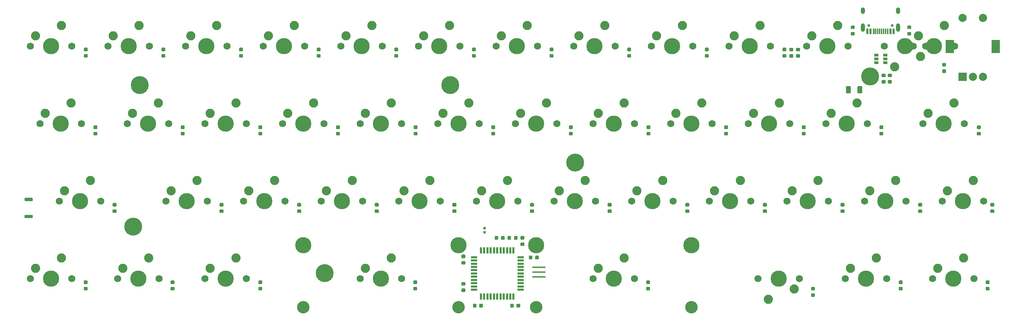
<source format=gbr>
G04 #@! TF.GenerationSoftware,KiCad,Pcbnew,(5.1.4)-1*
G04 #@! TF.CreationDate,2020-12-03T11:49:32-06:00*
G04 #@! TF.ProjectId,m3n3van,6d336e33-7661-46e2-9e6b-696361645f70,rev?*
G04 #@! TF.SameCoordinates,Original*
G04 #@! TF.FileFunction,Soldermask,Bot*
G04 #@! TF.FilePolarity,Negative*
%FSLAX46Y46*%
G04 Gerber Fmt 4.6, Leading zero omitted, Abs format (unit mm)*
G04 Created by KiCad (PCBNEW (5.1.4)-1) date 2020-12-03 11:49:32*
%MOMM*%
%LPD*%
G04 APERTURE LIST*
%ADD10C,0.100000*%
%ADD11C,0.590000*%
%ADD12C,0.875000*%
%ADD13C,1.750000*%
%ADD14C,2.250000*%
%ADD15C,3.987800*%
%ADD16O,1.000000X1.600000*%
%ADD17O,1.000000X2.100000*%
%ADD18C,0.650000*%
%ADD19R,0.300000X1.450000*%
%ADD20R,0.600000X1.450000*%
%ADD21C,3.048000*%
%ADD22C,4.400000*%
%ADD23C,1.250000*%
%ADD24R,1.500000X0.550000*%
%ADD25R,0.550000X1.500000*%
%ADD26R,1.060000X0.650000*%
%ADD27R,3.200000X0.400000*%
%ADD28C,0.800000*%
%ADD29C,2.000000*%
%ADD30R,2.000000X3.200000*%
%ADD31R,2.000000X2.000000*%
G04 APERTURE END LIST*
D10*
G36*
X305050958Y-229376710D02*
G01*
X305065276Y-229378834D01*
X305079317Y-229382351D01*
X305092946Y-229387228D01*
X305106031Y-229393417D01*
X305118447Y-229400858D01*
X305130073Y-229409481D01*
X305140798Y-229419202D01*
X305150519Y-229429927D01*
X305159142Y-229441553D01*
X305166583Y-229453969D01*
X305172772Y-229467054D01*
X305177649Y-229480683D01*
X305181166Y-229494724D01*
X305183290Y-229509042D01*
X305184000Y-229523500D01*
X305184000Y-229818500D01*
X305183290Y-229832958D01*
X305181166Y-229847276D01*
X305177649Y-229861317D01*
X305172772Y-229874946D01*
X305166583Y-229888031D01*
X305159142Y-229900447D01*
X305150519Y-229912073D01*
X305140798Y-229922798D01*
X305130073Y-229932519D01*
X305118447Y-229941142D01*
X305106031Y-229948583D01*
X305092946Y-229954772D01*
X305079317Y-229959649D01*
X305065276Y-229963166D01*
X305050958Y-229965290D01*
X305036500Y-229966000D01*
X304691500Y-229966000D01*
X304677042Y-229965290D01*
X304662724Y-229963166D01*
X304648683Y-229959649D01*
X304635054Y-229954772D01*
X304621969Y-229948583D01*
X304609553Y-229941142D01*
X304597927Y-229932519D01*
X304587202Y-229922798D01*
X304577481Y-229912073D01*
X304568858Y-229900447D01*
X304561417Y-229888031D01*
X304555228Y-229874946D01*
X304550351Y-229861317D01*
X304546834Y-229847276D01*
X304544710Y-229832958D01*
X304544000Y-229818500D01*
X304544000Y-229523500D01*
X304544710Y-229509042D01*
X304546834Y-229494724D01*
X304550351Y-229480683D01*
X304555228Y-229467054D01*
X304561417Y-229453969D01*
X304568858Y-229441553D01*
X304577481Y-229429927D01*
X304587202Y-229419202D01*
X304597927Y-229409481D01*
X304609553Y-229400858D01*
X304621969Y-229393417D01*
X304635054Y-229387228D01*
X304648683Y-229382351D01*
X304662724Y-229378834D01*
X304677042Y-229376710D01*
X304691500Y-229376000D01*
X305036500Y-229376000D01*
X305050958Y-229376710D01*
X305050958Y-229376710D01*
G37*
D11*
X304864000Y-229671000D03*
D10*
G36*
X305050958Y-230346710D02*
G01*
X305065276Y-230348834D01*
X305079317Y-230352351D01*
X305092946Y-230357228D01*
X305106031Y-230363417D01*
X305118447Y-230370858D01*
X305130073Y-230379481D01*
X305140798Y-230389202D01*
X305150519Y-230399927D01*
X305159142Y-230411553D01*
X305166583Y-230423969D01*
X305172772Y-230437054D01*
X305177649Y-230450683D01*
X305181166Y-230464724D01*
X305183290Y-230479042D01*
X305184000Y-230493500D01*
X305184000Y-230788500D01*
X305183290Y-230802958D01*
X305181166Y-230817276D01*
X305177649Y-230831317D01*
X305172772Y-230844946D01*
X305166583Y-230858031D01*
X305159142Y-230870447D01*
X305150519Y-230882073D01*
X305140798Y-230892798D01*
X305130073Y-230902519D01*
X305118447Y-230911142D01*
X305106031Y-230918583D01*
X305092946Y-230924772D01*
X305079317Y-230929649D01*
X305065276Y-230933166D01*
X305050958Y-230935290D01*
X305036500Y-230936000D01*
X304691500Y-230936000D01*
X304677042Y-230935290D01*
X304662724Y-230933166D01*
X304648683Y-230929649D01*
X304635054Y-230924772D01*
X304621969Y-230918583D01*
X304609553Y-230911142D01*
X304597927Y-230902519D01*
X304587202Y-230892798D01*
X304577481Y-230882073D01*
X304568858Y-230870447D01*
X304561417Y-230858031D01*
X304555228Y-230844946D01*
X304550351Y-230831317D01*
X304546834Y-230817276D01*
X304544710Y-230802958D01*
X304544000Y-230788500D01*
X304544000Y-230493500D01*
X304544710Y-230479042D01*
X304546834Y-230464724D01*
X304550351Y-230450683D01*
X304555228Y-230437054D01*
X304561417Y-230423969D01*
X304568858Y-230411553D01*
X304577481Y-230399927D01*
X304587202Y-230389202D01*
X304597927Y-230379481D01*
X304609553Y-230370858D01*
X304621969Y-230363417D01*
X304635054Y-230357228D01*
X304648683Y-230352351D01*
X304662724Y-230348834D01*
X304677042Y-230346710D01*
X304691500Y-230346000D01*
X305036500Y-230346000D01*
X305050958Y-230346710D01*
X305050958Y-230346710D01*
G37*
D11*
X304864000Y-230641000D03*
D10*
G36*
X207272441Y-185299553D02*
G01*
X207293676Y-185302703D01*
X207314500Y-185307919D01*
X207334712Y-185315151D01*
X207354118Y-185324330D01*
X207372531Y-185335366D01*
X207389774Y-185348154D01*
X207405680Y-185362570D01*
X207420096Y-185378476D01*
X207432884Y-185395719D01*
X207443920Y-185414132D01*
X207453099Y-185433538D01*
X207460331Y-185453750D01*
X207465547Y-185474574D01*
X207468697Y-185495809D01*
X207469750Y-185517250D01*
X207469750Y-185954750D01*
X207468697Y-185976191D01*
X207465547Y-185997426D01*
X207460331Y-186018250D01*
X207453099Y-186038462D01*
X207443920Y-186057868D01*
X207432884Y-186076281D01*
X207420096Y-186093524D01*
X207405680Y-186109430D01*
X207389774Y-186123846D01*
X207372531Y-186136634D01*
X207354118Y-186147670D01*
X207334712Y-186156849D01*
X207314500Y-186164081D01*
X207293676Y-186169297D01*
X207272441Y-186172447D01*
X207251000Y-186173500D01*
X206738500Y-186173500D01*
X206717059Y-186172447D01*
X206695824Y-186169297D01*
X206675000Y-186164081D01*
X206654788Y-186156849D01*
X206635382Y-186147670D01*
X206616969Y-186136634D01*
X206599726Y-186123846D01*
X206583820Y-186109430D01*
X206569404Y-186093524D01*
X206556616Y-186076281D01*
X206545580Y-186057868D01*
X206536401Y-186038462D01*
X206529169Y-186018250D01*
X206523953Y-185997426D01*
X206520803Y-185976191D01*
X206519750Y-185954750D01*
X206519750Y-185517250D01*
X206520803Y-185495809D01*
X206523953Y-185474574D01*
X206529169Y-185453750D01*
X206536401Y-185433538D01*
X206545580Y-185414132D01*
X206556616Y-185395719D01*
X206569404Y-185378476D01*
X206583820Y-185362570D01*
X206599726Y-185348154D01*
X206616969Y-185335366D01*
X206635382Y-185324330D01*
X206654788Y-185315151D01*
X206675000Y-185307919D01*
X206695824Y-185302703D01*
X206717059Y-185299553D01*
X206738500Y-185298500D01*
X207251000Y-185298500D01*
X207272441Y-185299553D01*
X207272441Y-185299553D01*
G37*
D12*
X206994750Y-185736000D03*
D10*
G36*
X207272441Y-186874553D02*
G01*
X207293676Y-186877703D01*
X207314500Y-186882919D01*
X207334712Y-186890151D01*
X207354118Y-186899330D01*
X207372531Y-186910366D01*
X207389774Y-186923154D01*
X207405680Y-186937570D01*
X207420096Y-186953476D01*
X207432884Y-186970719D01*
X207443920Y-186989132D01*
X207453099Y-187008538D01*
X207460331Y-187028750D01*
X207465547Y-187049574D01*
X207468697Y-187070809D01*
X207469750Y-187092250D01*
X207469750Y-187529750D01*
X207468697Y-187551191D01*
X207465547Y-187572426D01*
X207460331Y-187593250D01*
X207453099Y-187613462D01*
X207443920Y-187632868D01*
X207432884Y-187651281D01*
X207420096Y-187668524D01*
X207405680Y-187684430D01*
X207389774Y-187698846D01*
X207372531Y-187711634D01*
X207354118Y-187722670D01*
X207334712Y-187731849D01*
X207314500Y-187739081D01*
X207293676Y-187744297D01*
X207272441Y-187747447D01*
X207251000Y-187748500D01*
X206738500Y-187748500D01*
X206717059Y-187747447D01*
X206695824Y-187744297D01*
X206675000Y-187739081D01*
X206654788Y-187731849D01*
X206635382Y-187722670D01*
X206616969Y-187711634D01*
X206599726Y-187698846D01*
X206583820Y-187684430D01*
X206569404Y-187668524D01*
X206556616Y-187651281D01*
X206545580Y-187632868D01*
X206536401Y-187613462D01*
X206529169Y-187593250D01*
X206523953Y-187572426D01*
X206520803Y-187551191D01*
X206519750Y-187529750D01*
X206519750Y-187092250D01*
X206520803Y-187070809D01*
X206523953Y-187049574D01*
X206529169Y-187028750D01*
X206536401Y-187008538D01*
X206545580Y-186989132D01*
X206556616Y-186970719D01*
X206569404Y-186953476D01*
X206583820Y-186937570D01*
X206599726Y-186923154D01*
X206616969Y-186910366D01*
X206635382Y-186899330D01*
X206654788Y-186890151D01*
X206675000Y-186882919D01*
X206695824Y-186877703D01*
X206717059Y-186874553D01*
X206738500Y-186873500D01*
X207251000Y-186873500D01*
X207272441Y-186874553D01*
X207272441Y-186874553D01*
G37*
D12*
X206994750Y-187311000D03*
D10*
G36*
X226322441Y-185299553D02*
G01*
X226343676Y-185302703D01*
X226364500Y-185307919D01*
X226384712Y-185315151D01*
X226404118Y-185324330D01*
X226422531Y-185335366D01*
X226439774Y-185348154D01*
X226455680Y-185362570D01*
X226470096Y-185378476D01*
X226482884Y-185395719D01*
X226493920Y-185414132D01*
X226503099Y-185433538D01*
X226510331Y-185453750D01*
X226515547Y-185474574D01*
X226518697Y-185495809D01*
X226519750Y-185517250D01*
X226519750Y-185954750D01*
X226518697Y-185976191D01*
X226515547Y-185997426D01*
X226510331Y-186018250D01*
X226503099Y-186038462D01*
X226493920Y-186057868D01*
X226482884Y-186076281D01*
X226470096Y-186093524D01*
X226455680Y-186109430D01*
X226439774Y-186123846D01*
X226422531Y-186136634D01*
X226404118Y-186147670D01*
X226384712Y-186156849D01*
X226364500Y-186164081D01*
X226343676Y-186169297D01*
X226322441Y-186172447D01*
X226301000Y-186173500D01*
X225788500Y-186173500D01*
X225767059Y-186172447D01*
X225745824Y-186169297D01*
X225725000Y-186164081D01*
X225704788Y-186156849D01*
X225685382Y-186147670D01*
X225666969Y-186136634D01*
X225649726Y-186123846D01*
X225633820Y-186109430D01*
X225619404Y-186093524D01*
X225606616Y-186076281D01*
X225595580Y-186057868D01*
X225586401Y-186038462D01*
X225579169Y-186018250D01*
X225573953Y-185997426D01*
X225570803Y-185976191D01*
X225569750Y-185954750D01*
X225569750Y-185517250D01*
X225570803Y-185495809D01*
X225573953Y-185474574D01*
X225579169Y-185453750D01*
X225586401Y-185433538D01*
X225595580Y-185414132D01*
X225606616Y-185395719D01*
X225619404Y-185378476D01*
X225633820Y-185362570D01*
X225649726Y-185348154D01*
X225666969Y-185335366D01*
X225685382Y-185324330D01*
X225704788Y-185315151D01*
X225725000Y-185307919D01*
X225745824Y-185302703D01*
X225767059Y-185299553D01*
X225788500Y-185298500D01*
X226301000Y-185298500D01*
X226322441Y-185299553D01*
X226322441Y-185299553D01*
G37*
D12*
X226044750Y-185736000D03*
D10*
G36*
X226322441Y-186874553D02*
G01*
X226343676Y-186877703D01*
X226364500Y-186882919D01*
X226384712Y-186890151D01*
X226404118Y-186899330D01*
X226422531Y-186910366D01*
X226439774Y-186923154D01*
X226455680Y-186937570D01*
X226470096Y-186953476D01*
X226482884Y-186970719D01*
X226493920Y-186989132D01*
X226503099Y-187008538D01*
X226510331Y-187028750D01*
X226515547Y-187049574D01*
X226518697Y-187070809D01*
X226519750Y-187092250D01*
X226519750Y-187529750D01*
X226518697Y-187551191D01*
X226515547Y-187572426D01*
X226510331Y-187593250D01*
X226503099Y-187613462D01*
X226493920Y-187632868D01*
X226482884Y-187651281D01*
X226470096Y-187668524D01*
X226455680Y-187684430D01*
X226439774Y-187698846D01*
X226422531Y-187711634D01*
X226404118Y-187722670D01*
X226384712Y-187731849D01*
X226364500Y-187739081D01*
X226343676Y-187744297D01*
X226322441Y-187747447D01*
X226301000Y-187748500D01*
X225788500Y-187748500D01*
X225767059Y-187747447D01*
X225745824Y-187744297D01*
X225725000Y-187739081D01*
X225704788Y-187731849D01*
X225685382Y-187722670D01*
X225666969Y-187711634D01*
X225649726Y-187698846D01*
X225633820Y-187684430D01*
X225619404Y-187668524D01*
X225606616Y-187651281D01*
X225595580Y-187632868D01*
X225586401Y-187613462D01*
X225579169Y-187593250D01*
X225573953Y-187572426D01*
X225570803Y-187551191D01*
X225569750Y-187529750D01*
X225569750Y-187092250D01*
X225570803Y-187070809D01*
X225573953Y-187049574D01*
X225579169Y-187028750D01*
X225586401Y-187008538D01*
X225595580Y-186989132D01*
X225606616Y-186970719D01*
X225619404Y-186953476D01*
X225633820Y-186937570D01*
X225649726Y-186923154D01*
X225666969Y-186910366D01*
X225685382Y-186899330D01*
X225704788Y-186890151D01*
X225725000Y-186882919D01*
X225745824Y-186877703D01*
X225767059Y-186874553D01*
X225788500Y-186873500D01*
X226301000Y-186873500D01*
X226322441Y-186874553D01*
X226322441Y-186874553D01*
G37*
D12*
X226044750Y-187311000D03*
D10*
G36*
X245372441Y-185299553D02*
G01*
X245393676Y-185302703D01*
X245414500Y-185307919D01*
X245434712Y-185315151D01*
X245454118Y-185324330D01*
X245472531Y-185335366D01*
X245489774Y-185348154D01*
X245505680Y-185362570D01*
X245520096Y-185378476D01*
X245532884Y-185395719D01*
X245543920Y-185414132D01*
X245553099Y-185433538D01*
X245560331Y-185453750D01*
X245565547Y-185474574D01*
X245568697Y-185495809D01*
X245569750Y-185517250D01*
X245569750Y-185954750D01*
X245568697Y-185976191D01*
X245565547Y-185997426D01*
X245560331Y-186018250D01*
X245553099Y-186038462D01*
X245543920Y-186057868D01*
X245532884Y-186076281D01*
X245520096Y-186093524D01*
X245505680Y-186109430D01*
X245489774Y-186123846D01*
X245472531Y-186136634D01*
X245454118Y-186147670D01*
X245434712Y-186156849D01*
X245414500Y-186164081D01*
X245393676Y-186169297D01*
X245372441Y-186172447D01*
X245351000Y-186173500D01*
X244838500Y-186173500D01*
X244817059Y-186172447D01*
X244795824Y-186169297D01*
X244775000Y-186164081D01*
X244754788Y-186156849D01*
X244735382Y-186147670D01*
X244716969Y-186136634D01*
X244699726Y-186123846D01*
X244683820Y-186109430D01*
X244669404Y-186093524D01*
X244656616Y-186076281D01*
X244645580Y-186057868D01*
X244636401Y-186038462D01*
X244629169Y-186018250D01*
X244623953Y-185997426D01*
X244620803Y-185976191D01*
X244619750Y-185954750D01*
X244619750Y-185517250D01*
X244620803Y-185495809D01*
X244623953Y-185474574D01*
X244629169Y-185453750D01*
X244636401Y-185433538D01*
X244645580Y-185414132D01*
X244656616Y-185395719D01*
X244669404Y-185378476D01*
X244683820Y-185362570D01*
X244699726Y-185348154D01*
X244716969Y-185335366D01*
X244735382Y-185324330D01*
X244754788Y-185315151D01*
X244775000Y-185307919D01*
X244795824Y-185302703D01*
X244817059Y-185299553D01*
X244838500Y-185298500D01*
X245351000Y-185298500D01*
X245372441Y-185299553D01*
X245372441Y-185299553D01*
G37*
D12*
X245094750Y-185736000D03*
D10*
G36*
X245372441Y-186874553D02*
G01*
X245393676Y-186877703D01*
X245414500Y-186882919D01*
X245434712Y-186890151D01*
X245454118Y-186899330D01*
X245472531Y-186910366D01*
X245489774Y-186923154D01*
X245505680Y-186937570D01*
X245520096Y-186953476D01*
X245532884Y-186970719D01*
X245543920Y-186989132D01*
X245553099Y-187008538D01*
X245560331Y-187028750D01*
X245565547Y-187049574D01*
X245568697Y-187070809D01*
X245569750Y-187092250D01*
X245569750Y-187529750D01*
X245568697Y-187551191D01*
X245565547Y-187572426D01*
X245560331Y-187593250D01*
X245553099Y-187613462D01*
X245543920Y-187632868D01*
X245532884Y-187651281D01*
X245520096Y-187668524D01*
X245505680Y-187684430D01*
X245489774Y-187698846D01*
X245472531Y-187711634D01*
X245454118Y-187722670D01*
X245434712Y-187731849D01*
X245414500Y-187739081D01*
X245393676Y-187744297D01*
X245372441Y-187747447D01*
X245351000Y-187748500D01*
X244838500Y-187748500D01*
X244817059Y-187747447D01*
X244795824Y-187744297D01*
X244775000Y-187739081D01*
X244754788Y-187731849D01*
X244735382Y-187722670D01*
X244716969Y-187711634D01*
X244699726Y-187698846D01*
X244683820Y-187684430D01*
X244669404Y-187668524D01*
X244656616Y-187651281D01*
X244645580Y-187632868D01*
X244636401Y-187613462D01*
X244629169Y-187593250D01*
X244623953Y-187572426D01*
X244620803Y-187551191D01*
X244619750Y-187529750D01*
X244619750Y-187092250D01*
X244620803Y-187070809D01*
X244623953Y-187049574D01*
X244629169Y-187028750D01*
X244636401Y-187008538D01*
X244645580Y-186989132D01*
X244656616Y-186970719D01*
X244669404Y-186953476D01*
X244683820Y-186937570D01*
X244699726Y-186923154D01*
X244716969Y-186910366D01*
X244735382Y-186899330D01*
X244754788Y-186890151D01*
X244775000Y-186882919D01*
X244795824Y-186877703D01*
X244817059Y-186874553D01*
X244838500Y-186873500D01*
X245351000Y-186873500D01*
X245372441Y-186874553D01*
X245372441Y-186874553D01*
G37*
D12*
X245094750Y-187311000D03*
D10*
G36*
X264422441Y-185299553D02*
G01*
X264443676Y-185302703D01*
X264464500Y-185307919D01*
X264484712Y-185315151D01*
X264504118Y-185324330D01*
X264522531Y-185335366D01*
X264539774Y-185348154D01*
X264555680Y-185362570D01*
X264570096Y-185378476D01*
X264582884Y-185395719D01*
X264593920Y-185414132D01*
X264603099Y-185433538D01*
X264610331Y-185453750D01*
X264615547Y-185474574D01*
X264618697Y-185495809D01*
X264619750Y-185517250D01*
X264619750Y-185954750D01*
X264618697Y-185976191D01*
X264615547Y-185997426D01*
X264610331Y-186018250D01*
X264603099Y-186038462D01*
X264593920Y-186057868D01*
X264582884Y-186076281D01*
X264570096Y-186093524D01*
X264555680Y-186109430D01*
X264539774Y-186123846D01*
X264522531Y-186136634D01*
X264504118Y-186147670D01*
X264484712Y-186156849D01*
X264464500Y-186164081D01*
X264443676Y-186169297D01*
X264422441Y-186172447D01*
X264401000Y-186173500D01*
X263888500Y-186173500D01*
X263867059Y-186172447D01*
X263845824Y-186169297D01*
X263825000Y-186164081D01*
X263804788Y-186156849D01*
X263785382Y-186147670D01*
X263766969Y-186136634D01*
X263749726Y-186123846D01*
X263733820Y-186109430D01*
X263719404Y-186093524D01*
X263706616Y-186076281D01*
X263695580Y-186057868D01*
X263686401Y-186038462D01*
X263679169Y-186018250D01*
X263673953Y-185997426D01*
X263670803Y-185976191D01*
X263669750Y-185954750D01*
X263669750Y-185517250D01*
X263670803Y-185495809D01*
X263673953Y-185474574D01*
X263679169Y-185453750D01*
X263686401Y-185433538D01*
X263695580Y-185414132D01*
X263706616Y-185395719D01*
X263719404Y-185378476D01*
X263733820Y-185362570D01*
X263749726Y-185348154D01*
X263766969Y-185335366D01*
X263785382Y-185324330D01*
X263804788Y-185315151D01*
X263825000Y-185307919D01*
X263845824Y-185302703D01*
X263867059Y-185299553D01*
X263888500Y-185298500D01*
X264401000Y-185298500D01*
X264422441Y-185299553D01*
X264422441Y-185299553D01*
G37*
D12*
X264144750Y-185736000D03*
D10*
G36*
X264422441Y-186874553D02*
G01*
X264443676Y-186877703D01*
X264464500Y-186882919D01*
X264484712Y-186890151D01*
X264504118Y-186899330D01*
X264522531Y-186910366D01*
X264539774Y-186923154D01*
X264555680Y-186937570D01*
X264570096Y-186953476D01*
X264582884Y-186970719D01*
X264593920Y-186989132D01*
X264603099Y-187008538D01*
X264610331Y-187028750D01*
X264615547Y-187049574D01*
X264618697Y-187070809D01*
X264619750Y-187092250D01*
X264619750Y-187529750D01*
X264618697Y-187551191D01*
X264615547Y-187572426D01*
X264610331Y-187593250D01*
X264603099Y-187613462D01*
X264593920Y-187632868D01*
X264582884Y-187651281D01*
X264570096Y-187668524D01*
X264555680Y-187684430D01*
X264539774Y-187698846D01*
X264522531Y-187711634D01*
X264504118Y-187722670D01*
X264484712Y-187731849D01*
X264464500Y-187739081D01*
X264443676Y-187744297D01*
X264422441Y-187747447D01*
X264401000Y-187748500D01*
X263888500Y-187748500D01*
X263867059Y-187747447D01*
X263845824Y-187744297D01*
X263825000Y-187739081D01*
X263804788Y-187731849D01*
X263785382Y-187722670D01*
X263766969Y-187711634D01*
X263749726Y-187698846D01*
X263733820Y-187684430D01*
X263719404Y-187668524D01*
X263706616Y-187651281D01*
X263695580Y-187632868D01*
X263686401Y-187613462D01*
X263679169Y-187593250D01*
X263673953Y-187572426D01*
X263670803Y-187551191D01*
X263669750Y-187529750D01*
X263669750Y-187092250D01*
X263670803Y-187070809D01*
X263673953Y-187049574D01*
X263679169Y-187028750D01*
X263686401Y-187008538D01*
X263695580Y-186989132D01*
X263706616Y-186970719D01*
X263719404Y-186953476D01*
X263733820Y-186937570D01*
X263749726Y-186923154D01*
X263766969Y-186910366D01*
X263785382Y-186899330D01*
X263804788Y-186890151D01*
X263825000Y-186882919D01*
X263845824Y-186877703D01*
X263867059Y-186874553D01*
X263888500Y-186873500D01*
X264401000Y-186873500D01*
X264422441Y-186874553D01*
X264422441Y-186874553D01*
G37*
D12*
X264144750Y-187311000D03*
D10*
G36*
X283472441Y-185299553D02*
G01*
X283493676Y-185302703D01*
X283514500Y-185307919D01*
X283534712Y-185315151D01*
X283554118Y-185324330D01*
X283572531Y-185335366D01*
X283589774Y-185348154D01*
X283605680Y-185362570D01*
X283620096Y-185378476D01*
X283632884Y-185395719D01*
X283643920Y-185414132D01*
X283653099Y-185433538D01*
X283660331Y-185453750D01*
X283665547Y-185474574D01*
X283668697Y-185495809D01*
X283669750Y-185517250D01*
X283669750Y-185954750D01*
X283668697Y-185976191D01*
X283665547Y-185997426D01*
X283660331Y-186018250D01*
X283653099Y-186038462D01*
X283643920Y-186057868D01*
X283632884Y-186076281D01*
X283620096Y-186093524D01*
X283605680Y-186109430D01*
X283589774Y-186123846D01*
X283572531Y-186136634D01*
X283554118Y-186147670D01*
X283534712Y-186156849D01*
X283514500Y-186164081D01*
X283493676Y-186169297D01*
X283472441Y-186172447D01*
X283451000Y-186173500D01*
X282938500Y-186173500D01*
X282917059Y-186172447D01*
X282895824Y-186169297D01*
X282875000Y-186164081D01*
X282854788Y-186156849D01*
X282835382Y-186147670D01*
X282816969Y-186136634D01*
X282799726Y-186123846D01*
X282783820Y-186109430D01*
X282769404Y-186093524D01*
X282756616Y-186076281D01*
X282745580Y-186057868D01*
X282736401Y-186038462D01*
X282729169Y-186018250D01*
X282723953Y-185997426D01*
X282720803Y-185976191D01*
X282719750Y-185954750D01*
X282719750Y-185517250D01*
X282720803Y-185495809D01*
X282723953Y-185474574D01*
X282729169Y-185453750D01*
X282736401Y-185433538D01*
X282745580Y-185414132D01*
X282756616Y-185395719D01*
X282769404Y-185378476D01*
X282783820Y-185362570D01*
X282799726Y-185348154D01*
X282816969Y-185335366D01*
X282835382Y-185324330D01*
X282854788Y-185315151D01*
X282875000Y-185307919D01*
X282895824Y-185302703D01*
X282917059Y-185299553D01*
X282938500Y-185298500D01*
X283451000Y-185298500D01*
X283472441Y-185299553D01*
X283472441Y-185299553D01*
G37*
D12*
X283194750Y-185736000D03*
D10*
G36*
X283472441Y-186874553D02*
G01*
X283493676Y-186877703D01*
X283514500Y-186882919D01*
X283534712Y-186890151D01*
X283554118Y-186899330D01*
X283572531Y-186910366D01*
X283589774Y-186923154D01*
X283605680Y-186937570D01*
X283620096Y-186953476D01*
X283632884Y-186970719D01*
X283643920Y-186989132D01*
X283653099Y-187008538D01*
X283660331Y-187028750D01*
X283665547Y-187049574D01*
X283668697Y-187070809D01*
X283669750Y-187092250D01*
X283669750Y-187529750D01*
X283668697Y-187551191D01*
X283665547Y-187572426D01*
X283660331Y-187593250D01*
X283653099Y-187613462D01*
X283643920Y-187632868D01*
X283632884Y-187651281D01*
X283620096Y-187668524D01*
X283605680Y-187684430D01*
X283589774Y-187698846D01*
X283572531Y-187711634D01*
X283554118Y-187722670D01*
X283534712Y-187731849D01*
X283514500Y-187739081D01*
X283493676Y-187744297D01*
X283472441Y-187747447D01*
X283451000Y-187748500D01*
X282938500Y-187748500D01*
X282917059Y-187747447D01*
X282895824Y-187744297D01*
X282875000Y-187739081D01*
X282854788Y-187731849D01*
X282835382Y-187722670D01*
X282816969Y-187711634D01*
X282799726Y-187698846D01*
X282783820Y-187684430D01*
X282769404Y-187668524D01*
X282756616Y-187651281D01*
X282745580Y-187632868D01*
X282736401Y-187613462D01*
X282729169Y-187593250D01*
X282723953Y-187572426D01*
X282720803Y-187551191D01*
X282719750Y-187529750D01*
X282719750Y-187092250D01*
X282720803Y-187070809D01*
X282723953Y-187049574D01*
X282729169Y-187028750D01*
X282736401Y-187008538D01*
X282745580Y-186989132D01*
X282756616Y-186970719D01*
X282769404Y-186953476D01*
X282783820Y-186937570D01*
X282799726Y-186923154D01*
X282816969Y-186910366D01*
X282835382Y-186899330D01*
X282854788Y-186890151D01*
X282875000Y-186882919D01*
X282895824Y-186877703D01*
X282917059Y-186874553D01*
X282938500Y-186873500D01*
X283451000Y-186873500D01*
X283472441Y-186874553D01*
X283472441Y-186874553D01*
G37*
D12*
X283194750Y-187311000D03*
D10*
G36*
X302522441Y-185299553D02*
G01*
X302543676Y-185302703D01*
X302564500Y-185307919D01*
X302584712Y-185315151D01*
X302604118Y-185324330D01*
X302622531Y-185335366D01*
X302639774Y-185348154D01*
X302655680Y-185362570D01*
X302670096Y-185378476D01*
X302682884Y-185395719D01*
X302693920Y-185414132D01*
X302703099Y-185433538D01*
X302710331Y-185453750D01*
X302715547Y-185474574D01*
X302718697Y-185495809D01*
X302719750Y-185517250D01*
X302719750Y-185954750D01*
X302718697Y-185976191D01*
X302715547Y-185997426D01*
X302710331Y-186018250D01*
X302703099Y-186038462D01*
X302693920Y-186057868D01*
X302682884Y-186076281D01*
X302670096Y-186093524D01*
X302655680Y-186109430D01*
X302639774Y-186123846D01*
X302622531Y-186136634D01*
X302604118Y-186147670D01*
X302584712Y-186156849D01*
X302564500Y-186164081D01*
X302543676Y-186169297D01*
X302522441Y-186172447D01*
X302501000Y-186173500D01*
X301988500Y-186173500D01*
X301967059Y-186172447D01*
X301945824Y-186169297D01*
X301925000Y-186164081D01*
X301904788Y-186156849D01*
X301885382Y-186147670D01*
X301866969Y-186136634D01*
X301849726Y-186123846D01*
X301833820Y-186109430D01*
X301819404Y-186093524D01*
X301806616Y-186076281D01*
X301795580Y-186057868D01*
X301786401Y-186038462D01*
X301779169Y-186018250D01*
X301773953Y-185997426D01*
X301770803Y-185976191D01*
X301769750Y-185954750D01*
X301769750Y-185517250D01*
X301770803Y-185495809D01*
X301773953Y-185474574D01*
X301779169Y-185453750D01*
X301786401Y-185433538D01*
X301795580Y-185414132D01*
X301806616Y-185395719D01*
X301819404Y-185378476D01*
X301833820Y-185362570D01*
X301849726Y-185348154D01*
X301866969Y-185335366D01*
X301885382Y-185324330D01*
X301904788Y-185315151D01*
X301925000Y-185307919D01*
X301945824Y-185302703D01*
X301967059Y-185299553D01*
X301988500Y-185298500D01*
X302501000Y-185298500D01*
X302522441Y-185299553D01*
X302522441Y-185299553D01*
G37*
D12*
X302244750Y-185736000D03*
D10*
G36*
X302522441Y-186874553D02*
G01*
X302543676Y-186877703D01*
X302564500Y-186882919D01*
X302584712Y-186890151D01*
X302604118Y-186899330D01*
X302622531Y-186910366D01*
X302639774Y-186923154D01*
X302655680Y-186937570D01*
X302670096Y-186953476D01*
X302682884Y-186970719D01*
X302693920Y-186989132D01*
X302703099Y-187008538D01*
X302710331Y-187028750D01*
X302715547Y-187049574D01*
X302718697Y-187070809D01*
X302719750Y-187092250D01*
X302719750Y-187529750D01*
X302718697Y-187551191D01*
X302715547Y-187572426D01*
X302710331Y-187593250D01*
X302703099Y-187613462D01*
X302693920Y-187632868D01*
X302682884Y-187651281D01*
X302670096Y-187668524D01*
X302655680Y-187684430D01*
X302639774Y-187698846D01*
X302622531Y-187711634D01*
X302604118Y-187722670D01*
X302584712Y-187731849D01*
X302564500Y-187739081D01*
X302543676Y-187744297D01*
X302522441Y-187747447D01*
X302501000Y-187748500D01*
X301988500Y-187748500D01*
X301967059Y-187747447D01*
X301945824Y-187744297D01*
X301925000Y-187739081D01*
X301904788Y-187731849D01*
X301885382Y-187722670D01*
X301866969Y-187711634D01*
X301849726Y-187698846D01*
X301833820Y-187684430D01*
X301819404Y-187668524D01*
X301806616Y-187651281D01*
X301795580Y-187632868D01*
X301786401Y-187613462D01*
X301779169Y-187593250D01*
X301773953Y-187572426D01*
X301770803Y-187551191D01*
X301769750Y-187529750D01*
X301769750Y-187092250D01*
X301770803Y-187070809D01*
X301773953Y-187049574D01*
X301779169Y-187028750D01*
X301786401Y-187008538D01*
X301795580Y-186989132D01*
X301806616Y-186970719D01*
X301819404Y-186953476D01*
X301833820Y-186937570D01*
X301849726Y-186923154D01*
X301866969Y-186910366D01*
X301885382Y-186899330D01*
X301904788Y-186890151D01*
X301925000Y-186882919D01*
X301945824Y-186877703D01*
X301967059Y-186874553D01*
X301988500Y-186873500D01*
X302501000Y-186873500D01*
X302522441Y-186874553D01*
X302522441Y-186874553D01*
G37*
D12*
X302244750Y-187311000D03*
D10*
G36*
X321572441Y-185299553D02*
G01*
X321593676Y-185302703D01*
X321614500Y-185307919D01*
X321634712Y-185315151D01*
X321654118Y-185324330D01*
X321672531Y-185335366D01*
X321689774Y-185348154D01*
X321705680Y-185362570D01*
X321720096Y-185378476D01*
X321732884Y-185395719D01*
X321743920Y-185414132D01*
X321753099Y-185433538D01*
X321760331Y-185453750D01*
X321765547Y-185474574D01*
X321768697Y-185495809D01*
X321769750Y-185517250D01*
X321769750Y-185954750D01*
X321768697Y-185976191D01*
X321765547Y-185997426D01*
X321760331Y-186018250D01*
X321753099Y-186038462D01*
X321743920Y-186057868D01*
X321732884Y-186076281D01*
X321720096Y-186093524D01*
X321705680Y-186109430D01*
X321689774Y-186123846D01*
X321672531Y-186136634D01*
X321654118Y-186147670D01*
X321634712Y-186156849D01*
X321614500Y-186164081D01*
X321593676Y-186169297D01*
X321572441Y-186172447D01*
X321551000Y-186173500D01*
X321038500Y-186173500D01*
X321017059Y-186172447D01*
X320995824Y-186169297D01*
X320975000Y-186164081D01*
X320954788Y-186156849D01*
X320935382Y-186147670D01*
X320916969Y-186136634D01*
X320899726Y-186123846D01*
X320883820Y-186109430D01*
X320869404Y-186093524D01*
X320856616Y-186076281D01*
X320845580Y-186057868D01*
X320836401Y-186038462D01*
X320829169Y-186018250D01*
X320823953Y-185997426D01*
X320820803Y-185976191D01*
X320819750Y-185954750D01*
X320819750Y-185517250D01*
X320820803Y-185495809D01*
X320823953Y-185474574D01*
X320829169Y-185453750D01*
X320836401Y-185433538D01*
X320845580Y-185414132D01*
X320856616Y-185395719D01*
X320869404Y-185378476D01*
X320883820Y-185362570D01*
X320899726Y-185348154D01*
X320916969Y-185335366D01*
X320935382Y-185324330D01*
X320954788Y-185315151D01*
X320975000Y-185307919D01*
X320995824Y-185302703D01*
X321017059Y-185299553D01*
X321038500Y-185298500D01*
X321551000Y-185298500D01*
X321572441Y-185299553D01*
X321572441Y-185299553D01*
G37*
D12*
X321294750Y-185736000D03*
D10*
G36*
X321572441Y-186874553D02*
G01*
X321593676Y-186877703D01*
X321614500Y-186882919D01*
X321634712Y-186890151D01*
X321654118Y-186899330D01*
X321672531Y-186910366D01*
X321689774Y-186923154D01*
X321705680Y-186937570D01*
X321720096Y-186953476D01*
X321732884Y-186970719D01*
X321743920Y-186989132D01*
X321753099Y-187008538D01*
X321760331Y-187028750D01*
X321765547Y-187049574D01*
X321768697Y-187070809D01*
X321769750Y-187092250D01*
X321769750Y-187529750D01*
X321768697Y-187551191D01*
X321765547Y-187572426D01*
X321760331Y-187593250D01*
X321753099Y-187613462D01*
X321743920Y-187632868D01*
X321732884Y-187651281D01*
X321720096Y-187668524D01*
X321705680Y-187684430D01*
X321689774Y-187698846D01*
X321672531Y-187711634D01*
X321654118Y-187722670D01*
X321634712Y-187731849D01*
X321614500Y-187739081D01*
X321593676Y-187744297D01*
X321572441Y-187747447D01*
X321551000Y-187748500D01*
X321038500Y-187748500D01*
X321017059Y-187747447D01*
X320995824Y-187744297D01*
X320975000Y-187739081D01*
X320954788Y-187731849D01*
X320935382Y-187722670D01*
X320916969Y-187711634D01*
X320899726Y-187698846D01*
X320883820Y-187684430D01*
X320869404Y-187668524D01*
X320856616Y-187651281D01*
X320845580Y-187632868D01*
X320836401Y-187613462D01*
X320829169Y-187593250D01*
X320823953Y-187572426D01*
X320820803Y-187551191D01*
X320819750Y-187529750D01*
X320819750Y-187092250D01*
X320820803Y-187070809D01*
X320823953Y-187049574D01*
X320829169Y-187028750D01*
X320836401Y-187008538D01*
X320845580Y-186989132D01*
X320856616Y-186970719D01*
X320869404Y-186953476D01*
X320883820Y-186937570D01*
X320899726Y-186923154D01*
X320916969Y-186910366D01*
X320935382Y-186899330D01*
X320954788Y-186890151D01*
X320975000Y-186882919D01*
X320995824Y-186877703D01*
X321017059Y-186874553D01*
X321038500Y-186873500D01*
X321551000Y-186873500D01*
X321572441Y-186874553D01*
X321572441Y-186874553D01*
G37*
D12*
X321294750Y-187311000D03*
D10*
G36*
X340622441Y-185299553D02*
G01*
X340643676Y-185302703D01*
X340664500Y-185307919D01*
X340684712Y-185315151D01*
X340704118Y-185324330D01*
X340722531Y-185335366D01*
X340739774Y-185348154D01*
X340755680Y-185362570D01*
X340770096Y-185378476D01*
X340782884Y-185395719D01*
X340793920Y-185414132D01*
X340803099Y-185433538D01*
X340810331Y-185453750D01*
X340815547Y-185474574D01*
X340818697Y-185495809D01*
X340819750Y-185517250D01*
X340819750Y-185954750D01*
X340818697Y-185976191D01*
X340815547Y-185997426D01*
X340810331Y-186018250D01*
X340803099Y-186038462D01*
X340793920Y-186057868D01*
X340782884Y-186076281D01*
X340770096Y-186093524D01*
X340755680Y-186109430D01*
X340739774Y-186123846D01*
X340722531Y-186136634D01*
X340704118Y-186147670D01*
X340684712Y-186156849D01*
X340664500Y-186164081D01*
X340643676Y-186169297D01*
X340622441Y-186172447D01*
X340601000Y-186173500D01*
X340088500Y-186173500D01*
X340067059Y-186172447D01*
X340045824Y-186169297D01*
X340025000Y-186164081D01*
X340004788Y-186156849D01*
X339985382Y-186147670D01*
X339966969Y-186136634D01*
X339949726Y-186123846D01*
X339933820Y-186109430D01*
X339919404Y-186093524D01*
X339906616Y-186076281D01*
X339895580Y-186057868D01*
X339886401Y-186038462D01*
X339879169Y-186018250D01*
X339873953Y-185997426D01*
X339870803Y-185976191D01*
X339869750Y-185954750D01*
X339869750Y-185517250D01*
X339870803Y-185495809D01*
X339873953Y-185474574D01*
X339879169Y-185453750D01*
X339886401Y-185433538D01*
X339895580Y-185414132D01*
X339906616Y-185395719D01*
X339919404Y-185378476D01*
X339933820Y-185362570D01*
X339949726Y-185348154D01*
X339966969Y-185335366D01*
X339985382Y-185324330D01*
X340004788Y-185315151D01*
X340025000Y-185307919D01*
X340045824Y-185302703D01*
X340067059Y-185299553D01*
X340088500Y-185298500D01*
X340601000Y-185298500D01*
X340622441Y-185299553D01*
X340622441Y-185299553D01*
G37*
D12*
X340344750Y-185736000D03*
D10*
G36*
X340622441Y-186874553D02*
G01*
X340643676Y-186877703D01*
X340664500Y-186882919D01*
X340684712Y-186890151D01*
X340704118Y-186899330D01*
X340722531Y-186910366D01*
X340739774Y-186923154D01*
X340755680Y-186937570D01*
X340770096Y-186953476D01*
X340782884Y-186970719D01*
X340793920Y-186989132D01*
X340803099Y-187008538D01*
X340810331Y-187028750D01*
X340815547Y-187049574D01*
X340818697Y-187070809D01*
X340819750Y-187092250D01*
X340819750Y-187529750D01*
X340818697Y-187551191D01*
X340815547Y-187572426D01*
X340810331Y-187593250D01*
X340803099Y-187613462D01*
X340793920Y-187632868D01*
X340782884Y-187651281D01*
X340770096Y-187668524D01*
X340755680Y-187684430D01*
X340739774Y-187698846D01*
X340722531Y-187711634D01*
X340704118Y-187722670D01*
X340684712Y-187731849D01*
X340664500Y-187739081D01*
X340643676Y-187744297D01*
X340622441Y-187747447D01*
X340601000Y-187748500D01*
X340088500Y-187748500D01*
X340067059Y-187747447D01*
X340045824Y-187744297D01*
X340025000Y-187739081D01*
X340004788Y-187731849D01*
X339985382Y-187722670D01*
X339966969Y-187711634D01*
X339949726Y-187698846D01*
X339933820Y-187684430D01*
X339919404Y-187668524D01*
X339906616Y-187651281D01*
X339895580Y-187632868D01*
X339886401Y-187613462D01*
X339879169Y-187593250D01*
X339873953Y-187572426D01*
X339870803Y-187551191D01*
X339869750Y-187529750D01*
X339869750Y-187092250D01*
X339870803Y-187070809D01*
X339873953Y-187049574D01*
X339879169Y-187028750D01*
X339886401Y-187008538D01*
X339895580Y-186989132D01*
X339906616Y-186970719D01*
X339919404Y-186953476D01*
X339933820Y-186937570D01*
X339949726Y-186923154D01*
X339966969Y-186910366D01*
X339985382Y-186899330D01*
X340004788Y-186890151D01*
X340025000Y-186882919D01*
X340045824Y-186877703D01*
X340067059Y-186874553D01*
X340088500Y-186873500D01*
X340601000Y-186873500D01*
X340622441Y-186874553D01*
X340622441Y-186874553D01*
G37*
D12*
X340344750Y-187311000D03*
D10*
G36*
X359672441Y-185299553D02*
G01*
X359693676Y-185302703D01*
X359714500Y-185307919D01*
X359734712Y-185315151D01*
X359754118Y-185324330D01*
X359772531Y-185335366D01*
X359789774Y-185348154D01*
X359805680Y-185362570D01*
X359820096Y-185378476D01*
X359832884Y-185395719D01*
X359843920Y-185414132D01*
X359853099Y-185433538D01*
X359860331Y-185453750D01*
X359865547Y-185474574D01*
X359868697Y-185495809D01*
X359869750Y-185517250D01*
X359869750Y-185954750D01*
X359868697Y-185976191D01*
X359865547Y-185997426D01*
X359860331Y-186018250D01*
X359853099Y-186038462D01*
X359843920Y-186057868D01*
X359832884Y-186076281D01*
X359820096Y-186093524D01*
X359805680Y-186109430D01*
X359789774Y-186123846D01*
X359772531Y-186136634D01*
X359754118Y-186147670D01*
X359734712Y-186156849D01*
X359714500Y-186164081D01*
X359693676Y-186169297D01*
X359672441Y-186172447D01*
X359651000Y-186173500D01*
X359138500Y-186173500D01*
X359117059Y-186172447D01*
X359095824Y-186169297D01*
X359075000Y-186164081D01*
X359054788Y-186156849D01*
X359035382Y-186147670D01*
X359016969Y-186136634D01*
X358999726Y-186123846D01*
X358983820Y-186109430D01*
X358969404Y-186093524D01*
X358956616Y-186076281D01*
X358945580Y-186057868D01*
X358936401Y-186038462D01*
X358929169Y-186018250D01*
X358923953Y-185997426D01*
X358920803Y-185976191D01*
X358919750Y-185954750D01*
X358919750Y-185517250D01*
X358920803Y-185495809D01*
X358923953Y-185474574D01*
X358929169Y-185453750D01*
X358936401Y-185433538D01*
X358945580Y-185414132D01*
X358956616Y-185395719D01*
X358969404Y-185378476D01*
X358983820Y-185362570D01*
X358999726Y-185348154D01*
X359016969Y-185335366D01*
X359035382Y-185324330D01*
X359054788Y-185315151D01*
X359075000Y-185307919D01*
X359095824Y-185302703D01*
X359117059Y-185299553D01*
X359138500Y-185298500D01*
X359651000Y-185298500D01*
X359672441Y-185299553D01*
X359672441Y-185299553D01*
G37*
D12*
X359394750Y-185736000D03*
D10*
G36*
X359672441Y-186874553D02*
G01*
X359693676Y-186877703D01*
X359714500Y-186882919D01*
X359734712Y-186890151D01*
X359754118Y-186899330D01*
X359772531Y-186910366D01*
X359789774Y-186923154D01*
X359805680Y-186937570D01*
X359820096Y-186953476D01*
X359832884Y-186970719D01*
X359843920Y-186989132D01*
X359853099Y-187008538D01*
X359860331Y-187028750D01*
X359865547Y-187049574D01*
X359868697Y-187070809D01*
X359869750Y-187092250D01*
X359869750Y-187529750D01*
X359868697Y-187551191D01*
X359865547Y-187572426D01*
X359860331Y-187593250D01*
X359853099Y-187613462D01*
X359843920Y-187632868D01*
X359832884Y-187651281D01*
X359820096Y-187668524D01*
X359805680Y-187684430D01*
X359789774Y-187698846D01*
X359772531Y-187711634D01*
X359754118Y-187722670D01*
X359734712Y-187731849D01*
X359714500Y-187739081D01*
X359693676Y-187744297D01*
X359672441Y-187747447D01*
X359651000Y-187748500D01*
X359138500Y-187748500D01*
X359117059Y-187747447D01*
X359095824Y-187744297D01*
X359075000Y-187739081D01*
X359054788Y-187731849D01*
X359035382Y-187722670D01*
X359016969Y-187711634D01*
X358999726Y-187698846D01*
X358983820Y-187684430D01*
X358969404Y-187668524D01*
X358956616Y-187651281D01*
X358945580Y-187632868D01*
X358936401Y-187613462D01*
X358929169Y-187593250D01*
X358923953Y-187572426D01*
X358920803Y-187551191D01*
X358919750Y-187529750D01*
X358919750Y-187092250D01*
X358920803Y-187070809D01*
X358923953Y-187049574D01*
X358929169Y-187028750D01*
X358936401Y-187008538D01*
X358945580Y-186989132D01*
X358956616Y-186970719D01*
X358969404Y-186953476D01*
X358983820Y-186937570D01*
X358999726Y-186923154D01*
X359016969Y-186910366D01*
X359035382Y-186899330D01*
X359054788Y-186890151D01*
X359075000Y-186882919D01*
X359095824Y-186877703D01*
X359117059Y-186874553D01*
X359138500Y-186873500D01*
X359651000Y-186873500D01*
X359672441Y-186874553D01*
X359672441Y-186874553D01*
G37*
D12*
X359394750Y-187311000D03*
D10*
G36*
X378722441Y-185299553D02*
G01*
X378743676Y-185302703D01*
X378764500Y-185307919D01*
X378784712Y-185315151D01*
X378804118Y-185324330D01*
X378822531Y-185335366D01*
X378839774Y-185348154D01*
X378855680Y-185362570D01*
X378870096Y-185378476D01*
X378882884Y-185395719D01*
X378893920Y-185414132D01*
X378903099Y-185433538D01*
X378910331Y-185453750D01*
X378915547Y-185474574D01*
X378918697Y-185495809D01*
X378919750Y-185517250D01*
X378919750Y-185954750D01*
X378918697Y-185976191D01*
X378915547Y-185997426D01*
X378910331Y-186018250D01*
X378903099Y-186038462D01*
X378893920Y-186057868D01*
X378882884Y-186076281D01*
X378870096Y-186093524D01*
X378855680Y-186109430D01*
X378839774Y-186123846D01*
X378822531Y-186136634D01*
X378804118Y-186147670D01*
X378784712Y-186156849D01*
X378764500Y-186164081D01*
X378743676Y-186169297D01*
X378722441Y-186172447D01*
X378701000Y-186173500D01*
X378188500Y-186173500D01*
X378167059Y-186172447D01*
X378145824Y-186169297D01*
X378125000Y-186164081D01*
X378104788Y-186156849D01*
X378085382Y-186147670D01*
X378066969Y-186136634D01*
X378049726Y-186123846D01*
X378033820Y-186109430D01*
X378019404Y-186093524D01*
X378006616Y-186076281D01*
X377995580Y-186057868D01*
X377986401Y-186038462D01*
X377979169Y-186018250D01*
X377973953Y-185997426D01*
X377970803Y-185976191D01*
X377969750Y-185954750D01*
X377969750Y-185517250D01*
X377970803Y-185495809D01*
X377973953Y-185474574D01*
X377979169Y-185453750D01*
X377986401Y-185433538D01*
X377995580Y-185414132D01*
X378006616Y-185395719D01*
X378019404Y-185378476D01*
X378033820Y-185362570D01*
X378049726Y-185348154D01*
X378066969Y-185335366D01*
X378085382Y-185324330D01*
X378104788Y-185315151D01*
X378125000Y-185307919D01*
X378145824Y-185302703D01*
X378167059Y-185299553D01*
X378188500Y-185298500D01*
X378701000Y-185298500D01*
X378722441Y-185299553D01*
X378722441Y-185299553D01*
G37*
D12*
X378444750Y-185736000D03*
D10*
G36*
X378722441Y-186874553D02*
G01*
X378743676Y-186877703D01*
X378764500Y-186882919D01*
X378784712Y-186890151D01*
X378804118Y-186899330D01*
X378822531Y-186910366D01*
X378839774Y-186923154D01*
X378855680Y-186937570D01*
X378870096Y-186953476D01*
X378882884Y-186970719D01*
X378893920Y-186989132D01*
X378903099Y-187008538D01*
X378910331Y-187028750D01*
X378915547Y-187049574D01*
X378918697Y-187070809D01*
X378919750Y-187092250D01*
X378919750Y-187529750D01*
X378918697Y-187551191D01*
X378915547Y-187572426D01*
X378910331Y-187593250D01*
X378903099Y-187613462D01*
X378893920Y-187632868D01*
X378882884Y-187651281D01*
X378870096Y-187668524D01*
X378855680Y-187684430D01*
X378839774Y-187698846D01*
X378822531Y-187711634D01*
X378804118Y-187722670D01*
X378784712Y-187731849D01*
X378764500Y-187739081D01*
X378743676Y-187744297D01*
X378722441Y-187747447D01*
X378701000Y-187748500D01*
X378188500Y-187748500D01*
X378167059Y-187747447D01*
X378145824Y-187744297D01*
X378125000Y-187739081D01*
X378104788Y-187731849D01*
X378085382Y-187722670D01*
X378066969Y-187711634D01*
X378049726Y-187698846D01*
X378033820Y-187684430D01*
X378019404Y-187668524D01*
X378006616Y-187651281D01*
X377995580Y-187632868D01*
X377986401Y-187613462D01*
X377979169Y-187593250D01*
X377973953Y-187572426D01*
X377970803Y-187551191D01*
X377969750Y-187529750D01*
X377969750Y-187092250D01*
X377970803Y-187070809D01*
X377973953Y-187049574D01*
X377979169Y-187028750D01*
X377986401Y-187008538D01*
X377995580Y-186989132D01*
X378006616Y-186970719D01*
X378019404Y-186953476D01*
X378033820Y-186937570D01*
X378049726Y-186923154D01*
X378066969Y-186910366D01*
X378085382Y-186899330D01*
X378104788Y-186890151D01*
X378125000Y-186882919D01*
X378145824Y-186877703D01*
X378167059Y-186874553D01*
X378188500Y-186873500D01*
X378701000Y-186873500D01*
X378722441Y-186874553D01*
X378722441Y-186874553D01*
G37*
D12*
X378444750Y-187311000D03*
D10*
G36*
X380389191Y-185307553D02*
G01*
X380410426Y-185310703D01*
X380431250Y-185315919D01*
X380451462Y-185323151D01*
X380470868Y-185332330D01*
X380489281Y-185343366D01*
X380506524Y-185356154D01*
X380522430Y-185370570D01*
X380536846Y-185386476D01*
X380549634Y-185403719D01*
X380560670Y-185422132D01*
X380569849Y-185441538D01*
X380577081Y-185461750D01*
X380582297Y-185482574D01*
X380585447Y-185503809D01*
X380586500Y-185525250D01*
X380586500Y-185962750D01*
X380585447Y-185984191D01*
X380582297Y-186005426D01*
X380577081Y-186026250D01*
X380569849Y-186046462D01*
X380560670Y-186065868D01*
X380549634Y-186084281D01*
X380536846Y-186101524D01*
X380522430Y-186117430D01*
X380506524Y-186131846D01*
X380489281Y-186144634D01*
X380470868Y-186155670D01*
X380451462Y-186164849D01*
X380431250Y-186172081D01*
X380410426Y-186177297D01*
X380389191Y-186180447D01*
X380367750Y-186181500D01*
X379855250Y-186181500D01*
X379833809Y-186180447D01*
X379812574Y-186177297D01*
X379791750Y-186172081D01*
X379771538Y-186164849D01*
X379752132Y-186155670D01*
X379733719Y-186144634D01*
X379716476Y-186131846D01*
X379700570Y-186117430D01*
X379686154Y-186101524D01*
X379673366Y-186084281D01*
X379662330Y-186065868D01*
X379653151Y-186046462D01*
X379645919Y-186026250D01*
X379640703Y-186005426D01*
X379637553Y-185984191D01*
X379636500Y-185962750D01*
X379636500Y-185525250D01*
X379637553Y-185503809D01*
X379640703Y-185482574D01*
X379645919Y-185461750D01*
X379653151Y-185441538D01*
X379662330Y-185422132D01*
X379673366Y-185403719D01*
X379686154Y-185386476D01*
X379700570Y-185370570D01*
X379716476Y-185356154D01*
X379733719Y-185343366D01*
X379752132Y-185332330D01*
X379771538Y-185323151D01*
X379791750Y-185315919D01*
X379812574Y-185310703D01*
X379833809Y-185307553D01*
X379855250Y-185306500D01*
X380367750Y-185306500D01*
X380389191Y-185307553D01*
X380389191Y-185307553D01*
G37*
D12*
X380111500Y-185744000D03*
D10*
G36*
X380389191Y-186882553D02*
G01*
X380410426Y-186885703D01*
X380431250Y-186890919D01*
X380451462Y-186898151D01*
X380470868Y-186907330D01*
X380489281Y-186918366D01*
X380506524Y-186931154D01*
X380522430Y-186945570D01*
X380536846Y-186961476D01*
X380549634Y-186978719D01*
X380560670Y-186997132D01*
X380569849Y-187016538D01*
X380577081Y-187036750D01*
X380582297Y-187057574D01*
X380585447Y-187078809D01*
X380586500Y-187100250D01*
X380586500Y-187537750D01*
X380585447Y-187559191D01*
X380582297Y-187580426D01*
X380577081Y-187601250D01*
X380569849Y-187621462D01*
X380560670Y-187640868D01*
X380549634Y-187659281D01*
X380536846Y-187676524D01*
X380522430Y-187692430D01*
X380506524Y-187706846D01*
X380489281Y-187719634D01*
X380470868Y-187730670D01*
X380451462Y-187739849D01*
X380431250Y-187747081D01*
X380410426Y-187752297D01*
X380389191Y-187755447D01*
X380367750Y-187756500D01*
X379855250Y-187756500D01*
X379833809Y-187755447D01*
X379812574Y-187752297D01*
X379791750Y-187747081D01*
X379771538Y-187739849D01*
X379752132Y-187730670D01*
X379733719Y-187719634D01*
X379716476Y-187706846D01*
X379700570Y-187692430D01*
X379686154Y-187676524D01*
X379673366Y-187659281D01*
X379662330Y-187640868D01*
X379653151Y-187621462D01*
X379645919Y-187601250D01*
X379640703Y-187580426D01*
X379637553Y-187559191D01*
X379636500Y-187537750D01*
X379636500Y-187100250D01*
X379637553Y-187078809D01*
X379640703Y-187057574D01*
X379645919Y-187036750D01*
X379653151Y-187016538D01*
X379662330Y-186997132D01*
X379673366Y-186978719D01*
X379686154Y-186961476D01*
X379700570Y-186945570D01*
X379716476Y-186931154D01*
X379733719Y-186918366D01*
X379752132Y-186907330D01*
X379771538Y-186898151D01*
X379791750Y-186890919D01*
X379812574Y-186885703D01*
X379833809Y-186882553D01*
X379855250Y-186881500D01*
X380367750Y-186881500D01*
X380389191Y-186882553D01*
X380389191Y-186882553D01*
G37*
D12*
X380111500Y-187319000D03*
D10*
G36*
X382060391Y-185307453D02*
G01*
X382081626Y-185310603D01*
X382102450Y-185315819D01*
X382122662Y-185323051D01*
X382142068Y-185332230D01*
X382160481Y-185343266D01*
X382177724Y-185356054D01*
X382193630Y-185370470D01*
X382208046Y-185386376D01*
X382220834Y-185403619D01*
X382231870Y-185422032D01*
X382241049Y-185441438D01*
X382248281Y-185461650D01*
X382253497Y-185482474D01*
X382256647Y-185503709D01*
X382257700Y-185525150D01*
X382257700Y-185962650D01*
X382256647Y-185984091D01*
X382253497Y-186005326D01*
X382248281Y-186026150D01*
X382241049Y-186046362D01*
X382231870Y-186065768D01*
X382220834Y-186084181D01*
X382208046Y-186101424D01*
X382193630Y-186117330D01*
X382177724Y-186131746D01*
X382160481Y-186144534D01*
X382142068Y-186155570D01*
X382122662Y-186164749D01*
X382102450Y-186171981D01*
X382081626Y-186177197D01*
X382060391Y-186180347D01*
X382038950Y-186181400D01*
X381526450Y-186181400D01*
X381505009Y-186180347D01*
X381483774Y-186177197D01*
X381462950Y-186171981D01*
X381442738Y-186164749D01*
X381423332Y-186155570D01*
X381404919Y-186144534D01*
X381387676Y-186131746D01*
X381371770Y-186117330D01*
X381357354Y-186101424D01*
X381344566Y-186084181D01*
X381333530Y-186065768D01*
X381324351Y-186046362D01*
X381317119Y-186026150D01*
X381311903Y-186005326D01*
X381308753Y-185984091D01*
X381307700Y-185962650D01*
X381307700Y-185525150D01*
X381308753Y-185503709D01*
X381311903Y-185482474D01*
X381317119Y-185461650D01*
X381324351Y-185441438D01*
X381333530Y-185422032D01*
X381344566Y-185403619D01*
X381357354Y-185386376D01*
X381371770Y-185370470D01*
X381387676Y-185356054D01*
X381404919Y-185343266D01*
X381423332Y-185332230D01*
X381442738Y-185323051D01*
X381462950Y-185315819D01*
X381483774Y-185310603D01*
X381505009Y-185307453D01*
X381526450Y-185306400D01*
X382038950Y-185306400D01*
X382060391Y-185307453D01*
X382060391Y-185307453D01*
G37*
D12*
X381782700Y-185743900D03*
D10*
G36*
X382060391Y-186882453D02*
G01*
X382081626Y-186885603D01*
X382102450Y-186890819D01*
X382122662Y-186898051D01*
X382142068Y-186907230D01*
X382160481Y-186918266D01*
X382177724Y-186931054D01*
X382193630Y-186945470D01*
X382208046Y-186961376D01*
X382220834Y-186978619D01*
X382231870Y-186997032D01*
X382241049Y-187016438D01*
X382248281Y-187036650D01*
X382253497Y-187057474D01*
X382256647Y-187078709D01*
X382257700Y-187100150D01*
X382257700Y-187537650D01*
X382256647Y-187559091D01*
X382253497Y-187580326D01*
X382248281Y-187601150D01*
X382241049Y-187621362D01*
X382231870Y-187640768D01*
X382220834Y-187659181D01*
X382208046Y-187676424D01*
X382193630Y-187692330D01*
X382177724Y-187706746D01*
X382160481Y-187719534D01*
X382142068Y-187730570D01*
X382122662Y-187739749D01*
X382102450Y-187746981D01*
X382081626Y-187752197D01*
X382060391Y-187755347D01*
X382038950Y-187756400D01*
X381526450Y-187756400D01*
X381505009Y-187755347D01*
X381483774Y-187752197D01*
X381462950Y-187746981D01*
X381442738Y-187739749D01*
X381423332Y-187730570D01*
X381404919Y-187719534D01*
X381387676Y-187706746D01*
X381371770Y-187692330D01*
X381357354Y-187676424D01*
X381344566Y-187659181D01*
X381333530Y-187640768D01*
X381324351Y-187621362D01*
X381317119Y-187601150D01*
X381311903Y-187580326D01*
X381308753Y-187559091D01*
X381307700Y-187537650D01*
X381307700Y-187100150D01*
X381308753Y-187078709D01*
X381311903Y-187057474D01*
X381317119Y-187036650D01*
X381324351Y-187016438D01*
X381333530Y-186997032D01*
X381344566Y-186978619D01*
X381357354Y-186961376D01*
X381371770Y-186945470D01*
X381387676Y-186931054D01*
X381404919Y-186918266D01*
X381423332Y-186907230D01*
X381442738Y-186898051D01*
X381462950Y-186890819D01*
X381483774Y-186885603D01*
X381505009Y-186882453D01*
X381526450Y-186881400D01*
X382038950Y-186881400D01*
X382060391Y-186882453D01*
X382060391Y-186882453D01*
G37*
D12*
X381782700Y-187318900D03*
D10*
G36*
X417917691Y-189054053D02*
G01*
X417938926Y-189057203D01*
X417959750Y-189062419D01*
X417979962Y-189069651D01*
X417999368Y-189078830D01*
X418017781Y-189089866D01*
X418035024Y-189102654D01*
X418050930Y-189117070D01*
X418065346Y-189132976D01*
X418078134Y-189150219D01*
X418089170Y-189168632D01*
X418098349Y-189188038D01*
X418105581Y-189208250D01*
X418110797Y-189229074D01*
X418113947Y-189250309D01*
X418115000Y-189271750D01*
X418115000Y-189709250D01*
X418113947Y-189730691D01*
X418110797Y-189751926D01*
X418105581Y-189772750D01*
X418098349Y-189792962D01*
X418089170Y-189812368D01*
X418078134Y-189830781D01*
X418065346Y-189848024D01*
X418050930Y-189863930D01*
X418035024Y-189878346D01*
X418017781Y-189891134D01*
X417999368Y-189902170D01*
X417979962Y-189911349D01*
X417959750Y-189918581D01*
X417938926Y-189923797D01*
X417917691Y-189926947D01*
X417896250Y-189928000D01*
X417383750Y-189928000D01*
X417362309Y-189926947D01*
X417341074Y-189923797D01*
X417320250Y-189918581D01*
X417300038Y-189911349D01*
X417280632Y-189902170D01*
X417262219Y-189891134D01*
X417244976Y-189878346D01*
X417229070Y-189863930D01*
X417214654Y-189848024D01*
X417201866Y-189830781D01*
X417190830Y-189812368D01*
X417181651Y-189792962D01*
X417174419Y-189772750D01*
X417169203Y-189751926D01*
X417166053Y-189730691D01*
X417165000Y-189709250D01*
X417165000Y-189271750D01*
X417166053Y-189250309D01*
X417169203Y-189229074D01*
X417174419Y-189208250D01*
X417181651Y-189188038D01*
X417190830Y-189168632D01*
X417201866Y-189150219D01*
X417214654Y-189132976D01*
X417229070Y-189117070D01*
X417244976Y-189102654D01*
X417262219Y-189089866D01*
X417280632Y-189078830D01*
X417300038Y-189069651D01*
X417320250Y-189062419D01*
X417341074Y-189057203D01*
X417362309Y-189054053D01*
X417383750Y-189053000D01*
X417896250Y-189053000D01*
X417917691Y-189054053D01*
X417917691Y-189054053D01*
G37*
D12*
X417640000Y-189490500D03*
D10*
G36*
X417917691Y-190629053D02*
G01*
X417938926Y-190632203D01*
X417959750Y-190637419D01*
X417979962Y-190644651D01*
X417999368Y-190653830D01*
X418017781Y-190664866D01*
X418035024Y-190677654D01*
X418050930Y-190692070D01*
X418065346Y-190707976D01*
X418078134Y-190725219D01*
X418089170Y-190743632D01*
X418098349Y-190763038D01*
X418105581Y-190783250D01*
X418110797Y-190804074D01*
X418113947Y-190825309D01*
X418115000Y-190846750D01*
X418115000Y-191284250D01*
X418113947Y-191305691D01*
X418110797Y-191326926D01*
X418105581Y-191347750D01*
X418098349Y-191367962D01*
X418089170Y-191387368D01*
X418078134Y-191405781D01*
X418065346Y-191423024D01*
X418050930Y-191438930D01*
X418035024Y-191453346D01*
X418017781Y-191466134D01*
X417999368Y-191477170D01*
X417979962Y-191486349D01*
X417959750Y-191493581D01*
X417938926Y-191498797D01*
X417917691Y-191501947D01*
X417896250Y-191503000D01*
X417383750Y-191503000D01*
X417362309Y-191501947D01*
X417341074Y-191498797D01*
X417320250Y-191493581D01*
X417300038Y-191486349D01*
X417280632Y-191477170D01*
X417262219Y-191466134D01*
X417244976Y-191453346D01*
X417229070Y-191438930D01*
X417214654Y-191423024D01*
X417201866Y-191405781D01*
X417190830Y-191387368D01*
X417181651Y-191367962D01*
X417174419Y-191347750D01*
X417169203Y-191326926D01*
X417166053Y-191305691D01*
X417165000Y-191284250D01*
X417165000Y-190846750D01*
X417166053Y-190825309D01*
X417169203Y-190804074D01*
X417174419Y-190783250D01*
X417181651Y-190763038D01*
X417190830Y-190743632D01*
X417201866Y-190725219D01*
X417214654Y-190707976D01*
X417229070Y-190692070D01*
X417244976Y-190677654D01*
X417262219Y-190664866D01*
X417280632Y-190653830D01*
X417300038Y-190644651D01*
X417320250Y-190637419D01*
X417341074Y-190632203D01*
X417362309Y-190629053D01*
X417383750Y-190628000D01*
X417896250Y-190628000D01*
X417917691Y-190629053D01*
X417917691Y-190629053D01*
G37*
D12*
X417640000Y-191065500D03*
D10*
G36*
X209637691Y-204413053D02*
G01*
X209658926Y-204416203D01*
X209679750Y-204421419D01*
X209699962Y-204428651D01*
X209719368Y-204437830D01*
X209737781Y-204448866D01*
X209755024Y-204461654D01*
X209770930Y-204476070D01*
X209785346Y-204491976D01*
X209798134Y-204509219D01*
X209809170Y-204527632D01*
X209818349Y-204547038D01*
X209825581Y-204567250D01*
X209830797Y-204588074D01*
X209833947Y-204609309D01*
X209835000Y-204630750D01*
X209835000Y-205068250D01*
X209833947Y-205089691D01*
X209830797Y-205110926D01*
X209825581Y-205131750D01*
X209818349Y-205151962D01*
X209809170Y-205171368D01*
X209798134Y-205189781D01*
X209785346Y-205207024D01*
X209770930Y-205222930D01*
X209755024Y-205237346D01*
X209737781Y-205250134D01*
X209719368Y-205261170D01*
X209699962Y-205270349D01*
X209679750Y-205277581D01*
X209658926Y-205282797D01*
X209637691Y-205285947D01*
X209616250Y-205287000D01*
X209103750Y-205287000D01*
X209082309Y-205285947D01*
X209061074Y-205282797D01*
X209040250Y-205277581D01*
X209020038Y-205270349D01*
X209000632Y-205261170D01*
X208982219Y-205250134D01*
X208964976Y-205237346D01*
X208949070Y-205222930D01*
X208934654Y-205207024D01*
X208921866Y-205189781D01*
X208910830Y-205171368D01*
X208901651Y-205151962D01*
X208894419Y-205131750D01*
X208889203Y-205110926D01*
X208886053Y-205089691D01*
X208885000Y-205068250D01*
X208885000Y-204630750D01*
X208886053Y-204609309D01*
X208889203Y-204588074D01*
X208894419Y-204567250D01*
X208901651Y-204547038D01*
X208910830Y-204527632D01*
X208921866Y-204509219D01*
X208934654Y-204491976D01*
X208949070Y-204476070D01*
X208964976Y-204461654D01*
X208982219Y-204448866D01*
X209000632Y-204437830D01*
X209020038Y-204428651D01*
X209040250Y-204421419D01*
X209061074Y-204416203D01*
X209082309Y-204413053D01*
X209103750Y-204412000D01*
X209616250Y-204412000D01*
X209637691Y-204413053D01*
X209637691Y-204413053D01*
G37*
D12*
X209360000Y-204849500D03*
D10*
G36*
X209637691Y-205988053D02*
G01*
X209658926Y-205991203D01*
X209679750Y-205996419D01*
X209699962Y-206003651D01*
X209719368Y-206012830D01*
X209737781Y-206023866D01*
X209755024Y-206036654D01*
X209770930Y-206051070D01*
X209785346Y-206066976D01*
X209798134Y-206084219D01*
X209809170Y-206102632D01*
X209818349Y-206122038D01*
X209825581Y-206142250D01*
X209830797Y-206163074D01*
X209833947Y-206184309D01*
X209835000Y-206205750D01*
X209835000Y-206643250D01*
X209833947Y-206664691D01*
X209830797Y-206685926D01*
X209825581Y-206706750D01*
X209818349Y-206726962D01*
X209809170Y-206746368D01*
X209798134Y-206764781D01*
X209785346Y-206782024D01*
X209770930Y-206797930D01*
X209755024Y-206812346D01*
X209737781Y-206825134D01*
X209719368Y-206836170D01*
X209699962Y-206845349D01*
X209679750Y-206852581D01*
X209658926Y-206857797D01*
X209637691Y-206860947D01*
X209616250Y-206862000D01*
X209103750Y-206862000D01*
X209082309Y-206860947D01*
X209061074Y-206857797D01*
X209040250Y-206852581D01*
X209020038Y-206845349D01*
X209000632Y-206836170D01*
X208982219Y-206825134D01*
X208964976Y-206812346D01*
X208949070Y-206797930D01*
X208934654Y-206782024D01*
X208921866Y-206764781D01*
X208910830Y-206746368D01*
X208901651Y-206726962D01*
X208894419Y-206706750D01*
X208889203Y-206685926D01*
X208886053Y-206664691D01*
X208885000Y-206643250D01*
X208885000Y-206205750D01*
X208886053Y-206184309D01*
X208889203Y-206163074D01*
X208894419Y-206142250D01*
X208901651Y-206122038D01*
X208910830Y-206102632D01*
X208921866Y-206084219D01*
X208934654Y-206066976D01*
X208949070Y-206051070D01*
X208964976Y-206036654D01*
X208982219Y-206023866D01*
X209000632Y-206012830D01*
X209020038Y-206003651D01*
X209040250Y-205996419D01*
X209061074Y-205991203D01*
X209082309Y-205988053D01*
X209103750Y-205987000D01*
X209616250Y-205987000D01*
X209637691Y-205988053D01*
X209637691Y-205988053D01*
G37*
D12*
X209360000Y-206424500D03*
D10*
G36*
X231053191Y-204413053D02*
G01*
X231074426Y-204416203D01*
X231095250Y-204421419D01*
X231115462Y-204428651D01*
X231134868Y-204437830D01*
X231153281Y-204448866D01*
X231170524Y-204461654D01*
X231186430Y-204476070D01*
X231200846Y-204491976D01*
X231213634Y-204509219D01*
X231224670Y-204527632D01*
X231233849Y-204547038D01*
X231241081Y-204567250D01*
X231246297Y-204588074D01*
X231249447Y-204609309D01*
X231250500Y-204630750D01*
X231250500Y-205068250D01*
X231249447Y-205089691D01*
X231246297Y-205110926D01*
X231241081Y-205131750D01*
X231233849Y-205151962D01*
X231224670Y-205171368D01*
X231213634Y-205189781D01*
X231200846Y-205207024D01*
X231186430Y-205222930D01*
X231170524Y-205237346D01*
X231153281Y-205250134D01*
X231134868Y-205261170D01*
X231115462Y-205270349D01*
X231095250Y-205277581D01*
X231074426Y-205282797D01*
X231053191Y-205285947D01*
X231031750Y-205287000D01*
X230519250Y-205287000D01*
X230497809Y-205285947D01*
X230476574Y-205282797D01*
X230455750Y-205277581D01*
X230435538Y-205270349D01*
X230416132Y-205261170D01*
X230397719Y-205250134D01*
X230380476Y-205237346D01*
X230364570Y-205222930D01*
X230350154Y-205207024D01*
X230337366Y-205189781D01*
X230326330Y-205171368D01*
X230317151Y-205151962D01*
X230309919Y-205131750D01*
X230304703Y-205110926D01*
X230301553Y-205089691D01*
X230300500Y-205068250D01*
X230300500Y-204630750D01*
X230301553Y-204609309D01*
X230304703Y-204588074D01*
X230309919Y-204567250D01*
X230317151Y-204547038D01*
X230326330Y-204527632D01*
X230337366Y-204509219D01*
X230350154Y-204491976D01*
X230364570Y-204476070D01*
X230380476Y-204461654D01*
X230397719Y-204448866D01*
X230416132Y-204437830D01*
X230435538Y-204428651D01*
X230455750Y-204421419D01*
X230476574Y-204416203D01*
X230497809Y-204413053D01*
X230519250Y-204412000D01*
X231031750Y-204412000D01*
X231053191Y-204413053D01*
X231053191Y-204413053D01*
G37*
D12*
X230775500Y-204849500D03*
D10*
G36*
X231053191Y-205988053D02*
G01*
X231074426Y-205991203D01*
X231095250Y-205996419D01*
X231115462Y-206003651D01*
X231134868Y-206012830D01*
X231153281Y-206023866D01*
X231170524Y-206036654D01*
X231186430Y-206051070D01*
X231200846Y-206066976D01*
X231213634Y-206084219D01*
X231224670Y-206102632D01*
X231233849Y-206122038D01*
X231241081Y-206142250D01*
X231246297Y-206163074D01*
X231249447Y-206184309D01*
X231250500Y-206205750D01*
X231250500Y-206643250D01*
X231249447Y-206664691D01*
X231246297Y-206685926D01*
X231241081Y-206706750D01*
X231233849Y-206726962D01*
X231224670Y-206746368D01*
X231213634Y-206764781D01*
X231200846Y-206782024D01*
X231186430Y-206797930D01*
X231170524Y-206812346D01*
X231153281Y-206825134D01*
X231134868Y-206836170D01*
X231115462Y-206845349D01*
X231095250Y-206852581D01*
X231074426Y-206857797D01*
X231053191Y-206860947D01*
X231031750Y-206862000D01*
X230519250Y-206862000D01*
X230497809Y-206860947D01*
X230476574Y-206857797D01*
X230455750Y-206852581D01*
X230435538Y-206845349D01*
X230416132Y-206836170D01*
X230397719Y-206825134D01*
X230380476Y-206812346D01*
X230364570Y-206797930D01*
X230350154Y-206782024D01*
X230337366Y-206764781D01*
X230326330Y-206746368D01*
X230317151Y-206726962D01*
X230309919Y-206706750D01*
X230304703Y-206685926D01*
X230301553Y-206664691D01*
X230300500Y-206643250D01*
X230300500Y-206205750D01*
X230301553Y-206184309D01*
X230304703Y-206163074D01*
X230309919Y-206142250D01*
X230317151Y-206122038D01*
X230326330Y-206102632D01*
X230337366Y-206084219D01*
X230350154Y-206066976D01*
X230364570Y-206051070D01*
X230380476Y-206036654D01*
X230397719Y-206023866D01*
X230416132Y-206012830D01*
X230435538Y-206003651D01*
X230455750Y-205996419D01*
X230476574Y-205991203D01*
X230497809Y-205988053D01*
X230519250Y-205987000D01*
X231031750Y-205987000D01*
X231053191Y-205988053D01*
X231053191Y-205988053D01*
G37*
D12*
X230775500Y-206424500D03*
D10*
G36*
X250103191Y-204413053D02*
G01*
X250124426Y-204416203D01*
X250145250Y-204421419D01*
X250165462Y-204428651D01*
X250184868Y-204437830D01*
X250203281Y-204448866D01*
X250220524Y-204461654D01*
X250236430Y-204476070D01*
X250250846Y-204491976D01*
X250263634Y-204509219D01*
X250274670Y-204527632D01*
X250283849Y-204547038D01*
X250291081Y-204567250D01*
X250296297Y-204588074D01*
X250299447Y-204609309D01*
X250300500Y-204630750D01*
X250300500Y-205068250D01*
X250299447Y-205089691D01*
X250296297Y-205110926D01*
X250291081Y-205131750D01*
X250283849Y-205151962D01*
X250274670Y-205171368D01*
X250263634Y-205189781D01*
X250250846Y-205207024D01*
X250236430Y-205222930D01*
X250220524Y-205237346D01*
X250203281Y-205250134D01*
X250184868Y-205261170D01*
X250165462Y-205270349D01*
X250145250Y-205277581D01*
X250124426Y-205282797D01*
X250103191Y-205285947D01*
X250081750Y-205287000D01*
X249569250Y-205287000D01*
X249547809Y-205285947D01*
X249526574Y-205282797D01*
X249505750Y-205277581D01*
X249485538Y-205270349D01*
X249466132Y-205261170D01*
X249447719Y-205250134D01*
X249430476Y-205237346D01*
X249414570Y-205222930D01*
X249400154Y-205207024D01*
X249387366Y-205189781D01*
X249376330Y-205171368D01*
X249367151Y-205151962D01*
X249359919Y-205131750D01*
X249354703Y-205110926D01*
X249351553Y-205089691D01*
X249350500Y-205068250D01*
X249350500Y-204630750D01*
X249351553Y-204609309D01*
X249354703Y-204588074D01*
X249359919Y-204567250D01*
X249367151Y-204547038D01*
X249376330Y-204527632D01*
X249387366Y-204509219D01*
X249400154Y-204491976D01*
X249414570Y-204476070D01*
X249430476Y-204461654D01*
X249447719Y-204448866D01*
X249466132Y-204437830D01*
X249485538Y-204428651D01*
X249505750Y-204421419D01*
X249526574Y-204416203D01*
X249547809Y-204413053D01*
X249569250Y-204412000D01*
X250081750Y-204412000D01*
X250103191Y-204413053D01*
X250103191Y-204413053D01*
G37*
D12*
X249825500Y-204849500D03*
D10*
G36*
X250103191Y-205988053D02*
G01*
X250124426Y-205991203D01*
X250145250Y-205996419D01*
X250165462Y-206003651D01*
X250184868Y-206012830D01*
X250203281Y-206023866D01*
X250220524Y-206036654D01*
X250236430Y-206051070D01*
X250250846Y-206066976D01*
X250263634Y-206084219D01*
X250274670Y-206102632D01*
X250283849Y-206122038D01*
X250291081Y-206142250D01*
X250296297Y-206163074D01*
X250299447Y-206184309D01*
X250300500Y-206205750D01*
X250300500Y-206643250D01*
X250299447Y-206664691D01*
X250296297Y-206685926D01*
X250291081Y-206706750D01*
X250283849Y-206726962D01*
X250274670Y-206746368D01*
X250263634Y-206764781D01*
X250250846Y-206782024D01*
X250236430Y-206797930D01*
X250220524Y-206812346D01*
X250203281Y-206825134D01*
X250184868Y-206836170D01*
X250165462Y-206845349D01*
X250145250Y-206852581D01*
X250124426Y-206857797D01*
X250103191Y-206860947D01*
X250081750Y-206862000D01*
X249569250Y-206862000D01*
X249547809Y-206860947D01*
X249526574Y-206857797D01*
X249505750Y-206852581D01*
X249485538Y-206845349D01*
X249466132Y-206836170D01*
X249447719Y-206825134D01*
X249430476Y-206812346D01*
X249414570Y-206797930D01*
X249400154Y-206782024D01*
X249387366Y-206764781D01*
X249376330Y-206746368D01*
X249367151Y-206726962D01*
X249359919Y-206706750D01*
X249354703Y-206685926D01*
X249351553Y-206664691D01*
X249350500Y-206643250D01*
X249350500Y-206205750D01*
X249351553Y-206184309D01*
X249354703Y-206163074D01*
X249359919Y-206142250D01*
X249367151Y-206122038D01*
X249376330Y-206102632D01*
X249387366Y-206084219D01*
X249400154Y-206066976D01*
X249414570Y-206051070D01*
X249430476Y-206036654D01*
X249447719Y-206023866D01*
X249466132Y-206012830D01*
X249485538Y-206003651D01*
X249505750Y-205996419D01*
X249526574Y-205991203D01*
X249547809Y-205988053D01*
X249569250Y-205987000D01*
X250081750Y-205987000D01*
X250103191Y-205988053D01*
X250103191Y-205988053D01*
G37*
D12*
X249825500Y-206424500D03*
D10*
G36*
X269153191Y-204413053D02*
G01*
X269174426Y-204416203D01*
X269195250Y-204421419D01*
X269215462Y-204428651D01*
X269234868Y-204437830D01*
X269253281Y-204448866D01*
X269270524Y-204461654D01*
X269286430Y-204476070D01*
X269300846Y-204491976D01*
X269313634Y-204509219D01*
X269324670Y-204527632D01*
X269333849Y-204547038D01*
X269341081Y-204567250D01*
X269346297Y-204588074D01*
X269349447Y-204609309D01*
X269350500Y-204630750D01*
X269350500Y-205068250D01*
X269349447Y-205089691D01*
X269346297Y-205110926D01*
X269341081Y-205131750D01*
X269333849Y-205151962D01*
X269324670Y-205171368D01*
X269313634Y-205189781D01*
X269300846Y-205207024D01*
X269286430Y-205222930D01*
X269270524Y-205237346D01*
X269253281Y-205250134D01*
X269234868Y-205261170D01*
X269215462Y-205270349D01*
X269195250Y-205277581D01*
X269174426Y-205282797D01*
X269153191Y-205285947D01*
X269131750Y-205287000D01*
X268619250Y-205287000D01*
X268597809Y-205285947D01*
X268576574Y-205282797D01*
X268555750Y-205277581D01*
X268535538Y-205270349D01*
X268516132Y-205261170D01*
X268497719Y-205250134D01*
X268480476Y-205237346D01*
X268464570Y-205222930D01*
X268450154Y-205207024D01*
X268437366Y-205189781D01*
X268426330Y-205171368D01*
X268417151Y-205151962D01*
X268409919Y-205131750D01*
X268404703Y-205110926D01*
X268401553Y-205089691D01*
X268400500Y-205068250D01*
X268400500Y-204630750D01*
X268401553Y-204609309D01*
X268404703Y-204588074D01*
X268409919Y-204567250D01*
X268417151Y-204547038D01*
X268426330Y-204527632D01*
X268437366Y-204509219D01*
X268450154Y-204491976D01*
X268464570Y-204476070D01*
X268480476Y-204461654D01*
X268497719Y-204448866D01*
X268516132Y-204437830D01*
X268535538Y-204428651D01*
X268555750Y-204421419D01*
X268576574Y-204416203D01*
X268597809Y-204413053D01*
X268619250Y-204412000D01*
X269131750Y-204412000D01*
X269153191Y-204413053D01*
X269153191Y-204413053D01*
G37*
D12*
X268875500Y-204849500D03*
D10*
G36*
X269153191Y-205988053D02*
G01*
X269174426Y-205991203D01*
X269195250Y-205996419D01*
X269215462Y-206003651D01*
X269234868Y-206012830D01*
X269253281Y-206023866D01*
X269270524Y-206036654D01*
X269286430Y-206051070D01*
X269300846Y-206066976D01*
X269313634Y-206084219D01*
X269324670Y-206102632D01*
X269333849Y-206122038D01*
X269341081Y-206142250D01*
X269346297Y-206163074D01*
X269349447Y-206184309D01*
X269350500Y-206205750D01*
X269350500Y-206643250D01*
X269349447Y-206664691D01*
X269346297Y-206685926D01*
X269341081Y-206706750D01*
X269333849Y-206726962D01*
X269324670Y-206746368D01*
X269313634Y-206764781D01*
X269300846Y-206782024D01*
X269286430Y-206797930D01*
X269270524Y-206812346D01*
X269253281Y-206825134D01*
X269234868Y-206836170D01*
X269215462Y-206845349D01*
X269195250Y-206852581D01*
X269174426Y-206857797D01*
X269153191Y-206860947D01*
X269131750Y-206862000D01*
X268619250Y-206862000D01*
X268597809Y-206860947D01*
X268576574Y-206857797D01*
X268555750Y-206852581D01*
X268535538Y-206845349D01*
X268516132Y-206836170D01*
X268497719Y-206825134D01*
X268480476Y-206812346D01*
X268464570Y-206797930D01*
X268450154Y-206782024D01*
X268437366Y-206764781D01*
X268426330Y-206746368D01*
X268417151Y-206726962D01*
X268409919Y-206706750D01*
X268404703Y-206685926D01*
X268401553Y-206664691D01*
X268400500Y-206643250D01*
X268400500Y-206205750D01*
X268401553Y-206184309D01*
X268404703Y-206163074D01*
X268409919Y-206142250D01*
X268417151Y-206122038D01*
X268426330Y-206102632D01*
X268437366Y-206084219D01*
X268450154Y-206066976D01*
X268464570Y-206051070D01*
X268480476Y-206036654D01*
X268497719Y-206023866D01*
X268516132Y-206012830D01*
X268535538Y-206003651D01*
X268555750Y-205996419D01*
X268576574Y-205991203D01*
X268597809Y-205988053D01*
X268619250Y-205987000D01*
X269131750Y-205987000D01*
X269153191Y-205988053D01*
X269153191Y-205988053D01*
G37*
D12*
X268875500Y-206424500D03*
D10*
G36*
X288203191Y-204413053D02*
G01*
X288224426Y-204416203D01*
X288245250Y-204421419D01*
X288265462Y-204428651D01*
X288284868Y-204437830D01*
X288303281Y-204448866D01*
X288320524Y-204461654D01*
X288336430Y-204476070D01*
X288350846Y-204491976D01*
X288363634Y-204509219D01*
X288374670Y-204527632D01*
X288383849Y-204547038D01*
X288391081Y-204567250D01*
X288396297Y-204588074D01*
X288399447Y-204609309D01*
X288400500Y-204630750D01*
X288400500Y-205068250D01*
X288399447Y-205089691D01*
X288396297Y-205110926D01*
X288391081Y-205131750D01*
X288383849Y-205151962D01*
X288374670Y-205171368D01*
X288363634Y-205189781D01*
X288350846Y-205207024D01*
X288336430Y-205222930D01*
X288320524Y-205237346D01*
X288303281Y-205250134D01*
X288284868Y-205261170D01*
X288265462Y-205270349D01*
X288245250Y-205277581D01*
X288224426Y-205282797D01*
X288203191Y-205285947D01*
X288181750Y-205287000D01*
X287669250Y-205287000D01*
X287647809Y-205285947D01*
X287626574Y-205282797D01*
X287605750Y-205277581D01*
X287585538Y-205270349D01*
X287566132Y-205261170D01*
X287547719Y-205250134D01*
X287530476Y-205237346D01*
X287514570Y-205222930D01*
X287500154Y-205207024D01*
X287487366Y-205189781D01*
X287476330Y-205171368D01*
X287467151Y-205151962D01*
X287459919Y-205131750D01*
X287454703Y-205110926D01*
X287451553Y-205089691D01*
X287450500Y-205068250D01*
X287450500Y-204630750D01*
X287451553Y-204609309D01*
X287454703Y-204588074D01*
X287459919Y-204567250D01*
X287467151Y-204547038D01*
X287476330Y-204527632D01*
X287487366Y-204509219D01*
X287500154Y-204491976D01*
X287514570Y-204476070D01*
X287530476Y-204461654D01*
X287547719Y-204448866D01*
X287566132Y-204437830D01*
X287585538Y-204428651D01*
X287605750Y-204421419D01*
X287626574Y-204416203D01*
X287647809Y-204413053D01*
X287669250Y-204412000D01*
X288181750Y-204412000D01*
X288203191Y-204413053D01*
X288203191Y-204413053D01*
G37*
D12*
X287925500Y-204849500D03*
D10*
G36*
X288203191Y-205988053D02*
G01*
X288224426Y-205991203D01*
X288245250Y-205996419D01*
X288265462Y-206003651D01*
X288284868Y-206012830D01*
X288303281Y-206023866D01*
X288320524Y-206036654D01*
X288336430Y-206051070D01*
X288350846Y-206066976D01*
X288363634Y-206084219D01*
X288374670Y-206102632D01*
X288383849Y-206122038D01*
X288391081Y-206142250D01*
X288396297Y-206163074D01*
X288399447Y-206184309D01*
X288400500Y-206205750D01*
X288400500Y-206643250D01*
X288399447Y-206664691D01*
X288396297Y-206685926D01*
X288391081Y-206706750D01*
X288383849Y-206726962D01*
X288374670Y-206746368D01*
X288363634Y-206764781D01*
X288350846Y-206782024D01*
X288336430Y-206797930D01*
X288320524Y-206812346D01*
X288303281Y-206825134D01*
X288284868Y-206836170D01*
X288265462Y-206845349D01*
X288245250Y-206852581D01*
X288224426Y-206857797D01*
X288203191Y-206860947D01*
X288181750Y-206862000D01*
X287669250Y-206862000D01*
X287647809Y-206860947D01*
X287626574Y-206857797D01*
X287605750Y-206852581D01*
X287585538Y-206845349D01*
X287566132Y-206836170D01*
X287547719Y-206825134D01*
X287530476Y-206812346D01*
X287514570Y-206797930D01*
X287500154Y-206782024D01*
X287487366Y-206764781D01*
X287476330Y-206746368D01*
X287467151Y-206726962D01*
X287459919Y-206706750D01*
X287454703Y-206685926D01*
X287451553Y-206664691D01*
X287450500Y-206643250D01*
X287450500Y-206205750D01*
X287451553Y-206184309D01*
X287454703Y-206163074D01*
X287459919Y-206142250D01*
X287467151Y-206122038D01*
X287476330Y-206102632D01*
X287487366Y-206084219D01*
X287500154Y-206066976D01*
X287514570Y-206051070D01*
X287530476Y-206036654D01*
X287547719Y-206023866D01*
X287566132Y-206012830D01*
X287585538Y-206003651D01*
X287605750Y-205996419D01*
X287626574Y-205991203D01*
X287647809Y-205988053D01*
X287669250Y-205987000D01*
X288181750Y-205987000D01*
X288203191Y-205988053D01*
X288203191Y-205988053D01*
G37*
D12*
X287925500Y-206424500D03*
D10*
G36*
X307253191Y-204413053D02*
G01*
X307274426Y-204416203D01*
X307295250Y-204421419D01*
X307315462Y-204428651D01*
X307334868Y-204437830D01*
X307353281Y-204448866D01*
X307370524Y-204461654D01*
X307386430Y-204476070D01*
X307400846Y-204491976D01*
X307413634Y-204509219D01*
X307424670Y-204527632D01*
X307433849Y-204547038D01*
X307441081Y-204567250D01*
X307446297Y-204588074D01*
X307449447Y-204609309D01*
X307450500Y-204630750D01*
X307450500Y-205068250D01*
X307449447Y-205089691D01*
X307446297Y-205110926D01*
X307441081Y-205131750D01*
X307433849Y-205151962D01*
X307424670Y-205171368D01*
X307413634Y-205189781D01*
X307400846Y-205207024D01*
X307386430Y-205222930D01*
X307370524Y-205237346D01*
X307353281Y-205250134D01*
X307334868Y-205261170D01*
X307315462Y-205270349D01*
X307295250Y-205277581D01*
X307274426Y-205282797D01*
X307253191Y-205285947D01*
X307231750Y-205287000D01*
X306719250Y-205287000D01*
X306697809Y-205285947D01*
X306676574Y-205282797D01*
X306655750Y-205277581D01*
X306635538Y-205270349D01*
X306616132Y-205261170D01*
X306597719Y-205250134D01*
X306580476Y-205237346D01*
X306564570Y-205222930D01*
X306550154Y-205207024D01*
X306537366Y-205189781D01*
X306526330Y-205171368D01*
X306517151Y-205151962D01*
X306509919Y-205131750D01*
X306504703Y-205110926D01*
X306501553Y-205089691D01*
X306500500Y-205068250D01*
X306500500Y-204630750D01*
X306501553Y-204609309D01*
X306504703Y-204588074D01*
X306509919Y-204567250D01*
X306517151Y-204547038D01*
X306526330Y-204527632D01*
X306537366Y-204509219D01*
X306550154Y-204491976D01*
X306564570Y-204476070D01*
X306580476Y-204461654D01*
X306597719Y-204448866D01*
X306616132Y-204437830D01*
X306635538Y-204428651D01*
X306655750Y-204421419D01*
X306676574Y-204416203D01*
X306697809Y-204413053D01*
X306719250Y-204412000D01*
X307231750Y-204412000D01*
X307253191Y-204413053D01*
X307253191Y-204413053D01*
G37*
D12*
X306975500Y-204849500D03*
D10*
G36*
X307253191Y-205988053D02*
G01*
X307274426Y-205991203D01*
X307295250Y-205996419D01*
X307315462Y-206003651D01*
X307334868Y-206012830D01*
X307353281Y-206023866D01*
X307370524Y-206036654D01*
X307386430Y-206051070D01*
X307400846Y-206066976D01*
X307413634Y-206084219D01*
X307424670Y-206102632D01*
X307433849Y-206122038D01*
X307441081Y-206142250D01*
X307446297Y-206163074D01*
X307449447Y-206184309D01*
X307450500Y-206205750D01*
X307450500Y-206643250D01*
X307449447Y-206664691D01*
X307446297Y-206685926D01*
X307441081Y-206706750D01*
X307433849Y-206726962D01*
X307424670Y-206746368D01*
X307413634Y-206764781D01*
X307400846Y-206782024D01*
X307386430Y-206797930D01*
X307370524Y-206812346D01*
X307353281Y-206825134D01*
X307334868Y-206836170D01*
X307315462Y-206845349D01*
X307295250Y-206852581D01*
X307274426Y-206857797D01*
X307253191Y-206860947D01*
X307231750Y-206862000D01*
X306719250Y-206862000D01*
X306697809Y-206860947D01*
X306676574Y-206857797D01*
X306655750Y-206852581D01*
X306635538Y-206845349D01*
X306616132Y-206836170D01*
X306597719Y-206825134D01*
X306580476Y-206812346D01*
X306564570Y-206797930D01*
X306550154Y-206782024D01*
X306537366Y-206764781D01*
X306526330Y-206746368D01*
X306517151Y-206726962D01*
X306509919Y-206706750D01*
X306504703Y-206685926D01*
X306501553Y-206664691D01*
X306500500Y-206643250D01*
X306500500Y-206205750D01*
X306501553Y-206184309D01*
X306504703Y-206163074D01*
X306509919Y-206142250D01*
X306517151Y-206122038D01*
X306526330Y-206102632D01*
X306537366Y-206084219D01*
X306550154Y-206066976D01*
X306564570Y-206051070D01*
X306580476Y-206036654D01*
X306597719Y-206023866D01*
X306616132Y-206012830D01*
X306635538Y-206003651D01*
X306655750Y-205996419D01*
X306676574Y-205991203D01*
X306697809Y-205988053D01*
X306719250Y-205987000D01*
X307231750Y-205987000D01*
X307253191Y-205988053D01*
X307253191Y-205988053D01*
G37*
D12*
X306975500Y-206424500D03*
D10*
G36*
X326303191Y-204413053D02*
G01*
X326324426Y-204416203D01*
X326345250Y-204421419D01*
X326365462Y-204428651D01*
X326384868Y-204437830D01*
X326403281Y-204448866D01*
X326420524Y-204461654D01*
X326436430Y-204476070D01*
X326450846Y-204491976D01*
X326463634Y-204509219D01*
X326474670Y-204527632D01*
X326483849Y-204547038D01*
X326491081Y-204567250D01*
X326496297Y-204588074D01*
X326499447Y-204609309D01*
X326500500Y-204630750D01*
X326500500Y-205068250D01*
X326499447Y-205089691D01*
X326496297Y-205110926D01*
X326491081Y-205131750D01*
X326483849Y-205151962D01*
X326474670Y-205171368D01*
X326463634Y-205189781D01*
X326450846Y-205207024D01*
X326436430Y-205222930D01*
X326420524Y-205237346D01*
X326403281Y-205250134D01*
X326384868Y-205261170D01*
X326365462Y-205270349D01*
X326345250Y-205277581D01*
X326324426Y-205282797D01*
X326303191Y-205285947D01*
X326281750Y-205287000D01*
X325769250Y-205287000D01*
X325747809Y-205285947D01*
X325726574Y-205282797D01*
X325705750Y-205277581D01*
X325685538Y-205270349D01*
X325666132Y-205261170D01*
X325647719Y-205250134D01*
X325630476Y-205237346D01*
X325614570Y-205222930D01*
X325600154Y-205207024D01*
X325587366Y-205189781D01*
X325576330Y-205171368D01*
X325567151Y-205151962D01*
X325559919Y-205131750D01*
X325554703Y-205110926D01*
X325551553Y-205089691D01*
X325550500Y-205068250D01*
X325550500Y-204630750D01*
X325551553Y-204609309D01*
X325554703Y-204588074D01*
X325559919Y-204567250D01*
X325567151Y-204547038D01*
X325576330Y-204527632D01*
X325587366Y-204509219D01*
X325600154Y-204491976D01*
X325614570Y-204476070D01*
X325630476Y-204461654D01*
X325647719Y-204448866D01*
X325666132Y-204437830D01*
X325685538Y-204428651D01*
X325705750Y-204421419D01*
X325726574Y-204416203D01*
X325747809Y-204413053D01*
X325769250Y-204412000D01*
X326281750Y-204412000D01*
X326303191Y-204413053D01*
X326303191Y-204413053D01*
G37*
D12*
X326025500Y-204849500D03*
D10*
G36*
X326303191Y-205988053D02*
G01*
X326324426Y-205991203D01*
X326345250Y-205996419D01*
X326365462Y-206003651D01*
X326384868Y-206012830D01*
X326403281Y-206023866D01*
X326420524Y-206036654D01*
X326436430Y-206051070D01*
X326450846Y-206066976D01*
X326463634Y-206084219D01*
X326474670Y-206102632D01*
X326483849Y-206122038D01*
X326491081Y-206142250D01*
X326496297Y-206163074D01*
X326499447Y-206184309D01*
X326500500Y-206205750D01*
X326500500Y-206643250D01*
X326499447Y-206664691D01*
X326496297Y-206685926D01*
X326491081Y-206706750D01*
X326483849Y-206726962D01*
X326474670Y-206746368D01*
X326463634Y-206764781D01*
X326450846Y-206782024D01*
X326436430Y-206797930D01*
X326420524Y-206812346D01*
X326403281Y-206825134D01*
X326384868Y-206836170D01*
X326365462Y-206845349D01*
X326345250Y-206852581D01*
X326324426Y-206857797D01*
X326303191Y-206860947D01*
X326281750Y-206862000D01*
X325769250Y-206862000D01*
X325747809Y-206860947D01*
X325726574Y-206857797D01*
X325705750Y-206852581D01*
X325685538Y-206845349D01*
X325666132Y-206836170D01*
X325647719Y-206825134D01*
X325630476Y-206812346D01*
X325614570Y-206797930D01*
X325600154Y-206782024D01*
X325587366Y-206764781D01*
X325576330Y-206746368D01*
X325567151Y-206726962D01*
X325559919Y-206706750D01*
X325554703Y-206685926D01*
X325551553Y-206664691D01*
X325550500Y-206643250D01*
X325550500Y-206205750D01*
X325551553Y-206184309D01*
X325554703Y-206163074D01*
X325559919Y-206142250D01*
X325567151Y-206122038D01*
X325576330Y-206102632D01*
X325587366Y-206084219D01*
X325600154Y-206066976D01*
X325614570Y-206051070D01*
X325630476Y-206036654D01*
X325647719Y-206023866D01*
X325666132Y-206012830D01*
X325685538Y-206003651D01*
X325705750Y-205996419D01*
X325726574Y-205991203D01*
X325747809Y-205988053D01*
X325769250Y-205987000D01*
X326281750Y-205987000D01*
X326303191Y-205988053D01*
X326303191Y-205988053D01*
G37*
D12*
X326025500Y-206424500D03*
D10*
G36*
X345353191Y-204413053D02*
G01*
X345374426Y-204416203D01*
X345395250Y-204421419D01*
X345415462Y-204428651D01*
X345434868Y-204437830D01*
X345453281Y-204448866D01*
X345470524Y-204461654D01*
X345486430Y-204476070D01*
X345500846Y-204491976D01*
X345513634Y-204509219D01*
X345524670Y-204527632D01*
X345533849Y-204547038D01*
X345541081Y-204567250D01*
X345546297Y-204588074D01*
X345549447Y-204609309D01*
X345550500Y-204630750D01*
X345550500Y-205068250D01*
X345549447Y-205089691D01*
X345546297Y-205110926D01*
X345541081Y-205131750D01*
X345533849Y-205151962D01*
X345524670Y-205171368D01*
X345513634Y-205189781D01*
X345500846Y-205207024D01*
X345486430Y-205222930D01*
X345470524Y-205237346D01*
X345453281Y-205250134D01*
X345434868Y-205261170D01*
X345415462Y-205270349D01*
X345395250Y-205277581D01*
X345374426Y-205282797D01*
X345353191Y-205285947D01*
X345331750Y-205287000D01*
X344819250Y-205287000D01*
X344797809Y-205285947D01*
X344776574Y-205282797D01*
X344755750Y-205277581D01*
X344735538Y-205270349D01*
X344716132Y-205261170D01*
X344697719Y-205250134D01*
X344680476Y-205237346D01*
X344664570Y-205222930D01*
X344650154Y-205207024D01*
X344637366Y-205189781D01*
X344626330Y-205171368D01*
X344617151Y-205151962D01*
X344609919Y-205131750D01*
X344604703Y-205110926D01*
X344601553Y-205089691D01*
X344600500Y-205068250D01*
X344600500Y-204630750D01*
X344601553Y-204609309D01*
X344604703Y-204588074D01*
X344609919Y-204567250D01*
X344617151Y-204547038D01*
X344626330Y-204527632D01*
X344637366Y-204509219D01*
X344650154Y-204491976D01*
X344664570Y-204476070D01*
X344680476Y-204461654D01*
X344697719Y-204448866D01*
X344716132Y-204437830D01*
X344735538Y-204428651D01*
X344755750Y-204421419D01*
X344776574Y-204416203D01*
X344797809Y-204413053D01*
X344819250Y-204412000D01*
X345331750Y-204412000D01*
X345353191Y-204413053D01*
X345353191Y-204413053D01*
G37*
D12*
X345075500Y-204849500D03*
D10*
G36*
X345353191Y-205988053D02*
G01*
X345374426Y-205991203D01*
X345395250Y-205996419D01*
X345415462Y-206003651D01*
X345434868Y-206012830D01*
X345453281Y-206023866D01*
X345470524Y-206036654D01*
X345486430Y-206051070D01*
X345500846Y-206066976D01*
X345513634Y-206084219D01*
X345524670Y-206102632D01*
X345533849Y-206122038D01*
X345541081Y-206142250D01*
X345546297Y-206163074D01*
X345549447Y-206184309D01*
X345550500Y-206205750D01*
X345550500Y-206643250D01*
X345549447Y-206664691D01*
X345546297Y-206685926D01*
X345541081Y-206706750D01*
X345533849Y-206726962D01*
X345524670Y-206746368D01*
X345513634Y-206764781D01*
X345500846Y-206782024D01*
X345486430Y-206797930D01*
X345470524Y-206812346D01*
X345453281Y-206825134D01*
X345434868Y-206836170D01*
X345415462Y-206845349D01*
X345395250Y-206852581D01*
X345374426Y-206857797D01*
X345353191Y-206860947D01*
X345331750Y-206862000D01*
X344819250Y-206862000D01*
X344797809Y-206860947D01*
X344776574Y-206857797D01*
X344755750Y-206852581D01*
X344735538Y-206845349D01*
X344716132Y-206836170D01*
X344697719Y-206825134D01*
X344680476Y-206812346D01*
X344664570Y-206797930D01*
X344650154Y-206782024D01*
X344637366Y-206764781D01*
X344626330Y-206746368D01*
X344617151Y-206726962D01*
X344609919Y-206706750D01*
X344604703Y-206685926D01*
X344601553Y-206664691D01*
X344600500Y-206643250D01*
X344600500Y-206205750D01*
X344601553Y-206184309D01*
X344604703Y-206163074D01*
X344609919Y-206142250D01*
X344617151Y-206122038D01*
X344626330Y-206102632D01*
X344637366Y-206084219D01*
X344650154Y-206066976D01*
X344664570Y-206051070D01*
X344680476Y-206036654D01*
X344697719Y-206023866D01*
X344716132Y-206012830D01*
X344735538Y-206003651D01*
X344755750Y-205996419D01*
X344776574Y-205991203D01*
X344797809Y-205988053D01*
X344819250Y-205987000D01*
X345331750Y-205987000D01*
X345353191Y-205988053D01*
X345353191Y-205988053D01*
G37*
D12*
X345075500Y-206424500D03*
D10*
G36*
X364403191Y-204413053D02*
G01*
X364424426Y-204416203D01*
X364445250Y-204421419D01*
X364465462Y-204428651D01*
X364484868Y-204437830D01*
X364503281Y-204448866D01*
X364520524Y-204461654D01*
X364536430Y-204476070D01*
X364550846Y-204491976D01*
X364563634Y-204509219D01*
X364574670Y-204527632D01*
X364583849Y-204547038D01*
X364591081Y-204567250D01*
X364596297Y-204588074D01*
X364599447Y-204609309D01*
X364600500Y-204630750D01*
X364600500Y-205068250D01*
X364599447Y-205089691D01*
X364596297Y-205110926D01*
X364591081Y-205131750D01*
X364583849Y-205151962D01*
X364574670Y-205171368D01*
X364563634Y-205189781D01*
X364550846Y-205207024D01*
X364536430Y-205222930D01*
X364520524Y-205237346D01*
X364503281Y-205250134D01*
X364484868Y-205261170D01*
X364465462Y-205270349D01*
X364445250Y-205277581D01*
X364424426Y-205282797D01*
X364403191Y-205285947D01*
X364381750Y-205287000D01*
X363869250Y-205287000D01*
X363847809Y-205285947D01*
X363826574Y-205282797D01*
X363805750Y-205277581D01*
X363785538Y-205270349D01*
X363766132Y-205261170D01*
X363747719Y-205250134D01*
X363730476Y-205237346D01*
X363714570Y-205222930D01*
X363700154Y-205207024D01*
X363687366Y-205189781D01*
X363676330Y-205171368D01*
X363667151Y-205151962D01*
X363659919Y-205131750D01*
X363654703Y-205110926D01*
X363651553Y-205089691D01*
X363650500Y-205068250D01*
X363650500Y-204630750D01*
X363651553Y-204609309D01*
X363654703Y-204588074D01*
X363659919Y-204567250D01*
X363667151Y-204547038D01*
X363676330Y-204527632D01*
X363687366Y-204509219D01*
X363700154Y-204491976D01*
X363714570Y-204476070D01*
X363730476Y-204461654D01*
X363747719Y-204448866D01*
X363766132Y-204437830D01*
X363785538Y-204428651D01*
X363805750Y-204421419D01*
X363826574Y-204416203D01*
X363847809Y-204413053D01*
X363869250Y-204412000D01*
X364381750Y-204412000D01*
X364403191Y-204413053D01*
X364403191Y-204413053D01*
G37*
D12*
X364125500Y-204849500D03*
D10*
G36*
X364403191Y-205988053D02*
G01*
X364424426Y-205991203D01*
X364445250Y-205996419D01*
X364465462Y-206003651D01*
X364484868Y-206012830D01*
X364503281Y-206023866D01*
X364520524Y-206036654D01*
X364536430Y-206051070D01*
X364550846Y-206066976D01*
X364563634Y-206084219D01*
X364574670Y-206102632D01*
X364583849Y-206122038D01*
X364591081Y-206142250D01*
X364596297Y-206163074D01*
X364599447Y-206184309D01*
X364600500Y-206205750D01*
X364600500Y-206643250D01*
X364599447Y-206664691D01*
X364596297Y-206685926D01*
X364591081Y-206706750D01*
X364583849Y-206726962D01*
X364574670Y-206746368D01*
X364563634Y-206764781D01*
X364550846Y-206782024D01*
X364536430Y-206797930D01*
X364520524Y-206812346D01*
X364503281Y-206825134D01*
X364484868Y-206836170D01*
X364465462Y-206845349D01*
X364445250Y-206852581D01*
X364424426Y-206857797D01*
X364403191Y-206860947D01*
X364381750Y-206862000D01*
X363869250Y-206862000D01*
X363847809Y-206860947D01*
X363826574Y-206857797D01*
X363805750Y-206852581D01*
X363785538Y-206845349D01*
X363766132Y-206836170D01*
X363747719Y-206825134D01*
X363730476Y-206812346D01*
X363714570Y-206797930D01*
X363700154Y-206782024D01*
X363687366Y-206764781D01*
X363676330Y-206746368D01*
X363667151Y-206726962D01*
X363659919Y-206706750D01*
X363654703Y-206685926D01*
X363651553Y-206664691D01*
X363650500Y-206643250D01*
X363650500Y-206205750D01*
X363651553Y-206184309D01*
X363654703Y-206163074D01*
X363659919Y-206142250D01*
X363667151Y-206122038D01*
X363676330Y-206102632D01*
X363687366Y-206084219D01*
X363700154Y-206066976D01*
X363714570Y-206051070D01*
X363730476Y-206036654D01*
X363747719Y-206023866D01*
X363766132Y-206012830D01*
X363785538Y-206003651D01*
X363805750Y-205996419D01*
X363826574Y-205991203D01*
X363847809Y-205988053D01*
X363869250Y-205987000D01*
X364381750Y-205987000D01*
X364403191Y-205988053D01*
X364403191Y-205988053D01*
G37*
D12*
X364125500Y-206424500D03*
D10*
G36*
X383453191Y-204413053D02*
G01*
X383474426Y-204416203D01*
X383495250Y-204421419D01*
X383515462Y-204428651D01*
X383534868Y-204437830D01*
X383553281Y-204448866D01*
X383570524Y-204461654D01*
X383586430Y-204476070D01*
X383600846Y-204491976D01*
X383613634Y-204509219D01*
X383624670Y-204527632D01*
X383633849Y-204547038D01*
X383641081Y-204567250D01*
X383646297Y-204588074D01*
X383649447Y-204609309D01*
X383650500Y-204630750D01*
X383650500Y-205068250D01*
X383649447Y-205089691D01*
X383646297Y-205110926D01*
X383641081Y-205131750D01*
X383633849Y-205151962D01*
X383624670Y-205171368D01*
X383613634Y-205189781D01*
X383600846Y-205207024D01*
X383586430Y-205222930D01*
X383570524Y-205237346D01*
X383553281Y-205250134D01*
X383534868Y-205261170D01*
X383515462Y-205270349D01*
X383495250Y-205277581D01*
X383474426Y-205282797D01*
X383453191Y-205285947D01*
X383431750Y-205287000D01*
X382919250Y-205287000D01*
X382897809Y-205285947D01*
X382876574Y-205282797D01*
X382855750Y-205277581D01*
X382835538Y-205270349D01*
X382816132Y-205261170D01*
X382797719Y-205250134D01*
X382780476Y-205237346D01*
X382764570Y-205222930D01*
X382750154Y-205207024D01*
X382737366Y-205189781D01*
X382726330Y-205171368D01*
X382717151Y-205151962D01*
X382709919Y-205131750D01*
X382704703Y-205110926D01*
X382701553Y-205089691D01*
X382700500Y-205068250D01*
X382700500Y-204630750D01*
X382701553Y-204609309D01*
X382704703Y-204588074D01*
X382709919Y-204567250D01*
X382717151Y-204547038D01*
X382726330Y-204527632D01*
X382737366Y-204509219D01*
X382750154Y-204491976D01*
X382764570Y-204476070D01*
X382780476Y-204461654D01*
X382797719Y-204448866D01*
X382816132Y-204437830D01*
X382835538Y-204428651D01*
X382855750Y-204421419D01*
X382876574Y-204416203D01*
X382897809Y-204413053D01*
X382919250Y-204412000D01*
X383431750Y-204412000D01*
X383453191Y-204413053D01*
X383453191Y-204413053D01*
G37*
D12*
X383175500Y-204849500D03*
D10*
G36*
X383453191Y-205988053D02*
G01*
X383474426Y-205991203D01*
X383495250Y-205996419D01*
X383515462Y-206003651D01*
X383534868Y-206012830D01*
X383553281Y-206023866D01*
X383570524Y-206036654D01*
X383586430Y-206051070D01*
X383600846Y-206066976D01*
X383613634Y-206084219D01*
X383624670Y-206102632D01*
X383633849Y-206122038D01*
X383641081Y-206142250D01*
X383646297Y-206163074D01*
X383649447Y-206184309D01*
X383650500Y-206205750D01*
X383650500Y-206643250D01*
X383649447Y-206664691D01*
X383646297Y-206685926D01*
X383641081Y-206706750D01*
X383633849Y-206726962D01*
X383624670Y-206746368D01*
X383613634Y-206764781D01*
X383600846Y-206782024D01*
X383586430Y-206797930D01*
X383570524Y-206812346D01*
X383553281Y-206825134D01*
X383534868Y-206836170D01*
X383515462Y-206845349D01*
X383495250Y-206852581D01*
X383474426Y-206857797D01*
X383453191Y-206860947D01*
X383431750Y-206862000D01*
X382919250Y-206862000D01*
X382897809Y-206860947D01*
X382876574Y-206857797D01*
X382855750Y-206852581D01*
X382835538Y-206845349D01*
X382816132Y-206836170D01*
X382797719Y-206825134D01*
X382780476Y-206812346D01*
X382764570Y-206797930D01*
X382750154Y-206782024D01*
X382737366Y-206764781D01*
X382726330Y-206746368D01*
X382717151Y-206726962D01*
X382709919Y-206706750D01*
X382704703Y-206685926D01*
X382701553Y-206664691D01*
X382700500Y-206643250D01*
X382700500Y-206205750D01*
X382701553Y-206184309D01*
X382704703Y-206163074D01*
X382709919Y-206142250D01*
X382717151Y-206122038D01*
X382726330Y-206102632D01*
X382737366Y-206084219D01*
X382750154Y-206066976D01*
X382764570Y-206051070D01*
X382780476Y-206036654D01*
X382797719Y-206023866D01*
X382816132Y-206012830D01*
X382835538Y-206003651D01*
X382855750Y-205996419D01*
X382876574Y-205991203D01*
X382897809Y-205988053D01*
X382919250Y-205987000D01*
X383431750Y-205987000D01*
X383453191Y-205988053D01*
X383453191Y-205988053D01*
G37*
D12*
X383175500Y-206424500D03*
D10*
G36*
X402503191Y-204413053D02*
G01*
X402524426Y-204416203D01*
X402545250Y-204421419D01*
X402565462Y-204428651D01*
X402584868Y-204437830D01*
X402603281Y-204448866D01*
X402620524Y-204461654D01*
X402636430Y-204476070D01*
X402650846Y-204491976D01*
X402663634Y-204509219D01*
X402674670Y-204527632D01*
X402683849Y-204547038D01*
X402691081Y-204567250D01*
X402696297Y-204588074D01*
X402699447Y-204609309D01*
X402700500Y-204630750D01*
X402700500Y-205068250D01*
X402699447Y-205089691D01*
X402696297Y-205110926D01*
X402691081Y-205131750D01*
X402683849Y-205151962D01*
X402674670Y-205171368D01*
X402663634Y-205189781D01*
X402650846Y-205207024D01*
X402636430Y-205222930D01*
X402620524Y-205237346D01*
X402603281Y-205250134D01*
X402584868Y-205261170D01*
X402565462Y-205270349D01*
X402545250Y-205277581D01*
X402524426Y-205282797D01*
X402503191Y-205285947D01*
X402481750Y-205287000D01*
X401969250Y-205287000D01*
X401947809Y-205285947D01*
X401926574Y-205282797D01*
X401905750Y-205277581D01*
X401885538Y-205270349D01*
X401866132Y-205261170D01*
X401847719Y-205250134D01*
X401830476Y-205237346D01*
X401814570Y-205222930D01*
X401800154Y-205207024D01*
X401787366Y-205189781D01*
X401776330Y-205171368D01*
X401767151Y-205151962D01*
X401759919Y-205131750D01*
X401754703Y-205110926D01*
X401751553Y-205089691D01*
X401750500Y-205068250D01*
X401750500Y-204630750D01*
X401751553Y-204609309D01*
X401754703Y-204588074D01*
X401759919Y-204567250D01*
X401767151Y-204547038D01*
X401776330Y-204527632D01*
X401787366Y-204509219D01*
X401800154Y-204491976D01*
X401814570Y-204476070D01*
X401830476Y-204461654D01*
X401847719Y-204448866D01*
X401866132Y-204437830D01*
X401885538Y-204428651D01*
X401905750Y-204421419D01*
X401926574Y-204416203D01*
X401947809Y-204413053D01*
X401969250Y-204412000D01*
X402481750Y-204412000D01*
X402503191Y-204413053D01*
X402503191Y-204413053D01*
G37*
D12*
X402225500Y-204849500D03*
D10*
G36*
X402503191Y-205988053D02*
G01*
X402524426Y-205991203D01*
X402545250Y-205996419D01*
X402565462Y-206003651D01*
X402584868Y-206012830D01*
X402603281Y-206023866D01*
X402620524Y-206036654D01*
X402636430Y-206051070D01*
X402650846Y-206066976D01*
X402663634Y-206084219D01*
X402674670Y-206102632D01*
X402683849Y-206122038D01*
X402691081Y-206142250D01*
X402696297Y-206163074D01*
X402699447Y-206184309D01*
X402700500Y-206205750D01*
X402700500Y-206643250D01*
X402699447Y-206664691D01*
X402696297Y-206685926D01*
X402691081Y-206706750D01*
X402683849Y-206726962D01*
X402674670Y-206746368D01*
X402663634Y-206764781D01*
X402650846Y-206782024D01*
X402636430Y-206797930D01*
X402620524Y-206812346D01*
X402603281Y-206825134D01*
X402584868Y-206836170D01*
X402565462Y-206845349D01*
X402545250Y-206852581D01*
X402524426Y-206857797D01*
X402503191Y-206860947D01*
X402481750Y-206862000D01*
X401969250Y-206862000D01*
X401947809Y-206860947D01*
X401926574Y-206857797D01*
X401905750Y-206852581D01*
X401885538Y-206845349D01*
X401866132Y-206836170D01*
X401847719Y-206825134D01*
X401830476Y-206812346D01*
X401814570Y-206797930D01*
X401800154Y-206782024D01*
X401787366Y-206764781D01*
X401776330Y-206746368D01*
X401767151Y-206726962D01*
X401759919Y-206706750D01*
X401754703Y-206685926D01*
X401751553Y-206664691D01*
X401750500Y-206643250D01*
X401750500Y-206205750D01*
X401751553Y-206184309D01*
X401754703Y-206163074D01*
X401759919Y-206142250D01*
X401767151Y-206122038D01*
X401776330Y-206102632D01*
X401787366Y-206084219D01*
X401800154Y-206066976D01*
X401814570Y-206051070D01*
X401830476Y-206036654D01*
X401847719Y-206023866D01*
X401866132Y-206012830D01*
X401885538Y-206003651D01*
X401905750Y-205996419D01*
X401926574Y-205991203D01*
X401947809Y-205988053D01*
X401969250Y-205987000D01*
X402481750Y-205987000D01*
X402503191Y-205988053D01*
X402503191Y-205988053D01*
G37*
D12*
X402225500Y-206424500D03*
D10*
G36*
X426426691Y-204413053D02*
G01*
X426447926Y-204416203D01*
X426468750Y-204421419D01*
X426488962Y-204428651D01*
X426508368Y-204437830D01*
X426526781Y-204448866D01*
X426544024Y-204461654D01*
X426559930Y-204476070D01*
X426574346Y-204491976D01*
X426587134Y-204509219D01*
X426598170Y-204527632D01*
X426607349Y-204547038D01*
X426614581Y-204567250D01*
X426619797Y-204588074D01*
X426622947Y-204609309D01*
X426624000Y-204630750D01*
X426624000Y-205068250D01*
X426622947Y-205089691D01*
X426619797Y-205110926D01*
X426614581Y-205131750D01*
X426607349Y-205151962D01*
X426598170Y-205171368D01*
X426587134Y-205189781D01*
X426574346Y-205207024D01*
X426559930Y-205222930D01*
X426544024Y-205237346D01*
X426526781Y-205250134D01*
X426508368Y-205261170D01*
X426488962Y-205270349D01*
X426468750Y-205277581D01*
X426447926Y-205282797D01*
X426426691Y-205285947D01*
X426405250Y-205287000D01*
X425892750Y-205287000D01*
X425871309Y-205285947D01*
X425850074Y-205282797D01*
X425829250Y-205277581D01*
X425809038Y-205270349D01*
X425789632Y-205261170D01*
X425771219Y-205250134D01*
X425753976Y-205237346D01*
X425738070Y-205222930D01*
X425723654Y-205207024D01*
X425710866Y-205189781D01*
X425699830Y-205171368D01*
X425690651Y-205151962D01*
X425683419Y-205131750D01*
X425678203Y-205110926D01*
X425675053Y-205089691D01*
X425674000Y-205068250D01*
X425674000Y-204630750D01*
X425675053Y-204609309D01*
X425678203Y-204588074D01*
X425683419Y-204567250D01*
X425690651Y-204547038D01*
X425699830Y-204527632D01*
X425710866Y-204509219D01*
X425723654Y-204491976D01*
X425738070Y-204476070D01*
X425753976Y-204461654D01*
X425771219Y-204448866D01*
X425789632Y-204437830D01*
X425809038Y-204428651D01*
X425829250Y-204421419D01*
X425850074Y-204416203D01*
X425871309Y-204413053D01*
X425892750Y-204412000D01*
X426405250Y-204412000D01*
X426426691Y-204413053D01*
X426426691Y-204413053D01*
G37*
D12*
X426149000Y-204849500D03*
D10*
G36*
X426426691Y-205988053D02*
G01*
X426447926Y-205991203D01*
X426468750Y-205996419D01*
X426488962Y-206003651D01*
X426508368Y-206012830D01*
X426526781Y-206023866D01*
X426544024Y-206036654D01*
X426559930Y-206051070D01*
X426574346Y-206066976D01*
X426587134Y-206084219D01*
X426598170Y-206102632D01*
X426607349Y-206122038D01*
X426614581Y-206142250D01*
X426619797Y-206163074D01*
X426622947Y-206184309D01*
X426624000Y-206205750D01*
X426624000Y-206643250D01*
X426622947Y-206664691D01*
X426619797Y-206685926D01*
X426614581Y-206706750D01*
X426607349Y-206726962D01*
X426598170Y-206746368D01*
X426587134Y-206764781D01*
X426574346Y-206782024D01*
X426559930Y-206797930D01*
X426544024Y-206812346D01*
X426526781Y-206825134D01*
X426508368Y-206836170D01*
X426488962Y-206845349D01*
X426468750Y-206852581D01*
X426447926Y-206857797D01*
X426426691Y-206860947D01*
X426405250Y-206862000D01*
X425892750Y-206862000D01*
X425871309Y-206860947D01*
X425850074Y-206857797D01*
X425829250Y-206852581D01*
X425809038Y-206845349D01*
X425789632Y-206836170D01*
X425771219Y-206825134D01*
X425753976Y-206812346D01*
X425738070Y-206797930D01*
X425723654Y-206782024D01*
X425710866Y-206764781D01*
X425699830Y-206746368D01*
X425690651Y-206726962D01*
X425683419Y-206706750D01*
X425678203Y-206685926D01*
X425675053Y-206664691D01*
X425674000Y-206643250D01*
X425674000Y-206205750D01*
X425675053Y-206184309D01*
X425678203Y-206163074D01*
X425683419Y-206142250D01*
X425690651Y-206122038D01*
X425699830Y-206102632D01*
X425710866Y-206084219D01*
X425723654Y-206066976D01*
X425738070Y-206051070D01*
X425753976Y-206036654D01*
X425771219Y-206023866D01*
X425789632Y-206012830D01*
X425809038Y-206003651D01*
X425829250Y-205996419D01*
X425850074Y-205991203D01*
X425871309Y-205988053D01*
X425892750Y-205987000D01*
X426405250Y-205987000D01*
X426426691Y-205988053D01*
X426426691Y-205988053D01*
G37*
D12*
X426149000Y-206424500D03*
D10*
G36*
X214336691Y-223463053D02*
G01*
X214357926Y-223466203D01*
X214378750Y-223471419D01*
X214398962Y-223478651D01*
X214418368Y-223487830D01*
X214436781Y-223498866D01*
X214454024Y-223511654D01*
X214469930Y-223526070D01*
X214484346Y-223541976D01*
X214497134Y-223559219D01*
X214508170Y-223577632D01*
X214517349Y-223597038D01*
X214524581Y-223617250D01*
X214529797Y-223638074D01*
X214532947Y-223659309D01*
X214534000Y-223680750D01*
X214534000Y-224118250D01*
X214532947Y-224139691D01*
X214529797Y-224160926D01*
X214524581Y-224181750D01*
X214517349Y-224201962D01*
X214508170Y-224221368D01*
X214497134Y-224239781D01*
X214484346Y-224257024D01*
X214469930Y-224272930D01*
X214454024Y-224287346D01*
X214436781Y-224300134D01*
X214418368Y-224311170D01*
X214398962Y-224320349D01*
X214378750Y-224327581D01*
X214357926Y-224332797D01*
X214336691Y-224335947D01*
X214315250Y-224337000D01*
X213802750Y-224337000D01*
X213781309Y-224335947D01*
X213760074Y-224332797D01*
X213739250Y-224327581D01*
X213719038Y-224320349D01*
X213699632Y-224311170D01*
X213681219Y-224300134D01*
X213663976Y-224287346D01*
X213648070Y-224272930D01*
X213633654Y-224257024D01*
X213620866Y-224239781D01*
X213609830Y-224221368D01*
X213600651Y-224201962D01*
X213593419Y-224181750D01*
X213588203Y-224160926D01*
X213585053Y-224139691D01*
X213584000Y-224118250D01*
X213584000Y-223680750D01*
X213585053Y-223659309D01*
X213588203Y-223638074D01*
X213593419Y-223617250D01*
X213600651Y-223597038D01*
X213609830Y-223577632D01*
X213620866Y-223559219D01*
X213633654Y-223541976D01*
X213648070Y-223526070D01*
X213663976Y-223511654D01*
X213681219Y-223498866D01*
X213699632Y-223487830D01*
X213719038Y-223478651D01*
X213739250Y-223471419D01*
X213760074Y-223466203D01*
X213781309Y-223463053D01*
X213802750Y-223462000D01*
X214315250Y-223462000D01*
X214336691Y-223463053D01*
X214336691Y-223463053D01*
G37*
D12*
X214059000Y-223899500D03*
D10*
G36*
X214336691Y-225038053D02*
G01*
X214357926Y-225041203D01*
X214378750Y-225046419D01*
X214398962Y-225053651D01*
X214418368Y-225062830D01*
X214436781Y-225073866D01*
X214454024Y-225086654D01*
X214469930Y-225101070D01*
X214484346Y-225116976D01*
X214497134Y-225134219D01*
X214508170Y-225152632D01*
X214517349Y-225172038D01*
X214524581Y-225192250D01*
X214529797Y-225213074D01*
X214532947Y-225234309D01*
X214534000Y-225255750D01*
X214534000Y-225693250D01*
X214532947Y-225714691D01*
X214529797Y-225735926D01*
X214524581Y-225756750D01*
X214517349Y-225776962D01*
X214508170Y-225796368D01*
X214497134Y-225814781D01*
X214484346Y-225832024D01*
X214469930Y-225847930D01*
X214454024Y-225862346D01*
X214436781Y-225875134D01*
X214418368Y-225886170D01*
X214398962Y-225895349D01*
X214378750Y-225902581D01*
X214357926Y-225907797D01*
X214336691Y-225910947D01*
X214315250Y-225912000D01*
X213802750Y-225912000D01*
X213781309Y-225910947D01*
X213760074Y-225907797D01*
X213739250Y-225902581D01*
X213719038Y-225895349D01*
X213699632Y-225886170D01*
X213681219Y-225875134D01*
X213663976Y-225862346D01*
X213648070Y-225847930D01*
X213633654Y-225832024D01*
X213620866Y-225814781D01*
X213609830Y-225796368D01*
X213600651Y-225776962D01*
X213593419Y-225756750D01*
X213588203Y-225735926D01*
X213585053Y-225714691D01*
X213584000Y-225693250D01*
X213584000Y-225255750D01*
X213585053Y-225234309D01*
X213588203Y-225213074D01*
X213593419Y-225192250D01*
X213600651Y-225172038D01*
X213609830Y-225152632D01*
X213620866Y-225134219D01*
X213633654Y-225116976D01*
X213648070Y-225101070D01*
X213663976Y-225086654D01*
X213681219Y-225073866D01*
X213699632Y-225062830D01*
X213719038Y-225053651D01*
X213739250Y-225046419D01*
X213760074Y-225041203D01*
X213781309Y-225038053D01*
X213802750Y-225037000D01*
X214315250Y-225037000D01*
X214336691Y-225038053D01*
X214336691Y-225038053D01*
G37*
D12*
X214059000Y-225474500D03*
D10*
G36*
X240578191Y-223463053D02*
G01*
X240599426Y-223466203D01*
X240620250Y-223471419D01*
X240640462Y-223478651D01*
X240659868Y-223487830D01*
X240678281Y-223498866D01*
X240695524Y-223511654D01*
X240711430Y-223526070D01*
X240725846Y-223541976D01*
X240738634Y-223559219D01*
X240749670Y-223577632D01*
X240758849Y-223597038D01*
X240766081Y-223617250D01*
X240771297Y-223638074D01*
X240774447Y-223659309D01*
X240775500Y-223680750D01*
X240775500Y-224118250D01*
X240774447Y-224139691D01*
X240771297Y-224160926D01*
X240766081Y-224181750D01*
X240758849Y-224201962D01*
X240749670Y-224221368D01*
X240738634Y-224239781D01*
X240725846Y-224257024D01*
X240711430Y-224272930D01*
X240695524Y-224287346D01*
X240678281Y-224300134D01*
X240659868Y-224311170D01*
X240640462Y-224320349D01*
X240620250Y-224327581D01*
X240599426Y-224332797D01*
X240578191Y-224335947D01*
X240556750Y-224337000D01*
X240044250Y-224337000D01*
X240022809Y-224335947D01*
X240001574Y-224332797D01*
X239980750Y-224327581D01*
X239960538Y-224320349D01*
X239941132Y-224311170D01*
X239922719Y-224300134D01*
X239905476Y-224287346D01*
X239889570Y-224272930D01*
X239875154Y-224257024D01*
X239862366Y-224239781D01*
X239851330Y-224221368D01*
X239842151Y-224201962D01*
X239834919Y-224181750D01*
X239829703Y-224160926D01*
X239826553Y-224139691D01*
X239825500Y-224118250D01*
X239825500Y-223680750D01*
X239826553Y-223659309D01*
X239829703Y-223638074D01*
X239834919Y-223617250D01*
X239842151Y-223597038D01*
X239851330Y-223577632D01*
X239862366Y-223559219D01*
X239875154Y-223541976D01*
X239889570Y-223526070D01*
X239905476Y-223511654D01*
X239922719Y-223498866D01*
X239941132Y-223487830D01*
X239960538Y-223478651D01*
X239980750Y-223471419D01*
X240001574Y-223466203D01*
X240022809Y-223463053D01*
X240044250Y-223462000D01*
X240556750Y-223462000D01*
X240578191Y-223463053D01*
X240578191Y-223463053D01*
G37*
D12*
X240300500Y-223899500D03*
D10*
G36*
X240578191Y-225038053D02*
G01*
X240599426Y-225041203D01*
X240620250Y-225046419D01*
X240640462Y-225053651D01*
X240659868Y-225062830D01*
X240678281Y-225073866D01*
X240695524Y-225086654D01*
X240711430Y-225101070D01*
X240725846Y-225116976D01*
X240738634Y-225134219D01*
X240749670Y-225152632D01*
X240758849Y-225172038D01*
X240766081Y-225192250D01*
X240771297Y-225213074D01*
X240774447Y-225234309D01*
X240775500Y-225255750D01*
X240775500Y-225693250D01*
X240774447Y-225714691D01*
X240771297Y-225735926D01*
X240766081Y-225756750D01*
X240758849Y-225776962D01*
X240749670Y-225796368D01*
X240738634Y-225814781D01*
X240725846Y-225832024D01*
X240711430Y-225847930D01*
X240695524Y-225862346D01*
X240678281Y-225875134D01*
X240659868Y-225886170D01*
X240640462Y-225895349D01*
X240620250Y-225902581D01*
X240599426Y-225907797D01*
X240578191Y-225910947D01*
X240556750Y-225912000D01*
X240044250Y-225912000D01*
X240022809Y-225910947D01*
X240001574Y-225907797D01*
X239980750Y-225902581D01*
X239960538Y-225895349D01*
X239941132Y-225886170D01*
X239922719Y-225875134D01*
X239905476Y-225862346D01*
X239889570Y-225847930D01*
X239875154Y-225832024D01*
X239862366Y-225814781D01*
X239851330Y-225796368D01*
X239842151Y-225776962D01*
X239834919Y-225756750D01*
X239829703Y-225735926D01*
X239826553Y-225714691D01*
X239825500Y-225693250D01*
X239825500Y-225255750D01*
X239826553Y-225234309D01*
X239829703Y-225213074D01*
X239834919Y-225192250D01*
X239842151Y-225172038D01*
X239851330Y-225152632D01*
X239862366Y-225134219D01*
X239875154Y-225116976D01*
X239889570Y-225101070D01*
X239905476Y-225086654D01*
X239922719Y-225073866D01*
X239941132Y-225062830D01*
X239960538Y-225053651D01*
X239980750Y-225046419D01*
X240001574Y-225041203D01*
X240022809Y-225038053D01*
X240044250Y-225037000D01*
X240556750Y-225037000D01*
X240578191Y-225038053D01*
X240578191Y-225038053D01*
G37*
D12*
X240300500Y-225474500D03*
D10*
G36*
X259628191Y-223463053D02*
G01*
X259649426Y-223466203D01*
X259670250Y-223471419D01*
X259690462Y-223478651D01*
X259709868Y-223487830D01*
X259728281Y-223498866D01*
X259745524Y-223511654D01*
X259761430Y-223526070D01*
X259775846Y-223541976D01*
X259788634Y-223559219D01*
X259799670Y-223577632D01*
X259808849Y-223597038D01*
X259816081Y-223617250D01*
X259821297Y-223638074D01*
X259824447Y-223659309D01*
X259825500Y-223680750D01*
X259825500Y-224118250D01*
X259824447Y-224139691D01*
X259821297Y-224160926D01*
X259816081Y-224181750D01*
X259808849Y-224201962D01*
X259799670Y-224221368D01*
X259788634Y-224239781D01*
X259775846Y-224257024D01*
X259761430Y-224272930D01*
X259745524Y-224287346D01*
X259728281Y-224300134D01*
X259709868Y-224311170D01*
X259690462Y-224320349D01*
X259670250Y-224327581D01*
X259649426Y-224332797D01*
X259628191Y-224335947D01*
X259606750Y-224337000D01*
X259094250Y-224337000D01*
X259072809Y-224335947D01*
X259051574Y-224332797D01*
X259030750Y-224327581D01*
X259010538Y-224320349D01*
X258991132Y-224311170D01*
X258972719Y-224300134D01*
X258955476Y-224287346D01*
X258939570Y-224272930D01*
X258925154Y-224257024D01*
X258912366Y-224239781D01*
X258901330Y-224221368D01*
X258892151Y-224201962D01*
X258884919Y-224181750D01*
X258879703Y-224160926D01*
X258876553Y-224139691D01*
X258875500Y-224118250D01*
X258875500Y-223680750D01*
X258876553Y-223659309D01*
X258879703Y-223638074D01*
X258884919Y-223617250D01*
X258892151Y-223597038D01*
X258901330Y-223577632D01*
X258912366Y-223559219D01*
X258925154Y-223541976D01*
X258939570Y-223526070D01*
X258955476Y-223511654D01*
X258972719Y-223498866D01*
X258991132Y-223487830D01*
X259010538Y-223478651D01*
X259030750Y-223471419D01*
X259051574Y-223466203D01*
X259072809Y-223463053D01*
X259094250Y-223462000D01*
X259606750Y-223462000D01*
X259628191Y-223463053D01*
X259628191Y-223463053D01*
G37*
D12*
X259350500Y-223899500D03*
D10*
G36*
X259628191Y-225038053D02*
G01*
X259649426Y-225041203D01*
X259670250Y-225046419D01*
X259690462Y-225053651D01*
X259709868Y-225062830D01*
X259728281Y-225073866D01*
X259745524Y-225086654D01*
X259761430Y-225101070D01*
X259775846Y-225116976D01*
X259788634Y-225134219D01*
X259799670Y-225152632D01*
X259808849Y-225172038D01*
X259816081Y-225192250D01*
X259821297Y-225213074D01*
X259824447Y-225234309D01*
X259825500Y-225255750D01*
X259825500Y-225693250D01*
X259824447Y-225714691D01*
X259821297Y-225735926D01*
X259816081Y-225756750D01*
X259808849Y-225776962D01*
X259799670Y-225796368D01*
X259788634Y-225814781D01*
X259775846Y-225832024D01*
X259761430Y-225847930D01*
X259745524Y-225862346D01*
X259728281Y-225875134D01*
X259709868Y-225886170D01*
X259690462Y-225895349D01*
X259670250Y-225902581D01*
X259649426Y-225907797D01*
X259628191Y-225910947D01*
X259606750Y-225912000D01*
X259094250Y-225912000D01*
X259072809Y-225910947D01*
X259051574Y-225907797D01*
X259030750Y-225902581D01*
X259010538Y-225895349D01*
X258991132Y-225886170D01*
X258972719Y-225875134D01*
X258955476Y-225862346D01*
X258939570Y-225847930D01*
X258925154Y-225832024D01*
X258912366Y-225814781D01*
X258901330Y-225796368D01*
X258892151Y-225776962D01*
X258884919Y-225756750D01*
X258879703Y-225735926D01*
X258876553Y-225714691D01*
X258875500Y-225693250D01*
X258875500Y-225255750D01*
X258876553Y-225234309D01*
X258879703Y-225213074D01*
X258884919Y-225192250D01*
X258892151Y-225172038D01*
X258901330Y-225152632D01*
X258912366Y-225134219D01*
X258925154Y-225116976D01*
X258939570Y-225101070D01*
X258955476Y-225086654D01*
X258972719Y-225073866D01*
X258991132Y-225062830D01*
X259010538Y-225053651D01*
X259030750Y-225046419D01*
X259051574Y-225041203D01*
X259072809Y-225038053D01*
X259094250Y-225037000D01*
X259606750Y-225037000D01*
X259628191Y-225038053D01*
X259628191Y-225038053D01*
G37*
D12*
X259350500Y-225474500D03*
D10*
G36*
X278678191Y-223463053D02*
G01*
X278699426Y-223466203D01*
X278720250Y-223471419D01*
X278740462Y-223478651D01*
X278759868Y-223487830D01*
X278778281Y-223498866D01*
X278795524Y-223511654D01*
X278811430Y-223526070D01*
X278825846Y-223541976D01*
X278838634Y-223559219D01*
X278849670Y-223577632D01*
X278858849Y-223597038D01*
X278866081Y-223617250D01*
X278871297Y-223638074D01*
X278874447Y-223659309D01*
X278875500Y-223680750D01*
X278875500Y-224118250D01*
X278874447Y-224139691D01*
X278871297Y-224160926D01*
X278866081Y-224181750D01*
X278858849Y-224201962D01*
X278849670Y-224221368D01*
X278838634Y-224239781D01*
X278825846Y-224257024D01*
X278811430Y-224272930D01*
X278795524Y-224287346D01*
X278778281Y-224300134D01*
X278759868Y-224311170D01*
X278740462Y-224320349D01*
X278720250Y-224327581D01*
X278699426Y-224332797D01*
X278678191Y-224335947D01*
X278656750Y-224337000D01*
X278144250Y-224337000D01*
X278122809Y-224335947D01*
X278101574Y-224332797D01*
X278080750Y-224327581D01*
X278060538Y-224320349D01*
X278041132Y-224311170D01*
X278022719Y-224300134D01*
X278005476Y-224287346D01*
X277989570Y-224272930D01*
X277975154Y-224257024D01*
X277962366Y-224239781D01*
X277951330Y-224221368D01*
X277942151Y-224201962D01*
X277934919Y-224181750D01*
X277929703Y-224160926D01*
X277926553Y-224139691D01*
X277925500Y-224118250D01*
X277925500Y-223680750D01*
X277926553Y-223659309D01*
X277929703Y-223638074D01*
X277934919Y-223617250D01*
X277942151Y-223597038D01*
X277951330Y-223577632D01*
X277962366Y-223559219D01*
X277975154Y-223541976D01*
X277989570Y-223526070D01*
X278005476Y-223511654D01*
X278022719Y-223498866D01*
X278041132Y-223487830D01*
X278060538Y-223478651D01*
X278080750Y-223471419D01*
X278101574Y-223466203D01*
X278122809Y-223463053D01*
X278144250Y-223462000D01*
X278656750Y-223462000D01*
X278678191Y-223463053D01*
X278678191Y-223463053D01*
G37*
D12*
X278400500Y-223899500D03*
D10*
G36*
X278678191Y-225038053D02*
G01*
X278699426Y-225041203D01*
X278720250Y-225046419D01*
X278740462Y-225053651D01*
X278759868Y-225062830D01*
X278778281Y-225073866D01*
X278795524Y-225086654D01*
X278811430Y-225101070D01*
X278825846Y-225116976D01*
X278838634Y-225134219D01*
X278849670Y-225152632D01*
X278858849Y-225172038D01*
X278866081Y-225192250D01*
X278871297Y-225213074D01*
X278874447Y-225234309D01*
X278875500Y-225255750D01*
X278875500Y-225693250D01*
X278874447Y-225714691D01*
X278871297Y-225735926D01*
X278866081Y-225756750D01*
X278858849Y-225776962D01*
X278849670Y-225796368D01*
X278838634Y-225814781D01*
X278825846Y-225832024D01*
X278811430Y-225847930D01*
X278795524Y-225862346D01*
X278778281Y-225875134D01*
X278759868Y-225886170D01*
X278740462Y-225895349D01*
X278720250Y-225902581D01*
X278699426Y-225907797D01*
X278678191Y-225910947D01*
X278656750Y-225912000D01*
X278144250Y-225912000D01*
X278122809Y-225910947D01*
X278101574Y-225907797D01*
X278080750Y-225902581D01*
X278060538Y-225895349D01*
X278041132Y-225886170D01*
X278022719Y-225875134D01*
X278005476Y-225862346D01*
X277989570Y-225847930D01*
X277975154Y-225832024D01*
X277962366Y-225814781D01*
X277951330Y-225796368D01*
X277942151Y-225776962D01*
X277934919Y-225756750D01*
X277929703Y-225735926D01*
X277926553Y-225714691D01*
X277925500Y-225693250D01*
X277925500Y-225255750D01*
X277926553Y-225234309D01*
X277929703Y-225213074D01*
X277934919Y-225192250D01*
X277942151Y-225172038D01*
X277951330Y-225152632D01*
X277962366Y-225134219D01*
X277975154Y-225116976D01*
X277989570Y-225101070D01*
X278005476Y-225086654D01*
X278022719Y-225073866D01*
X278041132Y-225062830D01*
X278060538Y-225053651D01*
X278080750Y-225046419D01*
X278101574Y-225041203D01*
X278122809Y-225038053D01*
X278144250Y-225037000D01*
X278656750Y-225037000D01*
X278678191Y-225038053D01*
X278678191Y-225038053D01*
G37*
D12*
X278400500Y-225474500D03*
D10*
G36*
X297728191Y-223463053D02*
G01*
X297749426Y-223466203D01*
X297770250Y-223471419D01*
X297790462Y-223478651D01*
X297809868Y-223487830D01*
X297828281Y-223498866D01*
X297845524Y-223511654D01*
X297861430Y-223526070D01*
X297875846Y-223541976D01*
X297888634Y-223559219D01*
X297899670Y-223577632D01*
X297908849Y-223597038D01*
X297916081Y-223617250D01*
X297921297Y-223638074D01*
X297924447Y-223659309D01*
X297925500Y-223680750D01*
X297925500Y-224118250D01*
X297924447Y-224139691D01*
X297921297Y-224160926D01*
X297916081Y-224181750D01*
X297908849Y-224201962D01*
X297899670Y-224221368D01*
X297888634Y-224239781D01*
X297875846Y-224257024D01*
X297861430Y-224272930D01*
X297845524Y-224287346D01*
X297828281Y-224300134D01*
X297809868Y-224311170D01*
X297790462Y-224320349D01*
X297770250Y-224327581D01*
X297749426Y-224332797D01*
X297728191Y-224335947D01*
X297706750Y-224337000D01*
X297194250Y-224337000D01*
X297172809Y-224335947D01*
X297151574Y-224332797D01*
X297130750Y-224327581D01*
X297110538Y-224320349D01*
X297091132Y-224311170D01*
X297072719Y-224300134D01*
X297055476Y-224287346D01*
X297039570Y-224272930D01*
X297025154Y-224257024D01*
X297012366Y-224239781D01*
X297001330Y-224221368D01*
X296992151Y-224201962D01*
X296984919Y-224181750D01*
X296979703Y-224160926D01*
X296976553Y-224139691D01*
X296975500Y-224118250D01*
X296975500Y-223680750D01*
X296976553Y-223659309D01*
X296979703Y-223638074D01*
X296984919Y-223617250D01*
X296992151Y-223597038D01*
X297001330Y-223577632D01*
X297012366Y-223559219D01*
X297025154Y-223541976D01*
X297039570Y-223526070D01*
X297055476Y-223511654D01*
X297072719Y-223498866D01*
X297091132Y-223487830D01*
X297110538Y-223478651D01*
X297130750Y-223471419D01*
X297151574Y-223466203D01*
X297172809Y-223463053D01*
X297194250Y-223462000D01*
X297706750Y-223462000D01*
X297728191Y-223463053D01*
X297728191Y-223463053D01*
G37*
D12*
X297450500Y-223899500D03*
D10*
G36*
X297728191Y-225038053D02*
G01*
X297749426Y-225041203D01*
X297770250Y-225046419D01*
X297790462Y-225053651D01*
X297809868Y-225062830D01*
X297828281Y-225073866D01*
X297845524Y-225086654D01*
X297861430Y-225101070D01*
X297875846Y-225116976D01*
X297888634Y-225134219D01*
X297899670Y-225152632D01*
X297908849Y-225172038D01*
X297916081Y-225192250D01*
X297921297Y-225213074D01*
X297924447Y-225234309D01*
X297925500Y-225255750D01*
X297925500Y-225693250D01*
X297924447Y-225714691D01*
X297921297Y-225735926D01*
X297916081Y-225756750D01*
X297908849Y-225776962D01*
X297899670Y-225796368D01*
X297888634Y-225814781D01*
X297875846Y-225832024D01*
X297861430Y-225847930D01*
X297845524Y-225862346D01*
X297828281Y-225875134D01*
X297809868Y-225886170D01*
X297790462Y-225895349D01*
X297770250Y-225902581D01*
X297749426Y-225907797D01*
X297728191Y-225910947D01*
X297706750Y-225912000D01*
X297194250Y-225912000D01*
X297172809Y-225910947D01*
X297151574Y-225907797D01*
X297130750Y-225902581D01*
X297110538Y-225895349D01*
X297091132Y-225886170D01*
X297072719Y-225875134D01*
X297055476Y-225862346D01*
X297039570Y-225847930D01*
X297025154Y-225832024D01*
X297012366Y-225814781D01*
X297001330Y-225796368D01*
X296992151Y-225776962D01*
X296984919Y-225756750D01*
X296979703Y-225735926D01*
X296976553Y-225714691D01*
X296975500Y-225693250D01*
X296975500Y-225255750D01*
X296976553Y-225234309D01*
X296979703Y-225213074D01*
X296984919Y-225192250D01*
X296992151Y-225172038D01*
X297001330Y-225152632D01*
X297012366Y-225134219D01*
X297025154Y-225116976D01*
X297039570Y-225101070D01*
X297055476Y-225086654D01*
X297072719Y-225073866D01*
X297091132Y-225062830D01*
X297110538Y-225053651D01*
X297130750Y-225046419D01*
X297151574Y-225041203D01*
X297172809Y-225038053D01*
X297194250Y-225037000D01*
X297706750Y-225037000D01*
X297728191Y-225038053D01*
X297728191Y-225038053D01*
G37*
D12*
X297450500Y-225474500D03*
D10*
G36*
X316778191Y-223463053D02*
G01*
X316799426Y-223466203D01*
X316820250Y-223471419D01*
X316840462Y-223478651D01*
X316859868Y-223487830D01*
X316878281Y-223498866D01*
X316895524Y-223511654D01*
X316911430Y-223526070D01*
X316925846Y-223541976D01*
X316938634Y-223559219D01*
X316949670Y-223577632D01*
X316958849Y-223597038D01*
X316966081Y-223617250D01*
X316971297Y-223638074D01*
X316974447Y-223659309D01*
X316975500Y-223680750D01*
X316975500Y-224118250D01*
X316974447Y-224139691D01*
X316971297Y-224160926D01*
X316966081Y-224181750D01*
X316958849Y-224201962D01*
X316949670Y-224221368D01*
X316938634Y-224239781D01*
X316925846Y-224257024D01*
X316911430Y-224272930D01*
X316895524Y-224287346D01*
X316878281Y-224300134D01*
X316859868Y-224311170D01*
X316840462Y-224320349D01*
X316820250Y-224327581D01*
X316799426Y-224332797D01*
X316778191Y-224335947D01*
X316756750Y-224337000D01*
X316244250Y-224337000D01*
X316222809Y-224335947D01*
X316201574Y-224332797D01*
X316180750Y-224327581D01*
X316160538Y-224320349D01*
X316141132Y-224311170D01*
X316122719Y-224300134D01*
X316105476Y-224287346D01*
X316089570Y-224272930D01*
X316075154Y-224257024D01*
X316062366Y-224239781D01*
X316051330Y-224221368D01*
X316042151Y-224201962D01*
X316034919Y-224181750D01*
X316029703Y-224160926D01*
X316026553Y-224139691D01*
X316025500Y-224118250D01*
X316025500Y-223680750D01*
X316026553Y-223659309D01*
X316029703Y-223638074D01*
X316034919Y-223617250D01*
X316042151Y-223597038D01*
X316051330Y-223577632D01*
X316062366Y-223559219D01*
X316075154Y-223541976D01*
X316089570Y-223526070D01*
X316105476Y-223511654D01*
X316122719Y-223498866D01*
X316141132Y-223487830D01*
X316160538Y-223478651D01*
X316180750Y-223471419D01*
X316201574Y-223466203D01*
X316222809Y-223463053D01*
X316244250Y-223462000D01*
X316756750Y-223462000D01*
X316778191Y-223463053D01*
X316778191Y-223463053D01*
G37*
D12*
X316500500Y-223899500D03*
D10*
G36*
X316778191Y-225038053D02*
G01*
X316799426Y-225041203D01*
X316820250Y-225046419D01*
X316840462Y-225053651D01*
X316859868Y-225062830D01*
X316878281Y-225073866D01*
X316895524Y-225086654D01*
X316911430Y-225101070D01*
X316925846Y-225116976D01*
X316938634Y-225134219D01*
X316949670Y-225152632D01*
X316958849Y-225172038D01*
X316966081Y-225192250D01*
X316971297Y-225213074D01*
X316974447Y-225234309D01*
X316975500Y-225255750D01*
X316975500Y-225693250D01*
X316974447Y-225714691D01*
X316971297Y-225735926D01*
X316966081Y-225756750D01*
X316958849Y-225776962D01*
X316949670Y-225796368D01*
X316938634Y-225814781D01*
X316925846Y-225832024D01*
X316911430Y-225847930D01*
X316895524Y-225862346D01*
X316878281Y-225875134D01*
X316859868Y-225886170D01*
X316840462Y-225895349D01*
X316820250Y-225902581D01*
X316799426Y-225907797D01*
X316778191Y-225910947D01*
X316756750Y-225912000D01*
X316244250Y-225912000D01*
X316222809Y-225910947D01*
X316201574Y-225907797D01*
X316180750Y-225902581D01*
X316160538Y-225895349D01*
X316141132Y-225886170D01*
X316122719Y-225875134D01*
X316105476Y-225862346D01*
X316089570Y-225847930D01*
X316075154Y-225832024D01*
X316062366Y-225814781D01*
X316051330Y-225796368D01*
X316042151Y-225776962D01*
X316034919Y-225756750D01*
X316029703Y-225735926D01*
X316026553Y-225714691D01*
X316025500Y-225693250D01*
X316025500Y-225255750D01*
X316026553Y-225234309D01*
X316029703Y-225213074D01*
X316034919Y-225192250D01*
X316042151Y-225172038D01*
X316051330Y-225152632D01*
X316062366Y-225134219D01*
X316075154Y-225116976D01*
X316089570Y-225101070D01*
X316105476Y-225086654D01*
X316122719Y-225073866D01*
X316141132Y-225062830D01*
X316160538Y-225053651D01*
X316180750Y-225046419D01*
X316201574Y-225041203D01*
X316222809Y-225038053D01*
X316244250Y-225037000D01*
X316756750Y-225037000D01*
X316778191Y-225038053D01*
X316778191Y-225038053D01*
G37*
D12*
X316500500Y-225474500D03*
D10*
G36*
X335828191Y-223463053D02*
G01*
X335849426Y-223466203D01*
X335870250Y-223471419D01*
X335890462Y-223478651D01*
X335909868Y-223487830D01*
X335928281Y-223498866D01*
X335945524Y-223511654D01*
X335961430Y-223526070D01*
X335975846Y-223541976D01*
X335988634Y-223559219D01*
X335999670Y-223577632D01*
X336008849Y-223597038D01*
X336016081Y-223617250D01*
X336021297Y-223638074D01*
X336024447Y-223659309D01*
X336025500Y-223680750D01*
X336025500Y-224118250D01*
X336024447Y-224139691D01*
X336021297Y-224160926D01*
X336016081Y-224181750D01*
X336008849Y-224201962D01*
X335999670Y-224221368D01*
X335988634Y-224239781D01*
X335975846Y-224257024D01*
X335961430Y-224272930D01*
X335945524Y-224287346D01*
X335928281Y-224300134D01*
X335909868Y-224311170D01*
X335890462Y-224320349D01*
X335870250Y-224327581D01*
X335849426Y-224332797D01*
X335828191Y-224335947D01*
X335806750Y-224337000D01*
X335294250Y-224337000D01*
X335272809Y-224335947D01*
X335251574Y-224332797D01*
X335230750Y-224327581D01*
X335210538Y-224320349D01*
X335191132Y-224311170D01*
X335172719Y-224300134D01*
X335155476Y-224287346D01*
X335139570Y-224272930D01*
X335125154Y-224257024D01*
X335112366Y-224239781D01*
X335101330Y-224221368D01*
X335092151Y-224201962D01*
X335084919Y-224181750D01*
X335079703Y-224160926D01*
X335076553Y-224139691D01*
X335075500Y-224118250D01*
X335075500Y-223680750D01*
X335076553Y-223659309D01*
X335079703Y-223638074D01*
X335084919Y-223617250D01*
X335092151Y-223597038D01*
X335101330Y-223577632D01*
X335112366Y-223559219D01*
X335125154Y-223541976D01*
X335139570Y-223526070D01*
X335155476Y-223511654D01*
X335172719Y-223498866D01*
X335191132Y-223487830D01*
X335210538Y-223478651D01*
X335230750Y-223471419D01*
X335251574Y-223466203D01*
X335272809Y-223463053D01*
X335294250Y-223462000D01*
X335806750Y-223462000D01*
X335828191Y-223463053D01*
X335828191Y-223463053D01*
G37*
D12*
X335550500Y-223899500D03*
D10*
G36*
X335828191Y-225038053D02*
G01*
X335849426Y-225041203D01*
X335870250Y-225046419D01*
X335890462Y-225053651D01*
X335909868Y-225062830D01*
X335928281Y-225073866D01*
X335945524Y-225086654D01*
X335961430Y-225101070D01*
X335975846Y-225116976D01*
X335988634Y-225134219D01*
X335999670Y-225152632D01*
X336008849Y-225172038D01*
X336016081Y-225192250D01*
X336021297Y-225213074D01*
X336024447Y-225234309D01*
X336025500Y-225255750D01*
X336025500Y-225693250D01*
X336024447Y-225714691D01*
X336021297Y-225735926D01*
X336016081Y-225756750D01*
X336008849Y-225776962D01*
X335999670Y-225796368D01*
X335988634Y-225814781D01*
X335975846Y-225832024D01*
X335961430Y-225847930D01*
X335945524Y-225862346D01*
X335928281Y-225875134D01*
X335909868Y-225886170D01*
X335890462Y-225895349D01*
X335870250Y-225902581D01*
X335849426Y-225907797D01*
X335828191Y-225910947D01*
X335806750Y-225912000D01*
X335294250Y-225912000D01*
X335272809Y-225910947D01*
X335251574Y-225907797D01*
X335230750Y-225902581D01*
X335210538Y-225895349D01*
X335191132Y-225886170D01*
X335172719Y-225875134D01*
X335155476Y-225862346D01*
X335139570Y-225847930D01*
X335125154Y-225832024D01*
X335112366Y-225814781D01*
X335101330Y-225796368D01*
X335092151Y-225776962D01*
X335084919Y-225756750D01*
X335079703Y-225735926D01*
X335076553Y-225714691D01*
X335075500Y-225693250D01*
X335075500Y-225255750D01*
X335076553Y-225234309D01*
X335079703Y-225213074D01*
X335084919Y-225192250D01*
X335092151Y-225172038D01*
X335101330Y-225152632D01*
X335112366Y-225134219D01*
X335125154Y-225116976D01*
X335139570Y-225101070D01*
X335155476Y-225086654D01*
X335172719Y-225073866D01*
X335191132Y-225062830D01*
X335210538Y-225053651D01*
X335230750Y-225046419D01*
X335251574Y-225041203D01*
X335272809Y-225038053D01*
X335294250Y-225037000D01*
X335806750Y-225037000D01*
X335828191Y-225038053D01*
X335828191Y-225038053D01*
G37*
D12*
X335550500Y-225474500D03*
D10*
G36*
X354878191Y-223463053D02*
G01*
X354899426Y-223466203D01*
X354920250Y-223471419D01*
X354940462Y-223478651D01*
X354959868Y-223487830D01*
X354978281Y-223498866D01*
X354995524Y-223511654D01*
X355011430Y-223526070D01*
X355025846Y-223541976D01*
X355038634Y-223559219D01*
X355049670Y-223577632D01*
X355058849Y-223597038D01*
X355066081Y-223617250D01*
X355071297Y-223638074D01*
X355074447Y-223659309D01*
X355075500Y-223680750D01*
X355075500Y-224118250D01*
X355074447Y-224139691D01*
X355071297Y-224160926D01*
X355066081Y-224181750D01*
X355058849Y-224201962D01*
X355049670Y-224221368D01*
X355038634Y-224239781D01*
X355025846Y-224257024D01*
X355011430Y-224272930D01*
X354995524Y-224287346D01*
X354978281Y-224300134D01*
X354959868Y-224311170D01*
X354940462Y-224320349D01*
X354920250Y-224327581D01*
X354899426Y-224332797D01*
X354878191Y-224335947D01*
X354856750Y-224337000D01*
X354344250Y-224337000D01*
X354322809Y-224335947D01*
X354301574Y-224332797D01*
X354280750Y-224327581D01*
X354260538Y-224320349D01*
X354241132Y-224311170D01*
X354222719Y-224300134D01*
X354205476Y-224287346D01*
X354189570Y-224272930D01*
X354175154Y-224257024D01*
X354162366Y-224239781D01*
X354151330Y-224221368D01*
X354142151Y-224201962D01*
X354134919Y-224181750D01*
X354129703Y-224160926D01*
X354126553Y-224139691D01*
X354125500Y-224118250D01*
X354125500Y-223680750D01*
X354126553Y-223659309D01*
X354129703Y-223638074D01*
X354134919Y-223617250D01*
X354142151Y-223597038D01*
X354151330Y-223577632D01*
X354162366Y-223559219D01*
X354175154Y-223541976D01*
X354189570Y-223526070D01*
X354205476Y-223511654D01*
X354222719Y-223498866D01*
X354241132Y-223487830D01*
X354260538Y-223478651D01*
X354280750Y-223471419D01*
X354301574Y-223466203D01*
X354322809Y-223463053D01*
X354344250Y-223462000D01*
X354856750Y-223462000D01*
X354878191Y-223463053D01*
X354878191Y-223463053D01*
G37*
D12*
X354600500Y-223899500D03*
D10*
G36*
X354878191Y-225038053D02*
G01*
X354899426Y-225041203D01*
X354920250Y-225046419D01*
X354940462Y-225053651D01*
X354959868Y-225062830D01*
X354978281Y-225073866D01*
X354995524Y-225086654D01*
X355011430Y-225101070D01*
X355025846Y-225116976D01*
X355038634Y-225134219D01*
X355049670Y-225152632D01*
X355058849Y-225172038D01*
X355066081Y-225192250D01*
X355071297Y-225213074D01*
X355074447Y-225234309D01*
X355075500Y-225255750D01*
X355075500Y-225693250D01*
X355074447Y-225714691D01*
X355071297Y-225735926D01*
X355066081Y-225756750D01*
X355058849Y-225776962D01*
X355049670Y-225796368D01*
X355038634Y-225814781D01*
X355025846Y-225832024D01*
X355011430Y-225847930D01*
X354995524Y-225862346D01*
X354978281Y-225875134D01*
X354959868Y-225886170D01*
X354940462Y-225895349D01*
X354920250Y-225902581D01*
X354899426Y-225907797D01*
X354878191Y-225910947D01*
X354856750Y-225912000D01*
X354344250Y-225912000D01*
X354322809Y-225910947D01*
X354301574Y-225907797D01*
X354280750Y-225902581D01*
X354260538Y-225895349D01*
X354241132Y-225886170D01*
X354222719Y-225875134D01*
X354205476Y-225862346D01*
X354189570Y-225847930D01*
X354175154Y-225832024D01*
X354162366Y-225814781D01*
X354151330Y-225796368D01*
X354142151Y-225776962D01*
X354134919Y-225756750D01*
X354129703Y-225735926D01*
X354126553Y-225714691D01*
X354125500Y-225693250D01*
X354125500Y-225255750D01*
X354126553Y-225234309D01*
X354129703Y-225213074D01*
X354134919Y-225192250D01*
X354142151Y-225172038D01*
X354151330Y-225152632D01*
X354162366Y-225134219D01*
X354175154Y-225116976D01*
X354189570Y-225101070D01*
X354205476Y-225086654D01*
X354222719Y-225073866D01*
X354241132Y-225062830D01*
X354260538Y-225053651D01*
X354280750Y-225046419D01*
X354301574Y-225041203D01*
X354322809Y-225038053D01*
X354344250Y-225037000D01*
X354856750Y-225037000D01*
X354878191Y-225038053D01*
X354878191Y-225038053D01*
G37*
D12*
X354600500Y-225474500D03*
D10*
G36*
X373928191Y-223463053D02*
G01*
X373949426Y-223466203D01*
X373970250Y-223471419D01*
X373990462Y-223478651D01*
X374009868Y-223487830D01*
X374028281Y-223498866D01*
X374045524Y-223511654D01*
X374061430Y-223526070D01*
X374075846Y-223541976D01*
X374088634Y-223559219D01*
X374099670Y-223577632D01*
X374108849Y-223597038D01*
X374116081Y-223617250D01*
X374121297Y-223638074D01*
X374124447Y-223659309D01*
X374125500Y-223680750D01*
X374125500Y-224118250D01*
X374124447Y-224139691D01*
X374121297Y-224160926D01*
X374116081Y-224181750D01*
X374108849Y-224201962D01*
X374099670Y-224221368D01*
X374088634Y-224239781D01*
X374075846Y-224257024D01*
X374061430Y-224272930D01*
X374045524Y-224287346D01*
X374028281Y-224300134D01*
X374009868Y-224311170D01*
X373990462Y-224320349D01*
X373970250Y-224327581D01*
X373949426Y-224332797D01*
X373928191Y-224335947D01*
X373906750Y-224337000D01*
X373394250Y-224337000D01*
X373372809Y-224335947D01*
X373351574Y-224332797D01*
X373330750Y-224327581D01*
X373310538Y-224320349D01*
X373291132Y-224311170D01*
X373272719Y-224300134D01*
X373255476Y-224287346D01*
X373239570Y-224272930D01*
X373225154Y-224257024D01*
X373212366Y-224239781D01*
X373201330Y-224221368D01*
X373192151Y-224201962D01*
X373184919Y-224181750D01*
X373179703Y-224160926D01*
X373176553Y-224139691D01*
X373175500Y-224118250D01*
X373175500Y-223680750D01*
X373176553Y-223659309D01*
X373179703Y-223638074D01*
X373184919Y-223617250D01*
X373192151Y-223597038D01*
X373201330Y-223577632D01*
X373212366Y-223559219D01*
X373225154Y-223541976D01*
X373239570Y-223526070D01*
X373255476Y-223511654D01*
X373272719Y-223498866D01*
X373291132Y-223487830D01*
X373310538Y-223478651D01*
X373330750Y-223471419D01*
X373351574Y-223466203D01*
X373372809Y-223463053D01*
X373394250Y-223462000D01*
X373906750Y-223462000D01*
X373928191Y-223463053D01*
X373928191Y-223463053D01*
G37*
D12*
X373650500Y-223899500D03*
D10*
G36*
X373928191Y-225038053D02*
G01*
X373949426Y-225041203D01*
X373970250Y-225046419D01*
X373990462Y-225053651D01*
X374009868Y-225062830D01*
X374028281Y-225073866D01*
X374045524Y-225086654D01*
X374061430Y-225101070D01*
X374075846Y-225116976D01*
X374088634Y-225134219D01*
X374099670Y-225152632D01*
X374108849Y-225172038D01*
X374116081Y-225192250D01*
X374121297Y-225213074D01*
X374124447Y-225234309D01*
X374125500Y-225255750D01*
X374125500Y-225693250D01*
X374124447Y-225714691D01*
X374121297Y-225735926D01*
X374116081Y-225756750D01*
X374108849Y-225776962D01*
X374099670Y-225796368D01*
X374088634Y-225814781D01*
X374075846Y-225832024D01*
X374061430Y-225847930D01*
X374045524Y-225862346D01*
X374028281Y-225875134D01*
X374009868Y-225886170D01*
X373990462Y-225895349D01*
X373970250Y-225902581D01*
X373949426Y-225907797D01*
X373928191Y-225910947D01*
X373906750Y-225912000D01*
X373394250Y-225912000D01*
X373372809Y-225910947D01*
X373351574Y-225907797D01*
X373330750Y-225902581D01*
X373310538Y-225895349D01*
X373291132Y-225886170D01*
X373272719Y-225875134D01*
X373255476Y-225862346D01*
X373239570Y-225847930D01*
X373225154Y-225832024D01*
X373212366Y-225814781D01*
X373201330Y-225796368D01*
X373192151Y-225776962D01*
X373184919Y-225756750D01*
X373179703Y-225735926D01*
X373176553Y-225714691D01*
X373175500Y-225693250D01*
X373175500Y-225255750D01*
X373176553Y-225234309D01*
X373179703Y-225213074D01*
X373184919Y-225192250D01*
X373192151Y-225172038D01*
X373201330Y-225152632D01*
X373212366Y-225134219D01*
X373225154Y-225116976D01*
X373239570Y-225101070D01*
X373255476Y-225086654D01*
X373272719Y-225073866D01*
X373291132Y-225062830D01*
X373310538Y-225053651D01*
X373330750Y-225046419D01*
X373351574Y-225041203D01*
X373372809Y-225038053D01*
X373394250Y-225037000D01*
X373906750Y-225037000D01*
X373928191Y-225038053D01*
X373928191Y-225038053D01*
G37*
D12*
X373650500Y-225474500D03*
D10*
G36*
X392978191Y-223463053D02*
G01*
X392999426Y-223466203D01*
X393020250Y-223471419D01*
X393040462Y-223478651D01*
X393059868Y-223487830D01*
X393078281Y-223498866D01*
X393095524Y-223511654D01*
X393111430Y-223526070D01*
X393125846Y-223541976D01*
X393138634Y-223559219D01*
X393149670Y-223577632D01*
X393158849Y-223597038D01*
X393166081Y-223617250D01*
X393171297Y-223638074D01*
X393174447Y-223659309D01*
X393175500Y-223680750D01*
X393175500Y-224118250D01*
X393174447Y-224139691D01*
X393171297Y-224160926D01*
X393166081Y-224181750D01*
X393158849Y-224201962D01*
X393149670Y-224221368D01*
X393138634Y-224239781D01*
X393125846Y-224257024D01*
X393111430Y-224272930D01*
X393095524Y-224287346D01*
X393078281Y-224300134D01*
X393059868Y-224311170D01*
X393040462Y-224320349D01*
X393020250Y-224327581D01*
X392999426Y-224332797D01*
X392978191Y-224335947D01*
X392956750Y-224337000D01*
X392444250Y-224337000D01*
X392422809Y-224335947D01*
X392401574Y-224332797D01*
X392380750Y-224327581D01*
X392360538Y-224320349D01*
X392341132Y-224311170D01*
X392322719Y-224300134D01*
X392305476Y-224287346D01*
X392289570Y-224272930D01*
X392275154Y-224257024D01*
X392262366Y-224239781D01*
X392251330Y-224221368D01*
X392242151Y-224201962D01*
X392234919Y-224181750D01*
X392229703Y-224160926D01*
X392226553Y-224139691D01*
X392225500Y-224118250D01*
X392225500Y-223680750D01*
X392226553Y-223659309D01*
X392229703Y-223638074D01*
X392234919Y-223617250D01*
X392242151Y-223597038D01*
X392251330Y-223577632D01*
X392262366Y-223559219D01*
X392275154Y-223541976D01*
X392289570Y-223526070D01*
X392305476Y-223511654D01*
X392322719Y-223498866D01*
X392341132Y-223487830D01*
X392360538Y-223478651D01*
X392380750Y-223471419D01*
X392401574Y-223466203D01*
X392422809Y-223463053D01*
X392444250Y-223462000D01*
X392956750Y-223462000D01*
X392978191Y-223463053D01*
X392978191Y-223463053D01*
G37*
D12*
X392700500Y-223899500D03*
D10*
G36*
X392978191Y-225038053D02*
G01*
X392999426Y-225041203D01*
X393020250Y-225046419D01*
X393040462Y-225053651D01*
X393059868Y-225062830D01*
X393078281Y-225073866D01*
X393095524Y-225086654D01*
X393111430Y-225101070D01*
X393125846Y-225116976D01*
X393138634Y-225134219D01*
X393149670Y-225152632D01*
X393158849Y-225172038D01*
X393166081Y-225192250D01*
X393171297Y-225213074D01*
X393174447Y-225234309D01*
X393175500Y-225255750D01*
X393175500Y-225693250D01*
X393174447Y-225714691D01*
X393171297Y-225735926D01*
X393166081Y-225756750D01*
X393158849Y-225776962D01*
X393149670Y-225796368D01*
X393138634Y-225814781D01*
X393125846Y-225832024D01*
X393111430Y-225847930D01*
X393095524Y-225862346D01*
X393078281Y-225875134D01*
X393059868Y-225886170D01*
X393040462Y-225895349D01*
X393020250Y-225902581D01*
X392999426Y-225907797D01*
X392978191Y-225910947D01*
X392956750Y-225912000D01*
X392444250Y-225912000D01*
X392422809Y-225910947D01*
X392401574Y-225907797D01*
X392380750Y-225902581D01*
X392360538Y-225895349D01*
X392341132Y-225886170D01*
X392322719Y-225875134D01*
X392305476Y-225862346D01*
X392289570Y-225847930D01*
X392275154Y-225832024D01*
X392262366Y-225814781D01*
X392251330Y-225796368D01*
X392242151Y-225776962D01*
X392234919Y-225756750D01*
X392229703Y-225735926D01*
X392226553Y-225714691D01*
X392225500Y-225693250D01*
X392225500Y-225255750D01*
X392226553Y-225234309D01*
X392229703Y-225213074D01*
X392234919Y-225192250D01*
X392242151Y-225172038D01*
X392251330Y-225152632D01*
X392262366Y-225134219D01*
X392275154Y-225116976D01*
X392289570Y-225101070D01*
X392305476Y-225086654D01*
X392322719Y-225073866D01*
X392341132Y-225062830D01*
X392360538Y-225053651D01*
X392380750Y-225046419D01*
X392401574Y-225041203D01*
X392422809Y-225038053D01*
X392444250Y-225037000D01*
X392956750Y-225037000D01*
X392978191Y-225038053D01*
X392978191Y-225038053D01*
G37*
D12*
X392700500Y-225474500D03*
D10*
G36*
X412028191Y-223463053D02*
G01*
X412049426Y-223466203D01*
X412070250Y-223471419D01*
X412090462Y-223478651D01*
X412109868Y-223487830D01*
X412128281Y-223498866D01*
X412145524Y-223511654D01*
X412161430Y-223526070D01*
X412175846Y-223541976D01*
X412188634Y-223559219D01*
X412199670Y-223577632D01*
X412208849Y-223597038D01*
X412216081Y-223617250D01*
X412221297Y-223638074D01*
X412224447Y-223659309D01*
X412225500Y-223680750D01*
X412225500Y-224118250D01*
X412224447Y-224139691D01*
X412221297Y-224160926D01*
X412216081Y-224181750D01*
X412208849Y-224201962D01*
X412199670Y-224221368D01*
X412188634Y-224239781D01*
X412175846Y-224257024D01*
X412161430Y-224272930D01*
X412145524Y-224287346D01*
X412128281Y-224300134D01*
X412109868Y-224311170D01*
X412090462Y-224320349D01*
X412070250Y-224327581D01*
X412049426Y-224332797D01*
X412028191Y-224335947D01*
X412006750Y-224337000D01*
X411494250Y-224337000D01*
X411472809Y-224335947D01*
X411451574Y-224332797D01*
X411430750Y-224327581D01*
X411410538Y-224320349D01*
X411391132Y-224311170D01*
X411372719Y-224300134D01*
X411355476Y-224287346D01*
X411339570Y-224272930D01*
X411325154Y-224257024D01*
X411312366Y-224239781D01*
X411301330Y-224221368D01*
X411292151Y-224201962D01*
X411284919Y-224181750D01*
X411279703Y-224160926D01*
X411276553Y-224139691D01*
X411275500Y-224118250D01*
X411275500Y-223680750D01*
X411276553Y-223659309D01*
X411279703Y-223638074D01*
X411284919Y-223617250D01*
X411292151Y-223597038D01*
X411301330Y-223577632D01*
X411312366Y-223559219D01*
X411325154Y-223541976D01*
X411339570Y-223526070D01*
X411355476Y-223511654D01*
X411372719Y-223498866D01*
X411391132Y-223487830D01*
X411410538Y-223478651D01*
X411430750Y-223471419D01*
X411451574Y-223466203D01*
X411472809Y-223463053D01*
X411494250Y-223462000D01*
X412006750Y-223462000D01*
X412028191Y-223463053D01*
X412028191Y-223463053D01*
G37*
D12*
X411750500Y-223899500D03*
D10*
G36*
X412028191Y-225038053D02*
G01*
X412049426Y-225041203D01*
X412070250Y-225046419D01*
X412090462Y-225053651D01*
X412109868Y-225062830D01*
X412128281Y-225073866D01*
X412145524Y-225086654D01*
X412161430Y-225101070D01*
X412175846Y-225116976D01*
X412188634Y-225134219D01*
X412199670Y-225152632D01*
X412208849Y-225172038D01*
X412216081Y-225192250D01*
X412221297Y-225213074D01*
X412224447Y-225234309D01*
X412225500Y-225255750D01*
X412225500Y-225693250D01*
X412224447Y-225714691D01*
X412221297Y-225735926D01*
X412216081Y-225756750D01*
X412208849Y-225776962D01*
X412199670Y-225796368D01*
X412188634Y-225814781D01*
X412175846Y-225832024D01*
X412161430Y-225847930D01*
X412145524Y-225862346D01*
X412128281Y-225875134D01*
X412109868Y-225886170D01*
X412090462Y-225895349D01*
X412070250Y-225902581D01*
X412049426Y-225907797D01*
X412028191Y-225910947D01*
X412006750Y-225912000D01*
X411494250Y-225912000D01*
X411472809Y-225910947D01*
X411451574Y-225907797D01*
X411430750Y-225902581D01*
X411410538Y-225895349D01*
X411391132Y-225886170D01*
X411372719Y-225875134D01*
X411355476Y-225862346D01*
X411339570Y-225847930D01*
X411325154Y-225832024D01*
X411312366Y-225814781D01*
X411301330Y-225796368D01*
X411292151Y-225776962D01*
X411284919Y-225756750D01*
X411279703Y-225735926D01*
X411276553Y-225714691D01*
X411275500Y-225693250D01*
X411275500Y-225255750D01*
X411276553Y-225234309D01*
X411279703Y-225213074D01*
X411284919Y-225192250D01*
X411292151Y-225172038D01*
X411301330Y-225152632D01*
X411312366Y-225134219D01*
X411325154Y-225116976D01*
X411339570Y-225101070D01*
X411355476Y-225086654D01*
X411372719Y-225073866D01*
X411391132Y-225062830D01*
X411410538Y-225053651D01*
X411430750Y-225046419D01*
X411451574Y-225041203D01*
X411472809Y-225038053D01*
X411494250Y-225037000D01*
X412006750Y-225037000D01*
X412028191Y-225038053D01*
X412028191Y-225038053D01*
G37*
D12*
X411750500Y-225474500D03*
D10*
G36*
X429728691Y-223463053D02*
G01*
X429749926Y-223466203D01*
X429770750Y-223471419D01*
X429790962Y-223478651D01*
X429810368Y-223487830D01*
X429828781Y-223498866D01*
X429846024Y-223511654D01*
X429861930Y-223526070D01*
X429876346Y-223541976D01*
X429889134Y-223559219D01*
X429900170Y-223577632D01*
X429909349Y-223597038D01*
X429916581Y-223617250D01*
X429921797Y-223638074D01*
X429924947Y-223659309D01*
X429926000Y-223680750D01*
X429926000Y-224118250D01*
X429924947Y-224139691D01*
X429921797Y-224160926D01*
X429916581Y-224181750D01*
X429909349Y-224201962D01*
X429900170Y-224221368D01*
X429889134Y-224239781D01*
X429876346Y-224257024D01*
X429861930Y-224272930D01*
X429846024Y-224287346D01*
X429828781Y-224300134D01*
X429810368Y-224311170D01*
X429790962Y-224320349D01*
X429770750Y-224327581D01*
X429749926Y-224332797D01*
X429728691Y-224335947D01*
X429707250Y-224337000D01*
X429194750Y-224337000D01*
X429173309Y-224335947D01*
X429152074Y-224332797D01*
X429131250Y-224327581D01*
X429111038Y-224320349D01*
X429091632Y-224311170D01*
X429073219Y-224300134D01*
X429055976Y-224287346D01*
X429040070Y-224272930D01*
X429025654Y-224257024D01*
X429012866Y-224239781D01*
X429001830Y-224221368D01*
X428992651Y-224201962D01*
X428985419Y-224181750D01*
X428980203Y-224160926D01*
X428977053Y-224139691D01*
X428976000Y-224118250D01*
X428976000Y-223680750D01*
X428977053Y-223659309D01*
X428980203Y-223638074D01*
X428985419Y-223617250D01*
X428992651Y-223597038D01*
X429001830Y-223577632D01*
X429012866Y-223559219D01*
X429025654Y-223541976D01*
X429040070Y-223526070D01*
X429055976Y-223511654D01*
X429073219Y-223498866D01*
X429091632Y-223487830D01*
X429111038Y-223478651D01*
X429131250Y-223471419D01*
X429152074Y-223466203D01*
X429173309Y-223463053D01*
X429194750Y-223462000D01*
X429707250Y-223462000D01*
X429728691Y-223463053D01*
X429728691Y-223463053D01*
G37*
D12*
X429451000Y-223899500D03*
D10*
G36*
X429728691Y-225038053D02*
G01*
X429749926Y-225041203D01*
X429770750Y-225046419D01*
X429790962Y-225053651D01*
X429810368Y-225062830D01*
X429828781Y-225073866D01*
X429846024Y-225086654D01*
X429861930Y-225101070D01*
X429876346Y-225116976D01*
X429889134Y-225134219D01*
X429900170Y-225152632D01*
X429909349Y-225172038D01*
X429916581Y-225192250D01*
X429921797Y-225213074D01*
X429924947Y-225234309D01*
X429926000Y-225255750D01*
X429926000Y-225693250D01*
X429924947Y-225714691D01*
X429921797Y-225735926D01*
X429916581Y-225756750D01*
X429909349Y-225776962D01*
X429900170Y-225796368D01*
X429889134Y-225814781D01*
X429876346Y-225832024D01*
X429861930Y-225847930D01*
X429846024Y-225862346D01*
X429828781Y-225875134D01*
X429810368Y-225886170D01*
X429790962Y-225895349D01*
X429770750Y-225902581D01*
X429749926Y-225907797D01*
X429728691Y-225910947D01*
X429707250Y-225912000D01*
X429194750Y-225912000D01*
X429173309Y-225910947D01*
X429152074Y-225907797D01*
X429131250Y-225902581D01*
X429111038Y-225895349D01*
X429091632Y-225886170D01*
X429073219Y-225875134D01*
X429055976Y-225862346D01*
X429040070Y-225847930D01*
X429025654Y-225832024D01*
X429012866Y-225814781D01*
X429001830Y-225796368D01*
X428992651Y-225776962D01*
X428985419Y-225756750D01*
X428980203Y-225735926D01*
X428977053Y-225714691D01*
X428976000Y-225693250D01*
X428976000Y-225255750D01*
X428977053Y-225234309D01*
X428980203Y-225213074D01*
X428985419Y-225192250D01*
X428992651Y-225172038D01*
X429001830Y-225152632D01*
X429012866Y-225134219D01*
X429025654Y-225116976D01*
X429040070Y-225101070D01*
X429055976Y-225086654D01*
X429073219Y-225073866D01*
X429091632Y-225062830D01*
X429111038Y-225053651D01*
X429131250Y-225046419D01*
X429152074Y-225041203D01*
X429173309Y-225038053D01*
X429194750Y-225037000D01*
X429707250Y-225037000D01*
X429728691Y-225038053D01*
X429728691Y-225038053D01*
G37*
D12*
X429451000Y-225474500D03*
D10*
G36*
X207240691Y-242513053D02*
G01*
X207261926Y-242516203D01*
X207282750Y-242521419D01*
X207302962Y-242528651D01*
X207322368Y-242537830D01*
X207340781Y-242548866D01*
X207358024Y-242561654D01*
X207373930Y-242576070D01*
X207388346Y-242591976D01*
X207401134Y-242609219D01*
X207412170Y-242627632D01*
X207421349Y-242647038D01*
X207428581Y-242667250D01*
X207433797Y-242688074D01*
X207436947Y-242709309D01*
X207438000Y-242730750D01*
X207438000Y-243168250D01*
X207436947Y-243189691D01*
X207433797Y-243210926D01*
X207428581Y-243231750D01*
X207421349Y-243251962D01*
X207412170Y-243271368D01*
X207401134Y-243289781D01*
X207388346Y-243307024D01*
X207373930Y-243322930D01*
X207358024Y-243337346D01*
X207340781Y-243350134D01*
X207322368Y-243361170D01*
X207302962Y-243370349D01*
X207282750Y-243377581D01*
X207261926Y-243382797D01*
X207240691Y-243385947D01*
X207219250Y-243387000D01*
X206706750Y-243387000D01*
X206685309Y-243385947D01*
X206664074Y-243382797D01*
X206643250Y-243377581D01*
X206623038Y-243370349D01*
X206603632Y-243361170D01*
X206585219Y-243350134D01*
X206567976Y-243337346D01*
X206552070Y-243322930D01*
X206537654Y-243307024D01*
X206524866Y-243289781D01*
X206513830Y-243271368D01*
X206504651Y-243251962D01*
X206497419Y-243231750D01*
X206492203Y-243210926D01*
X206489053Y-243189691D01*
X206488000Y-243168250D01*
X206488000Y-242730750D01*
X206489053Y-242709309D01*
X206492203Y-242688074D01*
X206497419Y-242667250D01*
X206504651Y-242647038D01*
X206513830Y-242627632D01*
X206524866Y-242609219D01*
X206537654Y-242591976D01*
X206552070Y-242576070D01*
X206567976Y-242561654D01*
X206585219Y-242548866D01*
X206603632Y-242537830D01*
X206623038Y-242528651D01*
X206643250Y-242521419D01*
X206664074Y-242516203D01*
X206685309Y-242513053D01*
X206706750Y-242512000D01*
X207219250Y-242512000D01*
X207240691Y-242513053D01*
X207240691Y-242513053D01*
G37*
D12*
X206963000Y-242949500D03*
D10*
G36*
X207240691Y-244088053D02*
G01*
X207261926Y-244091203D01*
X207282750Y-244096419D01*
X207302962Y-244103651D01*
X207322368Y-244112830D01*
X207340781Y-244123866D01*
X207358024Y-244136654D01*
X207373930Y-244151070D01*
X207388346Y-244166976D01*
X207401134Y-244184219D01*
X207412170Y-244202632D01*
X207421349Y-244222038D01*
X207428581Y-244242250D01*
X207433797Y-244263074D01*
X207436947Y-244284309D01*
X207438000Y-244305750D01*
X207438000Y-244743250D01*
X207436947Y-244764691D01*
X207433797Y-244785926D01*
X207428581Y-244806750D01*
X207421349Y-244826962D01*
X207412170Y-244846368D01*
X207401134Y-244864781D01*
X207388346Y-244882024D01*
X207373930Y-244897930D01*
X207358024Y-244912346D01*
X207340781Y-244925134D01*
X207322368Y-244936170D01*
X207302962Y-244945349D01*
X207282750Y-244952581D01*
X207261926Y-244957797D01*
X207240691Y-244960947D01*
X207219250Y-244962000D01*
X206706750Y-244962000D01*
X206685309Y-244960947D01*
X206664074Y-244957797D01*
X206643250Y-244952581D01*
X206623038Y-244945349D01*
X206603632Y-244936170D01*
X206585219Y-244925134D01*
X206567976Y-244912346D01*
X206552070Y-244897930D01*
X206537654Y-244882024D01*
X206524866Y-244864781D01*
X206513830Y-244846368D01*
X206504651Y-244826962D01*
X206497419Y-244806750D01*
X206492203Y-244785926D01*
X206489053Y-244764691D01*
X206488000Y-244743250D01*
X206488000Y-244305750D01*
X206489053Y-244284309D01*
X206492203Y-244263074D01*
X206497419Y-244242250D01*
X206504651Y-244222038D01*
X206513830Y-244202632D01*
X206524866Y-244184219D01*
X206537654Y-244166976D01*
X206552070Y-244151070D01*
X206567976Y-244136654D01*
X206585219Y-244123866D01*
X206603632Y-244112830D01*
X206623038Y-244103651D01*
X206643250Y-244096419D01*
X206664074Y-244091203D01*
X206685309Y-244088053D01*
X206706750Y-244087000D01*
X207219250Y-244087000D01*
X207240691Y-244088053D01*
X207240691Y-244088053D01*
G37*
D12*
X206963000Y-244524500D03*
D10*
G36*
X228560691Y-242513053D02*
G01*
X228581926Y-242516203D01*
X228602750Y-242521419D01*
X228622962Y-242528651D01*
X228642368Y-242537830D01*
X228660781Y-242548866D01*
X228678024Y-242561654D01*
X228693930Y-242576070D01*
X228708346Y-242591976D01*
X228721134Y-242609219D01*
X228732170Y-242627632D01*
X228741349Y-242647038D01*
X228748581Y-242667250D01*
X228753797Y-242688074D01*
X228756947Y-242709309D01*
X228758000Y-242730750D01*
X228758000Y-243168250D01*
X228756947Y-243189691D01*
X228753797Y-243210926D01*
X228748581Y-243231750D01*
X228741349Y-243251962D01*
X228732170Y-243271368D01*
X228721134Y-243289781D01*
X228708346Y-243307024D01*
X228693930Y-243322930D01*
X228678024Y-243337346D01*
X228660781Y-243350134D01*
X228642368Y-243361170D01*
X228622962Y-243370349D01*
X228602750Y-243377581D01*
X228581926Y-243382797D01*
X228560691Y-243385947D01*
X228539250Y-243387000D01*
X228026750Y-243387000D01*
X228005309Y-243385947D01*
X227984074Y-243382797D01*
X227963250Y-243377581D01*
X227943038Y-243370349D01*
X227923632Y-243361170D01*
X227905219Y-243350134D01*
X227887976Y-243337346D01*
X227872070Y-243322930D01*
X227857654Y-243307024D01*
X227844866Y-243289781D01*
X227833830Y-243271368D01*
X227824651Y-243251962D01*
X227817419Y-243231750D01*
X227812203Y-243210926D01*
X227809053Y-243189691D01*
X227808000Y-243168250D01*
X227808000Y-242730750D01*
X227809053Y-242709309D01*
X227812203Y-242688074D01*
X227817419Y-242667250D01*
X227824651Y-242647038D01*
X227833830Y-242627632D01*
X227844866Y-242609219D01*
X227857654Y-242591976D01*
X227872070Y-242576070D01*
X227887976Y-242561654D01*
X227905219Y-242548866D01*
X227923632Y-242537830D01*
X227943038Y-242528651D01*
X227963250Y-242521419D01*
X227984074Y-242516203D01*
X228005309Y-242513053D01*
X228026750Y-242512000D01*
X228539250Y-242512000D01*
X228560691Y-242513053D01*
X228560691Y-242513053D01*
G37*
D12*
X228283000Y-242949500D03*
D10*
G36*
X228560691Y-244088053D02*
G01*
X228581926Y-244091203D01*
X228602750Y-244096419D01*
X228622962Y-244103651D01*
X228642368Y-244112830D01*
X228660781Y-244123866D01*
X228678024Y-244136654D01*
X228693930Y-244151070D01*
X228708346Y-244166976D01*
X228721134Y-244184219D01*
X228732170Y-244202632D01*
X228741349Y-244222038D01*
X228748581Y-244242250D01*
X228753797Y-244263074D01*
X228756947Y-244284309D01*
X228758000Y-244305750D01*
X228758000Y-244743250D01*
X228756947Y-244764691D01*
X228753797Y-244785926D01*
X228748581Y-244806750D01*
X228741349Y-244826962D01*
X228732170Y-244846368D01*
X228721134Y-244864781D01*
X228708346Y-244882024D01*
X228693930Y-244897930D01*
X228678024Y-244912346D01*
X228660781Y-244925134D01*
X228642368Y-244936170D01*
X228622962Y-244945349D01*
X228602750Y-244952581D01*
X228581926Y-244957797D01*
X228560691Y-244960947D01*
X228539250Y-244962000D01*
X228026750Y-244962000D01*
X228005309Y-244960947D01*
X227984074Y-244957797D01*
X227963250Y-244952581D01*
X227943038Y-244945349D01*
X227923632Y-244936170D01*
X227905219Y-244925134D01*
X227887976Y-244912346D01*
X227872070Y-244897930D01*
X227857654Y-244882024D01*
X227844866Y-244864781D01*
X227833830Y-244846368D01*
X227824651Y-244826962D01*
X227817419Y-244806750D01*
X227812203Y-244785926D01*
X227809053Y-244764691D01*
X227808000Y-244743250D01*
X227808000Y-244305750D01*
X227809053Y-244284309D01*
X227812203Y-244263074D01*
X227817419Y-244242250D01*
X227824651Y-244222038D01*
X227833830Y-244202632D01*
X227844866Y-244184219D01*
X227857654Y-244166976D01*
X227872070Y-244151070D01*
X227887976Y-244136654D01*
X227905219Y-244123866D01*
X227923632Y-244112830D01*
X227943038Y-244103651D01*
X227963250Y-244096419D01*
X227984074Y-244091203D01*
X228005309Y-244088053D01*
X228026750Y-244087000D01*
X228539250Y-244087000D01*
X228560691Y-244088053D01*
X228560691Y-244088053D01*
G37*
D12*
X228283000Y-244524500D03*
D10*
G36*
X250103191Y-242513053D02*
G01*
X250124426Y-242516203D01*
X250145250Y-242521419D01*
X250165462Y-242528651D01*
X250184868Y-242537830D01*
X250203281Y-242548866D01*
X250220524Y-242561654D01*
X250236430Y-242576070D01*
X250250846Y-242591976D01*
X250263634Y-242609219D01*
X250274670Y-242627632D01*
X250283849Y-242647038D01*
X250291081Y-242667250D01*
X250296297Y-242688074D01*
X250299447Y-242709309D01*
X250300500Y-242730750D01*
X250300500Y-243168250D01*
X250299447Y-243189691D01*
X250296297Y-243210926D01*
X250291081Y-243231750D01*
X250283849Y-243251962D01*
X250274670Y-243271368D01*
X250263634Y-243289781D01*
X250250846Y-243307024D01*
X250236430Y-243322930D01*
X250220524Y-243337346D01*
X250203281Y-243350134D01*
X250184868Y-243361170D01*
X250165462Y-243370349D01*
X250145250Y-243377581D01*
X250124426Y-243382797D01*
X250103191Y-243385947D01*
X250081750Y-243387000D01*
X249569250Y-243387000D01*
X249547809Y-243385947D01*
X249526574Y-243382797D01*
X249505750Y-243377581D01*
X249485538Y-243370349D01*
X249466132Y-243361170D01*
X249447719Y-243350134D01*
X249430476Y-243337346D01*
X249414570Y-243322930D01*
X249400154Y-243307024D01*
X249387366Y-243289781D01*
X249376330Y-243271368D01*
X249367151Y-243251962D01*
X249359919Y-243231750D01*
X249354703Y-243210926D01*
X249351553Y-243189691D01*
X249350500Y-243168250D01*
X249350500Y-242730750D01*
X249351553Y-242709309D01*
X249354703Y-242688074D01*
X249359919Y-242667250D01*
X249367151Y-242647038D01*
X249376330Y-242627632D01*
X249387366Y-242609219D01*
X249400154Y-242591976D01*
X249414570Y-242576070D01*
X249430476Y-242561654D01*
X249447719Y-242548866D01*
X249466132Y-242537830D01*
X249485538Y-242528651D01*
X249505750Y-242521419D01*
X249526574Y-242516203D01*
X249547809Y-242513053D01*
X249569250Y-242512000D01*
X250081750Y-242512000D01*
X250103191Y-242513053D01*
X250103191Y-242513053D01*
G37*
D12*
X249825500Y-242949500D03*
D10*
G36*
X250103191Y-244088053D02*
G01*
X250124426Y-244091203D01*
X250145250Y-244096419D01*
X250165462Y-244103651D01*
X250184868Y-244112830D01*
X250203281Y-244123866D01*
X250220524Y-244136654D01*
X250236430Y-244151070D01*
X250250846Y-244166976D01*
X250263634Y-244184219D01*
X250274670Y-244202632D01*
X250283849Y-244222038D01*
X250291081Y-244242250D01*
X250296297Y-244263074D01*
X250299447Y-244284309D01*
X250300500Y-244305750D01*
X250300500Y-244743250D01*
X250299447Y-244764691D01*
X250296297Y-244785926D01*
X250291081Y-244806750D01*
X250283849Y-244826962D01*
X250274670Y-244846368D01*
X250263634Y-244864781D01*
X250250846Y-244882024D01*
X250236430Y-244897930D01*
X250220524Y-244912346D01*
X250203281Y-244925134D01*
X250184868Y-244936170D01*
X250165462Y-244945349D01*
X250145250Y-244952581D01*
X250124426Y-244957797D01*
X250103191Y-244960947D01*
X250081750Y-244962000D01*
X249569250Y-244962000D01*
X249547809Y-244960947D01*
X249526574Y-244957797D01*
X249505750Y-244952581D01*
X249485538Y-244945349D01*
X249466132Y-244936170D01*
X249447719Y-244925134D01*
X249430476Y-244912346D01*
X249414570Y-244897930D01*
X249400154Y-244882024D01*
X249387366Y-244864781D01*
X249376330Y-244846368D01*
X249367151Y-244826962D01*
X249359919Y-244806750D01*
X249354703Y-244785926D01*
X249351553Y-244764691D01*
X249350500Y-244743250D01*
X249350500Y-244305750D01*
X249351553Y-244284309D01*
X249354703Y-244263074D01*
X249359919Y-244242250D01*
X249367151Y-244222038D01*
X249376330Y-244202632D01*
X249387366Y-244184219D01*
X249400154Y-244166976D01*
X249414570Y-244151070D01*
X249430476Y-244136654D01*
X249447719Y-244123866D01*
X249466132Y-244112830D01*
X249485538Y-244103651D01*
X249505750Y-244096419D01*
X249526574Y-244091203D01*
X249547809Y-244088053D01*
X249569250Y-244087000D01*
X250081750Y-244087000D01*
X250103191Y-244088053D01*
X250103191Y-244088053D01*
G37*
D12*
X249825500Y-244524500D03*
D10*
G36*
X288123691Y-242513053D02*
G01*
X288144926Y-242516203D01*
X288165750Y-242521419D01*
X288185962Y-242528651D01*
X288205368Y-242537830D01*
X288223781Y-242548866D01*
X288241024Y-242561654D01*
X288256930Y-242576070D01*
X288271346Y-242591976D01*
X288284134Y-242609219D01*
X288295170Y-242627632D01*
X288304349Y-242647038D01*
X288311581Y-242667250D01*
X288316797Y-242688074D01*
X288319947Y-242709309D01*
X288321000Y-242730750D01*
X288321000Y-243168250D01*
X288319947Y-243189691D01*
X288316797Y-243210926D01*
X288311581Y-243231750D01*
X288304349Y-243251962D01*
X288295170Y-243271368D01*
X288284134Y-243289781D01*
X288271346Y-243307024D01*
X288256930Y-243322930D01*
X288241024Y-243337346D01*
X288223781Y-243350134D01*
X288205368Y-243361170D01*
X288185962Y-243370349D01*
X288165750Y-243377581D01*
X288144926Y-243382797D01*
X288123691Y-243385947D01*
X288102250Y-243387000D01*
X287589750Y-243387000D01*
X287568309Y-243385947D01*
X287547074Y-243382797D01*
X287526250Y-243377581D01*
X287506038Y-243370349D01*
X287486632Y-243361170D01*
X287468219Y-243350134D01*
X287450976Y-243337346D01*
X287435070Y-243322930D01*
X287420654Y-243307024D01*
X287407866Y-243289781D01*
X287396830Y-243271368D01*
X287387651Y-243251962D01*
X287380419Y-243231750D01*
X287375203Y-243210926D01*
X287372053Y-243189691D01*
X287371000Y-243168250D01*
X287371000Y-242730750D01*
X287372053Y-242709309D01*
X287375203Y-242688074D01*
X287380419Y-242667250D01*
X287387651Y-242647038D01*
X287396830Y-242627632D01*
X287407866Y-242609219D01*
X287420654Y-242591976D01*
X287435070Y-242576070D01*
X287450976Y-242561654D01*
X287468219Y-242548866D01*
X287486632Y-242537830D01*
X287506038Y-242528651D01*
X287526250Y-242521419D01*
X287547074Y-242516203D01*
X287568309Y-242513053D01*
X287589750Y-242512000D01*
X288102250Y-242512000D01*
X288123691Y-242513053D01*
X288123691Y-242513053D01*
G37*
D12*
X287846000Y-242949500D03*
D10*
G36*
X288123691Y-244088053D02*
G01*
X288144926Y-244091203D01*
X288165750Y-244096419D01*
X288185962Y-244103651D01*
X288205368Y-244112830D01*
X288223781Y-244123866D01*
X288241024Y-244136654D01*
X288256930Y-244151070D01*
X288271346Y-244166976D01*
X288284134Y-244184219D01*
X288295170Y-244202632D01*
X288304349Y-244222038D01*
X288311581Y-244242250D01*
X288316797Y-244263074D01*
X288319947Y-244284309D01*
X288321000Y-244305750D01*
X288321000Y-244743250D01*
X288319947Y-244764691D01*
X288316797Y-244785926D01*
X288311581Y-244806750D01*
X288304349Y-244826962D01*
X288295170Y-244846368D01*
X288284134Y-244864781D01*
X288271346Y-244882024D01*
X288256930Y-244897930D01*
X288241024Y-244912346D01*
X288223781Y-244925134D01*
X288205368Y-244936170D01*
X288185962Y-244945349D01*
X288165750Y-244952581D01*
X288144926Y-244957797D01*
X288123691Y-244960947D01*
X288102250Y-244962000D01*
X287589750Y-244962000D01*
X287568309Y-244960947D01*
X287547074Y-244957797D01*
X287526250Y-244952581D01*
X287506038Y-244945349D01*
X287486632Y-244936170D01*
X287468219Y-244925134D01*
X287450976Y-244912346D01*
X287435070Y-244897930D01*
X287420654Y-244882024D01*
X287407866Y-244864781D01*
X287396830Y-244846368D01*
X287387651Y-244826962D01*
X287380419Y-244806750D01*
X287375203Y-244785926D01*
X287372053Y-244764691D01*
X287371000Y-244743250D01*
X287371000Y-244305750D01*
X287372053Y-244284309D01*
X287375203Y-244263074D01*
X287380419Y-244242250D01*
X287387651Y-244222038D01*
X287396830Y-244202632D01*
X287407866Y-244184219D01*
X287420654Y-244166976D01*
X287435070Y-244151070D01*
X287450976Y-244136654D01*
X287468219Y-244123866D01*
X287486632Y-244112830D01*
X287506038Y-244103651D01*
X287526250Y-244096419D01*
X287547074Y-244091203D01*
X287568309Y-244088053D01*
X287589750Y-244087000D01*
X288102250Y-244087000D01*
X288123691Y-244088053D01*
X288123691Y-244088053D01*
G37*
D12*
X287846000Y-244524500D03*
D10*
G36*
X345273691Y-242521053D02*
G01*
X345294926Y-242524203D01*
X345315750Y-242529419D01*
X345335962Y-242536651D01*
X345355368Y-242545830D01*
X345373781Y-242556866D01*
X345391024Y-242569654D01*
X345406930Y-242584070D01*
X345421346Y-242599976D01*
X345434134Y-242617219D01*
X345445170Y-242635632D01*
X345454349Y-242655038D01*
X345461581Y-242675250D01*
X345466797Y-242696074D01*
X345469947Y-242717309D01*
X345471000Y-242738750D01*
X345471000Y-243176250D01*
X345469947Y-243197691D01*
X345466797Y-243218926D01*
X345461581Y-243239750D01*
X345454349Y-243259962D01*
X345445170Y-243279368D01*
X345434134Y-243297781D01*
X345421346Y-243315024D01*
X345406930Y-243330930D01*
X345391024Y-243345346D01*
X345373781Y-243358134D01*
X345355368Y-243369170D01*
X345335962Y-243378349D01*
X345315750Y-243385581D01*
X345294926Y-243390797D01*
X345273691Y-243393947D01*
X345252250Y-243395000D01*
X344739750Y-243395000D01*
X344718309Y-243393947D01*
X344697074Y-243390797D01*
X344676250Y-243385581D01*
X344656038Y-243378349D01*
X344636632Y-243369170D01*
X344618219Y-243358134D01*
X344600976Y-243345346D01*
X344585070Y-243330930D01*
X344570654Y-243315024D01*
X344557866Y-243297781D01*
X344546830Y-243279368D01*
X344537651Y-243259962D01*
X344530419Y-243239750D01*
X344525203Y-243218926D01*
X344522053Y-243197691D01*
X344521000Y-243176250D01*
X344521000Y-242738750D01*
X344522053Y-242717309D01*
X344525203Y-242696074D01*
X344530419Y-242675250D01*
X344537651Y-242655038D01*
X344546830Y-242635632D01*
X344557866Y-242617219D01*
X344570654Y-242599976D01*
X344585070Y-242584070D01*
X344600976Y-242569654D01*
X344618219Y-242556866D01*
X344636632Y-242545830D01*
X344656038Y-242536651D01*
X344676250Y-242529419D01*
X344697074Y-242524203D01*
X344718309Y-242521053D01*
X344739750Y-242520000D01*
X345252250Y-242520000D01*
X345273691Y-242521053D01*
X345273691Y-242521053D01*
G37*
D12*
X344996000Y-242957500D03*
D10*
G36*
X345273691Y-244096053D02*
G01*
X345294926Y-244099203D01*
X345315750Y-244104419D01*
X345335962Y-244111651D01*
X345355368Y-244120830D01*
X345373781Y-244131866D01*
X345391024Y-244144654D01*
X345406930Y-244159070D01*
X345421346Y-244174976D01*
X345434134Y-244192219D01*
X345445170Y-244210632D01*
X345454349Y-244230038D01*
X345461581Y-244250250D01*
X345466797Y-244271074D01*
X345469947Y-244292309D01*
X345471000Y-244313750D01*
X345471000Y-244751250D01*
X345469947Y-244772691D01*
X345466797Y-244793926D01*
X345461581Y-244814750D01*
X345454349Y-244834962D01*
X345445170Y-244854368D01*
X345434134Y-244872781D01*
X345421346Y-244890024D01*
X345406930Y-244905930D01*
X345391024Y-244920346D01*
X345373781Y-244933134D01*
X345355368Y-244944170D01*
X345335962Y-244953349D01*
X345315750Y-244960581D01*
X345294926Y-244965797D01*
X345273691Y-244968947D01*
X345252250Y-244970000D01*
X344739750Y-244970000D01*
X344718309Y-244968947D01*
X344697074Y-244965797D01*
X344676250Y-244960581D01*
X344656038Y-244953349D01*
X344636632Y-244944170D01*
X344618219Y-244933134D01*
X344600976Y-244920346D01*
X344585070Y-244905930D01*
X344570654Y-244890024D01*
X344557866Y-244872781D01*
X344546830Y-244854368D01*
X344537651Y-244834962D01*
X344530419Y-244814750D01*
X344525203Y-244793926D01*
X344522053Y-244772691D01*
X344521000Y-244751250D01*
X344521000Y-244313750D01*
X344522053Y-244292309D01*
X344525203Y-244271074D01*
X344530419Y-244250250D01*
X344537651Y-244230038D01*
X344546830Y-244210632D01*
X344557866Y-244192219D01*
X344570654Y-244174976D01*
X344585070Y-244159070D01*
X344600976Y-244144654D01*
X344618219Y-244131866D01*
X344636632Y-244120830D01*
X344656038Y-244111651D01*
X344676250Y-244104419D01*
X344697074Y-244099203D01*
X344718309Y-244096053D01*
X344739750Y-244095000D01*
X345252250Y-244095000D01*
X345273691Y-244096053D01*
X345273691Y-244096053D01*
G37*
D12*
X344996000Y-244532500D03*
D10*
G36*
X385710491Y-244095853D02*
G01*
X385731726Y-244099003D01*
X385752550Y-244104219D01*
X385772762Y-244111451D01*
X385792168Y-244120630D01*
X385810581Y-244131666D01*
X385827824Y-244144454D01*
X385843730Y-244158870D01*
X385858146Y-244174776D01*
X385870934Y-244192019D01*
X385881970Y-244210432D01*
X385891149Y-244229838D01*
X385898381Y-244250050D01*
X385903597Y-244270874D01*
X385906747Y-244292109D01*
X385907800Y-244313550D01*
X385907800Y-244751050D01*
X385906747Y-244772491D01*
X385903597Y-244793726D01*
X385898381Y-244814550D01*
X385891149Y-244834762D01*
X385881970Y-244854168D01*
X385870934Y-244872581D01*
X385858146Y-244889824D01*
X385843730Y-244905730D01*
X385827824Y-244920146D01*
X385810581Y-244932934D01*
X385792168Y-244943970D01*
X385772762Y-244953149D01*
X385752550Y-244960381D01*
X385731726Y-244965597D01*
X385710491Y-244968747D01*
X385689050Y-244969800D01*
X385176550Y-244969800D01*
X385155109Y-244968747D01*
X385133874Y-244965597D01*
X385113050Y-244960381D01*
X385092838Y-244953149D01*
X385073432Y-244943970D01*
X385055019Y-244932934D01*
X385037776Y-244920146D01*
X385021870Y-244905730D01*
X385007454Y-244889824D01*
X384994666Y-244872581D01*
X384983630Y-244854168D01*
X384974451Y-244834762D01*
X384967219Y-244814550D01*
X384962003Y-244793726D01*
X384958853Y-244772491D01*
X384957800Y-244751050D01*
X384957800Y-244313550D01*
X384958853Y-244292109D01*
X384962003Y-244270874D01*
X384967219Y-244250050D01*
X384974451Y-244229838D01*
X384983630Y-244210432D01*
X384994666Y-244192019D01*
X385007454Y-244174776D01*
X385021870Y-244158870D01*
X385037776Y-244144454D01*
X385055019Y-244131666D01*
X385073432Y-244120630D01*
X385092838Y-244111451D01*
X385113050Y-244104219D01*
X385133874Y-244099003D01*
X385155109Y-244095853D01*
X385176550Y-244094800D01*
X385689050Y-244094800D01*
X385710491Y-244095853D01*
X385710491Y-244095853D01*
G37*
D12*
X385432800Y-244532300D03*
D10*
G36*
X385710491Y-245670853D02*
G01*
X385731726Y-245674003D01*
X385752550Y-245679219D01*
X385772762Y-245686451D01*
X385792168Y-245695630D01*
X385810581Y-245706666D01*
X385827824Y-245719454D01*
X385843730Y-245733870D01*
X385858146Y-245749776D01*
X385870934Y-245767019D01*
X385881970Y-245785432D01*
X385891149Y-245804838D01*
X385898381Y-245825050D01*
X385903597Y-245845874D01*
X385906747Y-245867109D01*
X385907800Y-245888550D01*
X385907800Y-246326050D01*
X385906747Y-246347491D01*
X385903597Y-246368726D01*
X385898381Y-246389550D01*
X385891149Y-246409762D01*
X385881970Y-246429168D01*
X385870934Y-246447581D01*
X385858146Y-246464824D01*
X385843730Y-246480730D01*
X385827824Y-246495146D01*
X385810581Y-246507934D01*
X385792168Y-246518970D01*
X385772762Y-246528149D01*
X385752550Y-246535381D01*
X385731726Y-246540597D01*
X385710491Y-246543747D01*
X385689050Y-246544800D01*
X385176550Y-246544800D01*
X385155109Y-246543747D01*
X385133874Y-246540597D01*
X385113050Y-246535381D01*
X385092838Y-246528149D01*
X385073432Y-246518970D01*
X385055019Y-246507934D01*
X385037776Y-246495146D01*
X385021870Y-246480730D01*
X385007454Y-246464824D01*
X384994666Y-246447581D01*
X384983630Y-246429168D01*
X384974451Y-246409762D01*
X384967219Y-246389550D01*
X384962003Y-246368726D01*
X384958853Y-246347491D01*
X384957800Y-246326050D01*
X384957800Y-245888550D01*
X384958853Y-245867109D01*
X384962003Y-245845874D01*
X384967219Y-245825050D01*
X384974451Y-245804838D01*
X384983630Y-245785432D01*
X384994666Y-245767019D01*
X385007454Y-245749776D01*
X385021870Y-245733870D01*
X385037776Y-245719454D01*
X385055019Y-245706666D01*
X385073432Y-245695630D01*
X385092838Y-245686451D01*
X385113050Y-245679219D01*
X385133874Y-245674003D01*
X385155109Y-245670853D01*
X385176550Y-245669800D01*
X385689050Y-245669800D01*
X385710491Y-245670853D01*
X385710491Y-245670853D01*
G37*
D12*
X385432800Y-246107300D03*
D10*
G36*
X407265691Y-242513053D02*
G01*
X407286926Y-242516203D01*
X407307750Y-242521419D01*
X407327962Y-242528651D01*
X407347368Y-242537830D01*
X407365781Y-242548866D01*
X407383024Y-242561654D01*
X407398930Y-242576070D01*
X407413346Y-242591976D01*
X407426134Y-242609219D01*
X407437170Y-242627632D01*
X407446349Y-242647038D01*
X407453581Y-242667250D01*
X407458797Y-242688074D01*
X407461947Y-242709309D01*
X407463000Y-242730750D01*
X407463000Y-243168250D01*
X407461947Y-243189691D01*
X407458797Y-243210926D01*
X407453581Y-243231750D01*
X407446349Y-243251962D01*
X407437170Y-243271368D01*
X407426134Y-243289781D01*
X407413346Y-243307024D01*
X407398930Y-243322930D01*
X407383024Y-243337346D01*
X407365781Y-243350134D01*
X407347368Y-243361170D01*
X407327962Y-243370349D01*
X407307750Y-243377581D01*
X407286926Y-243382797D01*
X407265691Y-243385947D01*
X407244250Y-243387000D01*
X406731750Y-243387000D01*
X406710309Y-243385947D01*
X406689074Y-243382797D01*
X406668250Y-243377581D01*
X406648038Y-243370349D01*
X406628632Y-243361170D01*
X406610219Y-243350134D01*
X406592976Y-243337346D01*
X406577070Y-243322930D01*
X406562654Y-243307024D01*
X406549866Y-243289781D01*
X406538830Y-243271368D01*
X406529651Y-243251962D01*
X406522419Y-243231750D01*
X406517203Y-243210926D01*
X406514053Y-243189691D01*
X406513000Y-243168250D01*
X406513000Y-242730750D01*
X406514053Y-242709309D01*
X406517203Y-242688074D01*
X406522419Y-242667250D01*
X406529651Y-242647038D01*
X406538830Y-242627632D01*
X406549866Y-242609219D01*
X406562654Y-242591976D01*
X406577070Y-242576070D01*
X406592976Y-242561654D01*
X406610219Y-242548866D01*
X406628632Y-242537830D01*
X406648038Y-242528651D01*
X406668250Y-242521419D01*
X406689074Y-242516203D01*
X406710309Y-242513053D01*
X406731750Y-242512000D01*
X407244250Y-242512000D01*
X407265691Y-242513053D01*
X407265691Y-242513053D01*
G37*
D12*
X406988000Y-242949500D03*
D10*
G36*
X407265691Y-244088053D02*
G01*
X407286926Y-244091203D01*
X407307750Y-244096419D01*
X407327962Y-244103651D01*
X407347368Y-244112830D01*
X407365781Y-244123866D01*
X407383024Y-244136654D01*
X407398930Y-244151070D01*
X407413346Y-244166976D01*
X407426134Y-244184219D01*
X407437170Y-244202632D01*
X407446349Y-244222038D01*
X407453581Y-244242250D01*
X407458797Y-244263074D01*
X407461947Y-244284309D01*
X407463000Y-244305750D01*
X407463000Y-244743250D01*
X407461947Y-244764691D01*
X407458797Y-244785926D01*
X407453581Y-244806750D01*
X407446349Y-244826962D01*
X407437170Y-244846368D01*
X407426134Y-244864781D01*
X407413346Y-244882024D01*
X407398930Y-244897930D01*
X407383024Y-244912346D01*
X407365781Y-244925134D01*
X407347368Y-244936170D01*
X407327962Y-244945349D01*
X407307750Y-244952581D01*
X407286926Y-244957797D01*
X407265691Y-244960947D01*
X407244250Y-244962000D01*
X406731750Y-244962000D01*
X406710309Y-244960947D01*
X406689074Y-244957797D01*
X406668250Y-244952581D01*
X406648038Y-244945349D01*
X406628632Y-244936170D01*
X406610219Y-244925134D01*
X406592976Y-244912346D01*
X406577070Y-244897930D01*
X406562654Y-244882024D01*
X406549866Y-244864781D01*
X406538830Y-244846368D01*
X406529651Y-244826962D01*
X406522419Y-244806750D01*
X406517203Y-244785926D01*
X406514053Y-244764691D01*
X406513000Y-244743250D01*
X406513000Y-244305750D01*
X406514053Y-244284309D01*
X406517203Y-244263074D01*
X406522419Y-244242250D01*
X406529651Y-244222038D01*
X406538830Y-244202632D01*
X406549866Y-244184219D01*
X406562654Y-244166976D01*
X406577070Y-244151070D01*
X406592976Y-244136654D01*
X406610219Y-244123866D01*
X406628632Y-244112830D01*
X406648038Y-244103651D01*
X406668250Y-244096419D01*
X406689074Y-244091203D01*
X406710309Y-244088053D01*
X406731750Y-244087000D01*
X407244250Y-244087000D01*
X407265691Y-244088053D01*
X407265691Y-244088053D01*
G37*
D12*
X406988000Y-244524500D03*
D10*
G36*
X428585691Y-242521053D02*
G01*
X428606926Y-242524203D01*
X428627750Y-242529419D01*
X428647962Y-242536651D01*
X428667368Y-242545830D01*
X428685781Y-242556866D01*
X428703024Y-242569654D01*
X428718930Y-242584070D01*
X428733346Y-242599976D01*
X428746134Y-242617219D01*
X428757170Y-242635632D01*
X428766349Y-242655038D01*
X428773581Y-242675250D01*
X428778797Y-242696074D01*
X428781947Y-242717309D01*
X428783000Y-242738750D01*
X428783000Y-243176250D01*
X428781947Y-243197691D01*
X428778797Y-243218926D01*
X428773581Y-243239750D01*
X428766349Y-243259962D01*
X428757170Y-243279368D01*
X428746134Y-243297781D01*
X428733346Y-243315024D01*
X428718930Y-243330930D01*
X428703024Y-243345346D01*
X428685781Y-243358134D01*
X428667368Y-243369170D01*
X428647962Y-243378349D01*
X428627750Y-243385581D01*
X428606926Y-243390797D01*
X428585691Y-243393947D01*
X428564250Y-243395000D01*
X428051750Y-243395000D01*
X428030309Y-243393947D01*
X428009074Y-243390797D01*
X427988250Y-243385581D01*
X427968038Y-243378349D01*
X427948632Y-243369170D01*
X427930219Y-243358134D01*
X427912976Y-243345346D01*
X427897070Y-243330930D01*
X427882654Y-243315024D01*
X427869866Y-243297781D01*
X427858830Y-243279368D01*
X427849651Y-243259962D01*
X427842419Y-243239750D01*
X427837203Y-243218926D01*
X427834053Y-243197691D01*
X427833000Y-243176250D01*
X427833000Y-242738750D01*
X427834053Y-242717309D01*
X427837203Y-242696074D01*
X427842419Y-242675250D01*
X427849651Y-242655038D01*
X427858830Y-242635632D01*
X427869866Y-242617219D01*
X427882654Y-242599976D01*
X427897070Y-242584070D01*
X427912976Y-242569654D01*
X427930219Y-242556866D01*
X427948632Y-242545830D01*
X427968038Y-242536651D01*
X427988250Y-242529419D01*
X428009074Y-242524203D01*
X428030309Y-242521053D01*
X428051750Y-242520000D01*
X428564250Y-242520000D01*
X428585691Y-242521053D01*
X428585691Y-242521053D01*
G37*
D12*
X428308000Y-242957500D03*
D10*
G36*
X428585691Y-244096053D02*
G01*
X428606926Y-244099203D01*
X428627750Y-244104419D01*
X428647962Y-244111651D01*
X428667368Y-244120830D01*
X428685781Y-244131866D01*
X428703024Y-244144654D01*
X428718930Y-244159070D01*
X428733346Y-244174976D01*
X428746134Y-244192219D01*
X428757170Y-244210632D01*
X428766349Y-244230038D01*
X428773581Y-244250250D01*
X428778797Y-244271074D01*
X428781947Y-244292309D01*
X428783000Y-244313750D01*
X428783000Y-244751250D01*
X428781947Y-244772691D01*
X428778797Y-244793926D01*
X428773581Y-244814750D01*
X428766349Y-244834962D01*
X428757170Y-244854368D01*
X428746134Y-244872781D01*
X428733346Y-244890024D01*
X428718930Y-244905930D01*
X428703024Y-244920346D01*
X428685781Y-244933134D01*
X428667368Y-244944170D01*
X428647962Y-244953349D01*
X428627750Y-244960581D01*
X428606926Y-244965797D01*
X428585691Y-244968947D01*
X428564250Y-244970000D01*
X428051750Y-244970000D01*
X428030309Y-244968947D01*
X428009074Y-244965797D01*
X427988250Y-244960581D01*
X427968038Y-244953349D01*
X427948632Y-244944170D01*
X427930219Y-244933134D01*
X427912976Y-244920346D01*
X427897070Y-244905930D01*
X427882654Y-244890024D01*
X427869866Y-244872781D01*
X427858830Y-244854368D01*
X427849651Y-244834962D01*
X427842419Y-244814750D01*
X427837203Y-244793926D01*
X427834053Y-244772691D01*
X427833000Y-244751250D01*
X427833000Y-244313750D01*
X427834053Y-244292309D01*
X427837203Y-244271074D01*
X427842419Y-244250250D01*
X427849651Y-244230038D01*
X427858830Y-244210632D01*
X427869866Y-244192219D01*
X427882654Y-244174976D01*
X427897070Y-244159070D01*
X427912976Y-244144654D01*
X427930219Y-244131866D01*
X427948632Y-244120830D01*
X427968038Y-244111651D01*
X427988250Y-244104419D01*
X428009074Y-244099203D01*
X428030309Y-244096053D01*
X428051750Y-244095000D01*
X428564250Y-244095000D01*
X428585691Y-244096053D01*
X428585691Y-244096053D01*
G37*
D12*
X428308000Y-244532500D03*
D13*
X203518000Y-184944000D03*
X193358000Y-184944000D03*
D14*
X194628000Y-182404000D03*
D15*
X198438000Y-184944000D03*
D14*
X200978000Y-179864000D03*
D13*
X222568000Y-184944000D03*
X212408000Y-184944000D03*
D14*
X213678000Y-182404000D03*
D15*
X217488000Y-184944000D03*
D14*
X220028000Y-179864000D03*
D13*
X241618000Y-184944000D03*
X231458000Y-184944000D03*
D14*
X232728000Y-182404000D03*
D15*
X236538000Y-184944000D03*
D14*
X239078000Y-179864000D03*
D13*
X260668000Y-184944000D03*
X250508000Y-184944000D03*
D14*
X251778000Y-182404000D03*
D15*
X255588000Y-184944000D03*
D14*
X258128000Y-179864000D03*
D13*
X279718000Y-184944000D03*
X269558000Y-184944000D03*
D14*
X270828000Y-182404000D03*
D15*
X274638000Y-184944000D03*
D14*
X277178000Y-179864000D03*
D13*
X298768000Y-184944000D03*
X288608000Y-184944000D03*
D14*
X289878000Y-182404000D03*
D15*
X293688000Y-184944000D03*
D14*
X296228000Y-179864000D03*
D13*
X317818000Y-184944000D03*
X307658000Y-184944000D03*
D14*
X308928000Y-182404000D03*
D15*
X312738000Y-184944000D03*
D14*
X315278000Y-179864000D03*
D13*
X336868000Y-184944000D03*
X326708000Y-184944000D03*
D14*
X327978000Y-182404000D03*
D15*
X331788000Y-184944000D03*
D14*
X334328000Y-179864000D03*
D13*
X355918000Y-184944000D03*
X345758000Y-184944000D03*
D14*
X347028000Y-182404000D03*
D15*
X350838000Y-184944000D03*
D14*
X353378000Y-179864000D03*
D13*
X374968000Y-184944000D03*
X364808000Y-184944000D03*
D14*
X366078000Y-182404000D03*
D15*
X369888000Y-184944000D03*
D14*
X372428000Y-179864000D03*
D13*
X394018000Y-184944000D03*
X383858000Y-184944000D03*
D14*
X385128000Y-182404000D03*
D15*
X388938000Y-184944000D03*
D14*
X391478000Y-179864000D03*
D13*
X402908000Y-184944000D03*
X413068000Y-184944000D03*
D14*
X411798000Y-187484000D03*
D15*
X407988000Y-184944000D03*
D14*
X405448000Y-190024000D03*
D13*
X227330500Y-203994000D03*
X217170500Y-203994000D03*
D14*
X218440500Y-201454000D03*
D15*
X222250500Y-203994000D03*
D14*
X224790500Y-198914000D03*
D13*
X246380500Y-203994000D03*
X236220500Y-203994000D03*
D14*
X237490500Y-201454000D03*
D15*
X241300500Y-203994000D03*
D14*
X243840500Y-198914000D03*
D13*
X265430500Y-203994000D03*
X255270500Y-203994000D03*
D14*
X256540500Y-201454000D03*
D15*
X260350500Y-203994000D03*
D14*
X262890500Y-198914000D03*
D13*
X284480500Y-203994000D03*
X274320500Y-203994000D03*
D14*
X275590500Y-201454000D03*
D15*
X279400500Y-203994000D03*
D14*
X281940500Y-198914000D03*
D13*
X303530500Y-203994000D03*
X293370500Y-203994000D03*
D14*
X294640500Y-201454000D03*
D15*
X298450500Y-203994000D03*
D14*
X300990500Y-198914000D03*
D13*
X322580500Y-203994000D03*
X312420500Y-203994000D03*
D14*
X313690500Y-201454000D03*
D15*
X317500500Y-203994000D03*
D14*
X320040500Y-198914000D03*
D13*
X341630500Y-203994000D03*
X331470500Y-203994000D03*
D14*
X332740500Y-201454000D03*
D15*
X336550500Y-203994000D03*
D14*
X339090500Y-198914000D03*
D13*
X360680500Y-203994000D03*
X350520500Y-203994000D03*
D14*
X351790500Y-201454000D03*
D15*
X355600500Y-203994000D03*
D14*
X358140500Y-198914000D03*
D13*
X398780500Y-203994000D03*
X388620500Y-203994000D03*
D14*
X389890500Y-201454000D03*
D15*
X393700500Y-203994000D03*
D14*
X396240500Y-198914000D03*
D13*
X236855500Y-223044000D03*
X226695500Y-223044000D03*
D14*
X227965500Y-220504000D03*
D15*
X231775500Y-223044000D03*
D14*
X234315500Y-217964000D03*
D13*
X255905500Y-223044000D03*
X245745500Y-223044000D03*
D14*
X247015500Y-220504000D03*
D15*
X250825500Y-223044000D03*
D14*
X253365500Y-217964000D03*
D13*
X274955500Y-223044000D03*
X264795500Y-223044000D03*
D14*
X266065500Y-220504000D03*
D15*
X269875500Y-223044000D03*
D14*
X272415500Y-217964000D03*
D13*
X294005500Y-223044000D03*
X283845500Y-223044000D03*
D14*
X285115500Y-220504000D03*
D15*
X288925500Y-223044000D03*
D14*
X291465500Y-217964000D03*
D13*
X313055500Y-223044000D03*
X302895500Y-223044000D03*
D14*
X304165500Y-220504000D03*
D15*
X307975500Y-223044000D03*
D14*
X310515500Y-217964000D03*
D13*
X332105500Y-223044000D03*
X321945500Y-223044000D03*
D14*
X323215500Y-220504000D03*
D15*
X327025500Y-223044000D03*
D14*
X329565500Y-217964000D03*
D13*
X351155500Y-223044000D03*
X340995500Y-223044000D03*
D14*
X342265500Y-220504000D03*
D15*
X346075500Y-223044000D03*
D14*
X348615500Y-217964000D03*
D13*
X370205500Y-223044000D03*
X360045500Y-223044000D03*
D14*
X361315500Y-220504000D03*
D15*
X365125500Y-223044000D03*
D14*
X367665500Y-217964000D03*
D13*
X389255500Y-223044000D03*
X379095500Y-223044000D03*
D14*
X380365500Y-220504000D03*
D15*
X384175500Y-223044000D03*
D14*
X386715500Y-217964000D03*
D13*
X408305500Y-223044000D03*
X398145500Y-223044000D03*
D14*
X399415500Y-220504000D03*
D15*
X403225500Y-223044000D03*
D14*
X405765500Y-217964000D03*
D13*
X427355500Y-223044000D03*
X417195500Y-223044000D03*
D14*
X418465500Y-220504000D03*
D15*
X422275500Y-223044000D03*
D14*
X424815500Y-217964000D03*
D13*
X203518000Y-242094000D03*
X193358000Y-242094000D03*
D14*
X194628000Y-239554000D03*
D15*
X198438000Y-242094000D03*
D14*
X200978000Y-237014000D03*
D13*
X246380500Y-242094000D03*
X236220500Y-242094000D03*
D14*
X237490500Y-239554000D03*
D15*
X241300500Y-242094000D03*
D14*
X243840500Y-237014000D03*
D13*
X403543000Y-242094000D03*
X393383000Y-242094000D03*
D14*
X394653000Y-239554000D03*
D15*
X398463000Y-242094000D03*
D14*
X401003000Y-237014000D03*
D13*
X379719400Y-203992800D03*
X369559400Y-203992800D03*
D14*
X370829400Y-201452800D03*
D15*
X374639400Y-203992800D03*
D14*
X377179400Y-198912800D03*
D16*
X406354500Y-176209000D03*
X397714500Y-176209000D03*
D17*
X406354500Y-180389000D03*
X397714500Y-180389000D03*
D18*
X399144500Y-179859000D03*
X404924500Y-179859000D03*
D19*
X401784500Y-181304000D03*
X402284500Y-181304000D03*
X402784500Y-181304000D03*
X401284500Y-181304000D03*
X403284500Y-181304000D03*
X400784500Y-181304000D03*
X403784500Y-181304000D03*
X400284500Y-181304000D03*
D20*
X399584500Y-181304000D03*
X404484500Y-181304000D03*
X398809500Y-181304000D03*
X405259500Y-181304000D03*
D13*
X420211750Y-184944000D03*
X410051750Y-184944000D03*
D14*
X411321750Y-182404000D03*
D15*
X415131750Y-184944000D03*
D14*
X417671750Y-179864000D03*
D13*
X205899250Y-203994000D03*
X195739250Y-203994000D03*
D14*
X197009250Y-201454000D03*
D15*
X200819250Y-203994000D03*
D14*
X203359250Y-198914000D03*
D13*
X422593000Y-203994000D03*
X412433000Y-203994000D03*
D14*
X413703000Y-201454000D03*
D15*
X417513000Y-203994000D03*
D14*
X420053000Y-198914000D03*
D13*
X210661750Y-223044000D03*
X200501750Y-223044000D03*
D14*
X201771750Y-220504000D03*
D15*
X205581750Y-223044000D03*
D14*
X208121750Y-217964000D03*
D13*
X224949250Y-242094000D03*
X214789250Y-242094000D03*
D14*
X216059250Y-239554000D03*
D15*
X219869250Y-242094000D03*
D14*
X222409250Y-237014000D03*
D15*
X298450500Y-233839000D03*
X260350500Y-233839000D03*
D21*
X298450500Y-249079000D03*
X260350500Y-249079000D03*
D13*
X284480500Y-242094000D03*
X274320500Y-242094000D03*
D15*
X279400500Y-242094000D03*
D14*
X275590500Y-239554000D03*
X281940500Y-237014000D03*
D15*
X355600500Y-233839000D03*
X317500500Y-233839000D03*
D21*
X355600500Y-249079000D03*
X317500500Y-249079000D03*
D13*
X341630500Y-242094000D03*
X331470500Y-242094000D03*
D15*
X336550500Y-242094000D03*
D14*
X332740500Y-239554000D03*
X339090500Y-237014000D03*
D13*
X371951750Y-242094000D03*
X382111750Y-242094000D03*
D14*
X380841750Y-244634000D03*
D15*
X377031750Y-242094000D03*
D14*
X374491750Y-247174000D03*
D13*
X424974250Y-242094000D03*
X414814250Y-242094000D03*
D14*
X416084250Y-239554000D03*
D15*
X419894250Y-242094000D03*
D14*
X422434250Y-237014000D03*
D22*
X220237500Y-194468750D03*
X218637500Y-229242750D03*
X265587500Y-240692750D03*
X296437500Y-194469000D03*
X327087500Y-213519000D03*
X399487500Y-192342750D03*
D10*
G36*
X307999691Y-231587053D02*
G01*
X308020926Y-231590203D01*
X308041750Y-231595419D01*
X308061962Y-231602651D01*
X308081368Y-231611830D01*
X308099781Y-231622866D01*
X308117024Y-231635654D01*
X308132930Y-231650070D01*
X308147346Y-231665976D01*
X308160134Y-231683219D01*
X308171170Y-231701632D01*
X308180349Y-231721038D01*
X308187581Y-231741250D01*
X308192797Y-231762074D01*
X308195947Y-231783309D01*
X308197000Y-231804750D01*
X308197000Y-232317250D01*
X308195947Y-232338691D01*
X308192797Y-232359926D01*
X308187581Y-232380750D01*
X308180349Y-232400962D01*
X308171170Y-232420368D01*
X308160134Y-232438781D01*
X308147346Y-232456024D01*
X308132930Y-232471930D01*
X308117024Y-232486346D01*
X308099781Y-232499134D01*
X308081368Y-232510170D01*
X308061962Y-232519349D01*
X308041750Y-232526581D01*
X308020926Y-232531797D01*
X307999691Y-232534947D01*
X307978250Y-232536000D01*
X307540750Y-232536000D01*
X307519309Y-232534947D01*
X307498074Y-232531797D01*
X307477250Y-232526581D01*
X307457038Y-232519349D01*
X307437632Y-232510170D01*
X307419219Y-232499134D01*
X307401976Y-232486346D01*
X307386070Y-232471930D01*
X307371654Y-232456024D01*
X307358866Y-232438781D01*
X307347830Y-232420368D01*
X307338651Y-232400962D01*
X307331419Y-232380750D01*
X307326203Y-232359926D01*
X307323053Y-232338691D01*
X307322000Y-232317250D01*
X307322000Y-231804750D01*
X307323053Y-231783309D01*
X307326203Y-231762074D01*
X307331419Y-231741250D01*
X307338651Y-231721038D01*
X307347830Y-231701632D01*
X307358866Y-231683219D01*
X307371654Y-231665976D01*
X307386070Y-231650070D01*
X307401976Y-231635654D01*
X307419219Y-231622866D01*
X307437632Y-231611830D01*
X307457038Y-231602651D01*
X307477250Y-231595419D01*
X307498074Y-231590203D01*
X307519309Y-231587053D01*
X307540750Y-231586000D01*
X307978250Y-231586000D01*
X307999691Y-231587053D01*
X307999691Y-231587053D01*
G37*
D12*
X307759500Y-232061000D03*
D10*
G36*
X309574691Y-231587053D02*
G01*
X309595926Y-231590203D01*
X309616750Y-231595419D01*
X309636962Y-231602651D01*
X309656368Y-231611830D01*
X309674781Y-231622866D01*
X309692024Y-231635654D01*
X309707930Y-231650070D01*
X309722346Y-231665976D01*
X309735134Y-231683219D01*
X309746170Y-231701632D01*
X309755349Y-231721038D01*
X309762581Y-231741250D01*
X309767797Y-231762074D01*
X309770947Y-231783309D01*
X309772000Y-231804750D01*
X309772000Y-232317250D01*
X309770947Y-232338691D01*
X309767797Y-232359926D01*
X309762581Y-232380750D01*
X309755349Y-232400962D01*
X309746170Y-232420368D01*
X309735134Y-232438781D01*
X309722346Y-232456024D01*
X309707930Y-232471930D01*
X309692024Y-232486346D01*
X309674781Y-232499134D01*
X309656368Y-232510170D01*
X309636962Y-232519349D01*
X309616750Y-232526581D01*
X309595926Y-232531797D01*
X309574691Y-232534947D01*
X309553250Y-232536000D01*
X309115750Y-232536000D01*
X309094309Y-232534947D01*
X309073074Y-232531797D01*
X309052250Y-232526581D01*
X309032038Y-232519349D01*
X309012632Y-232510170D01*
X308994219Y-232499134D01*
X308976976Y-232486346D01*
X308961070Y-232471930D01*
X308946654Y-232456024D01*
X308933866Y-232438781D01*
X308922830Y-232420368D01*
X308913651Y-232400962D01*
X308906419Y-232380750D01*
X308901203Y-232359926D01*
X308898053Y-232338691D01*
X308897000Y-232317250D01*
X308897000Y-231804750D01*
X308898053Y-231783309D01*
X308901203Y-231762074D01*
X308906419Y-231741250D01*
X308913651Y-231721038D01*
X308922830Y-231701632D01*
X308933866Y-231683219D01*
X308946654Y-231665976D01*
X308961070Y-231650070D01*
X308976976Y-231635654D01*
X308994219Y-231622866D01*
X309012632Y-231611830D01*
X309032038Y-231602651D01*
X309052250Y-231595419D01*
X309073074Y-231590203D01*
X309094309Y-231587053D01*
X309115750Y-231586000D01*
X309553250Y-231586000D01*
X309574691Y-231587053D01*
X309574691Y-231587053D01*
G37*
D12*
X309334500Y-232061000D03*
D10*
G36*
X299934691Y-242902053D02*
G01*
X299955926Y-242905203D01*
X299976750Y-242910419D01*
X299996962Y-242917651D01*
X300016368Y-242926830D01*
X300034781Y-242937866D01*
X300052024Y-242950654D01*
X300067930Y-242965070D01*
X300082346Y-242980976D01*
X300095134Y-242998219D01*
X300106170Y-243016632D01*
X300115349Y-243036038D01*
X300122581Y-243056250D01*
X300127797Y-243077074D01*
X300130947Y-243098309D01*
X300132000Y-243119750D01*
X300132000Y-243557250D01*
X300130947Y-243578691D01*
X300127797Y-243599926D01*
X300122581Y-243620750D01*
X300115349Y-243640962D01*
X300106170Y-243660368D01*
X300095134Y-243678781D01*
X300082346Y-243696024D01*
X300067930Y-243711930D01*
X300052024Y-243726346D01*
X300034781Y-243739134D01*
X300016368Y-243750170D01*
X299996962Y-243759349D01*
X299976750Y-243766581D01*
X299955926Y-243771797D01*
X299934691Y-243774947D01*
X299913250Y-243776000D01*
X299400750Y-243776000D01*
X299379309Y-243774947D01*
X299358074Y-243771797D01*
X299337250Y-243766581D01*
X299317038Y-243759349D01*
X299297632Y-243750170D01*
X299279219Y-243739134D01*
X299261976Y-243726346D01*
X299246070Y-243711930D01*
X299231654Y-243696024D01*
X299218866Y-243678781D01*
X299207830Y-243660368D01*
X299198651Y-243640962D01*
X299191419Y-243620750D01*
X299186203Y-243599926D01*
X299183053Y-243578691D01*
X299182000Y-243557250D01*
X299182000Y-243119750D01*
X299183053Y-243098309D01*
X299186203Y-243077074D01*
X299191419Y-243056250D01*
X299198651Y-243036038D01*
X299207830Y-243016632D01*
X299218866Y-242998219D01*
X299231654Y-242980976D01*
X299246070Y-242965070D01*
X299261976Y-242950654D01*
X299279219Y-242937866D01*
X299297632Y-242926830D01*
X299317038Y-242917651D01*
X299337250Y-242910419D01*
X299358074Y-242905203D01*
X299379309Y-242902053D01*
X299400750Y-242901000D01*
X299913250Y-242901000D01*
X299934691Y-242902053D01*
X299934691Y-242902053D01*
G37*
D12*
X299657000Y-243338500D03*
D10*
G36*
X299934691Y-244477053D02*
G01*
X299955926Y-244480203D01*
X299976750Y-244485419D01*
X299996962Y-244492651D01*
X300016368Y-244501830D01*
X300034781Y-244512866D01*
X300052024Y-244525654D01*
X300067930Y-244540070D01*
X300082346Y-244555976D01*
X300095134Y-244573219D01*
X300106170Y-244591632D01*
X300115349Y-244611038D01*
X300122581Y-244631250D01*
X300127797Y-244652074D01*
X300130947Y-244673309D01*
X300132000Y-244694750D01*
X300132000Y-245132250D01*
X300130947Y-245153691D01*
X300127797Y-245174926D01*
X300122581Y-245195750D01*
X300115349Y-245215962D01*
X300106170Y-245235368D01*
X300095134Y-245253781D01*
X300082346Y-245271024D01*
X300067930Y-245286930D01*
X300052024Y-245301346D01*
X300034781Y-245314134D01*
X300016368Y-245325170D01*
X299996962Y-245334349D01*
X299976750Y-245341581D01*
X299955926Y-245346797D01*
X299934691Y-245349947D01*
X299913250Y-245351000D01*
X299400750Y-245351000D01*
X299379309Y-245349947D01*
X299358074Y-245346797D01*
X299337250Y-245341581D01*
X299317038Y-245334349D01*
X299297632Y-245325170D01*
X299279219Y-245314134D01*
X299261976Y-245301346D01*
X299246070Y-245286930D01*
X299231654Y-245271024D01*
X299218866Y-245253781D01*
X299207830Y-245235368D01*
X299198651Y-245215962D01*
X299191419Y-245195750D01*
X299186203Y-245174926D01*
X299183053Y-245153691D01*
X299182000Y-245132250D01*
X299182000Y-244694750D01*
X299183053Y-244673309D01*
X299186203Y-244652074D01*
X299191419Y-244631250D01*
X299198651Y-244611038D01*
X299207830Y-244591632D01*
X299218866Y-244573219D01*
X299231654Y-244555976D01*
X299246070Y-244540070D01*
X299261976Y-244525654D01*
X299279219Y-244512866D01*
X299297632Y-244501830D01*
X299317038Y-244492651D01*
X299337250Y-244485419D01*
X299358074Y-244480203D01*
X299379309Y-244477053D01*
X299400750Y-244476000D01*
X299913250Y-244476000D01*
X299934691Y-244477053D01*
X299934691Y-244477053D01*
G37*
D12*
X299657000Y-244913500D03*
D10*
G36*
X313384691Y-248224053D02*
G01*
X313405926Y-248227203D01*
X313426750Y-248232419D01*
X313446962Y-248239651D01*
X313466368Y-248248830D01*
X313484781Y-248259866D01*
X313502024Y-248272654D01*
X313517930Y-248287070D01*
X313532346Y-248302976D01*
X313545134Y-248320219D01*
X313556170Y-248338632D01*
X313565349Y-248358038D01*
X313572581Y-248378250D01*
X313577797Y-248399074D01*
X313580947Y-248420309D01*
X313582000Y-248441750D01*
X313582000Y-248954250D01*
X313580947Y-248975691D01*
X313577797Y-248996926D01*
X313572581Y-249017750D01*
X313565349Y-249037962D01*
X313556170Y-249057368D01*
X313545134Y-249075781D01*
X313532346Y-249093024D01*
X313517930Y-249108930D01*
X313502024Y-249123346D01*
X313484781Y-249136134D01*
X313466368Y-249147170D01*
X313446962Y-249156349D01*
X313426750Y-249163581D01*
X313405926Y-249168797D01*
X313384691Y-249171947D01*
X313363250Y-249173000D01*
X312925750Y-249173000D01*
X312904309Y-249171947D01*
X312883074Y-249168797D01*
X312862250Y-249163581D01*
X312842038Y-249156349D01*
X312822632Y-249147170D01*
X312804219Y-249136134D01*
X312786976Y-249123346D01*
X312771070Y-249108930D01*
X312756654Y-249093024D01*
X312743866Y-249075781D01*
X312732830Y-249057368D01*
X312723651Y-249037962D01*
X312716419Y-249017750D01*
X312711203Y-248996926D01*
X312708053Y-248975691D01*
X312707000Y-248954250D01*
X312707000Y-248441750D01*
X312708053Y-248420309D01*
X312711203Y-248399074D01*
X312716419Y-248378250D01*
X312723651Y-248358038D01*
X312732830Y-248338632D01*
X312743866Y-248320219D01*
X312756654Y-248302976D01*
X312771070Y-248287070D01*
X312786976Y-248272654D01*
X312804219Y-248259866D01*
X312822632Y-248248830D01*
X312842038Y-248239651D01*
X312862250Y-248232419D01*
X312883074Y-248227203D01*
X312904309Y-248224053D01*
X312925750Y-248223000D01*
X313363250Y-248223000D01*
X313384691Y-248224053D01*
X313384691Y-248224053D01*
G37*
D12*
X313144500Y-248698000D03*
D10*
G36*
X311809691Y-248224053D02*
G01*
X311830926Y-248227203D01*
X311851750Y-248232419D01*
X311871962Y-248239651D01*
X311891368Y-248248830D01*
X311909781Y-248259866D01*
X311927024Y-248272654D01*
X311942930Y-248287070D01*
X311957346Y-248302976D01*
X311970134Y-248320219D01*
X311981170Y-248338632D01*
X311990349Y-248358038D01*
X311997581Y-248378250D01*
X312002797Y-248399074D01*
X312005947Y-248420309D01*
X312007000Y-248441750D01*
X312007000Y-248954250D01*
X312005947Y-248975691D01*
X312002797Y-248996926D01*
X311997581Y-249017750D01*
X311990349Y-249037962D01*
X311981170Y-249057368D01*
X311970134Y-249075781D01*
X311957346Y-249093024D01*
X311942930Y-249108930D01*
X311927024Y-249123346D01*
X311909781Y-249136134D01*
X311891368Y-249147170D01*
X311871962Y-249156349D01*
X311851750Y-249163581D01*
X311830926Y-249168797D01*
X311809691Y-249171947D01*
X311788250Y-249173000D01*
X311350750Y-249173000D01*
X311329309Y-249171947D01*
X311308074Y-249168797D01*
X311287250Y-249163581D01*
X311267038Y-249156349D01*
X311247632Y-249147170D01*
X311229219Y-249136134D01*
X311211976Y-249123346D01*
X311196070Y-249108930D01*
X311181654Y-249093024D01*
X311168866Y-249075781D01*
X311157830Y-249057368D01*
X311148651Y-249037962D01*
X311141419Y-249017750D01*
X311136203Y-248996926D01*
X311133053Y-248975691D01*
X311132000Y-248954250D01*
X311132000Y-248441750D01*
X311133053Y-248420309D01*
X311136203Y-248399074D01*
X311141419Y-248378250D01*
X311148651Y-248358038D01*
X311157830Y-248338632D01*
X311168866Y-248320219D01*
X311181654Y-248302976D01*
X311196070Y-248287070D01*
X311211976Y-248272654D01*
X311229219Y-248259866D01*
X311247632Y-248248830D01*
X311267038Y-248239651D01*
X311287250Y-248232419D01*
X311308074Y-248227203D01*
X311329309Y-248224053D01*
X311350750Y-248223000D01*
X311788250Y-248223000D01*
X311809691Y-248224053D01*
X311809691Y-248224053D01*
G37*
D12*
X311569500Y-248698000D03*
D10*
G36*
X312749691Y-231587053D02*
G01*
X312770926Y-231590203D01*
X312791750Y-231595419D01*
X312811962Y-231602651D01*
X312831368Y-231611830D01*
X312849781Y-231622866D01*
X312867024Y-231635654D01*
X312882930Y-231650070D01*
X312897346Y-231665976D01*
X312910134Y-231683219D01*
X312921170Y-231701632D01*
X312930349Y-231721038D01*
X312937581Y-231741250D01*
X312942797Y-231762074D01*
X312945947Y-231783309D01*
X312947000Y-231804750D01*
X312947000Y-232317250D01*
X312945947Y-232338691D01*
X312942797Y-232359926D01*
X312937581Y-232380750D01*
X312930349Y-232400962D01*
X312921170Y-232420368D01*
X312910134Y-232438781D01*
X312897346Y-232456024D01*
X312882930Y-232471930D01*
X312867024Y-232486346D01*
X312849781Y-232499134D01*
X312831368Y-232510170D01*
X312811962Y-232519349D01*
X312791750Y-232526581D01*
X312770926Y-232531797D01*
X312749691Y-232534947D01*
X312728250Y-232536000D01*
X312290750Y-232536000D01*
X312269309Y-232534947D01*
X312248074Y-232531797D01*
X312227250Y-232526581D01*
X312207038Y-232519349D01*
X312187632Y-232510170D01*
X312169219Y-232499134D01*
X312151976Y-232486346D01*
X312136070Y-232471930D01*
X312121654Y-232456024D01*
X312108866Y-232438781D01*
X312097830Y-232420368D01*
X312088651Y-232400962D01*
X312081419Y-232380750D01*
X312076203Y-232359926D01*
X312073053Y-232338691D01*
X312072000Y-232317250D01*
X312072000Y-231804750D01*
X312073053Y-231783309D01*
X312076203Y-231762074D01*
X312081419Y-231741250D01*
X312088651Y-231721038D01*
X312097830Y-231701632D01*
X312108866Y-231683219D01*
X312121654Y-231665976D01*
X312136070Y-231650070D01*
X312151976Y-231635654D01*
X312169219Y-231622866D01*
X312187632Y-231611830D01*
X312207038Y-231602651D01*
X312227250Y-231595419D01*
X312248074Y-231590203D01*
X312269309Y-231587053D01*
X312290750Y-231586000D01*
X312728250Y-231586000D01*
X312749691Y-231587053D01*
X312749691Y-231587053D01*
G37*
D12*
X312509500Y-232061000D03*
D10*
G36*
X311174691Y-231587053D02*
G01*
X311195926Y-231590203D01*
X311216750Y-231595419D01*
X311236962Y-231602651D01*
X311256368Y-231611830D01*
X311274781Y-231622866D01*
X311292024Y-231635654D01*
X311307930Y-231650070D01*
X311322346Y-231665976D01*
X311335134Y-231683219D01*
X311346170Y-231701632D01*
X311355349Y-231721038D01*
X311362581Y-231741250D01*
X311367797Y-231762074D01*
X311370947Y-231783309D01*
X311372000Y-231804750D01*
X311372000Y-232317250D01*
X311370947Y-232338691D01*
X311367797Y-232359926D01*
X311362581Y-232380750D01*
X311355349Y-232400962D01*
X311346170Y-232420368D01*
X311335134Y-232438781D01*
X311322346Y-232456024D01*
X311307930Y-232471930D01*
X311292024Y-232486346D01*
X311274781Y-232499134D01*
X311256368Y-232510170D01*
X311236962Y-232519349D01*
X311216750Y-232526581D01*
X311195926Y-232531797D01*
X311174691Y-232534947D01*
X311153250Y-232536000D01*
X310715750Y-232536000D01*
X310694309Y-232534947D01*
X310673074Y-232531797D01*
X310652250Y-232526581D01*
X310632038Y-232519349D01*
X310612632Y-232510170D01*
X310594219Y-232499134D01*
X310576976Y-232486346D01*
X310561070Y-232471930D01*
X310546654Y-232456024D01*
X310533866Y-232438781D01*
X310522830Y-232420368D01*
X310513651Y-232400962D01*
X310506419Y-232380750D01*
X310501203Y-232359926D01*
X310498053Y-232338691D01*
X310497000Y-232317250D01*
X310497000Y-231804750D01*
X310498053Y-231783309D01*
X310501203Y-231762074D01*
X310506419Y-231741250D01*
X310513651Y-231721038D01*
X310522830Y-231701632D01*
X310533866Y-231683219D01*
X310546654Y-231665976D01*
X310561070Y-231650070D01*
X310576976Y-231635654D01*
X310594219Y-231622866D01*
X310612632Y-231611830D01*
X310632038Y-231602651D01*
X310652250Y-231595419D01*
X310673074Y-231590203D01*
X310694309Y-231587053D01*
X310715750Y-231586000D01*
X311153250Y-231586000D01*
X311174691Y-231587053D01*
X311174691Y-231587053D01*
G37*
D12*
X310934500Y-232061000D03*
D10*
G36*
X299934691Y-237746053D02*
G01*
X299955926Y-237749203D01*
X299976750Y-237754419D01*
X299996962Y-237761651D01*
X300016368Y-237770830D01*
X300034781Y-237781866D01*
X300052024Y-237794654D01*
X300067930Y-237809070D01*
X300082346Y-237824976D01*
X300095134Y-237842219D01*
X300106170Y-237860632D01*
X300115349Y-237880038D01*
X300122581Y-237900250D01*
X300127797Y-237921074D01*
X300130947Y-237942309D01*
X300132000Y-237963750D01*
X300132000Y-238401250D01*
X300130947Y-238422691D01*
X300127797Y-238443926D01*
X300122581Y-238464750D01*
X300115349Y-238484962D01*
X300106170Y-238504368D01*
X300095134Y-238522781D01*
X300082346Y-238540024D01*
X300067930Y-238555930D01*
X300052024Y-238570346D01*
X300034781Y-238583134D01*
X300016368Y-238594170D01*
X299996962Y-238603349D01*
X299976750Y-238610581D01*
X299955926Y-238615797D01*
X299934691Y-238618947D01*
X299913250Y-238620000D01*
X299400750Y-238620000D01*
X299379309Y-238618947D01*
X299358074Y-238615797D01*
X299337250Y-238610581D01*
X299317038Y-238603349D01*
X299297632Y-238594170D01*
X299279219Y-238583134D01*
X299261976Y-238570346D01*
X299246070Y-238555930D01*
X299231654Y-238540024D01*
X299218866Y-238522781D01*
X299207830Y-238504368D01*
X299198651Y-238484962D01*
X299191419Y-238464750D01*
X299186203Y-238443926D01*
X299183053Y-238422691D01*
X299182000Y-238401250D01*
X299182000Y-237963750D01*
X299183053Y-237942309D01*
X299186203Y-237921074D01*
X299191419Y-237900250D01*
X299198651Y-237880038D01*
X299207830Y-237860632D01*
X299218866Y-237842219D01*
X299231654Y-237824976D01*
X299246070Y-237809070D01*
X299261976Y-237794654D01*
X299279219Y-237781866D01*
X299297632Y-237770830D01*
X299317038Y-237761651D01*
X299337250Y-237754419D01*
X299358074Y-237749203D01*
X299379309Y-237746053D01*
X299400750Y-237745000D01*
X299913250Y-237745000D01*
X299934691Y-237746053D01*
X299934691Y-237746053D01*
G37*
D12*
X299657000Y-238182500D03*
D10*
G36*
X299934691Y-236171053D02*
G01*
X299955926Y-236174203D01*
X299976750Y-236179419D01*
X299996962Y-236186651D01*
X300016368Y-236195830D01*
X300034781Y-236206866D01*
X300052024Y-236219654D01*
X300067930Y-236234070D01*
X300082346Y-236249976D01*
X300095134Y-236267219D01*
X300106170Y-236285632D01*
X300115349Y-236305038D01*
X300122581Y-236325250D01*
X300127797Y-236346074D01*
X300130947Y-236367309D01*
X300132000Y-236388750D01*
X300132000Y-236826250D01*
X300130947Y-236847691D01*
X300127797Y-236868926D01*
X300122581Y-236889750D01*
X300115349Y-236909962D01*
X300106170Y-236929368D01*
X300095134Y-236947781D01*
X300082346Y-236965024D01*
X300067930Y-236980930D01*
X300052024Y-236995346D01*
X300034781Y-237008134D01*
X300016368Y-237019170D01*
X299996962Y-237028349D01*
X299976750Y-237035581D01*
X299955926Y-237040797D01*
X299934691Y-237043947D01*
X299913250Y-237045000D01*
X299400750Y-237045000D01*
X299379309Y-237043947D01*
X299358074Y-237040797D01*
X299337250Y-237035581D01*
X299317038Y-237028349D01*
X299297632Y-237019170D01*
X299279219Y-237008134D01*
X299261976Y-236995346D01*
X299246070Y-236980930D01*
X299231654Y-236965024D01*
X299218866Y-236947781D01*
X299207830Y-236929368D01*
X299198651Y-236909962D01*
X299191419Y-236889750D01*
X299186203Y-236868926D01*
X299183053Y-236847691D01*
X299182000Y-236826250D01*
X299182000Y-236388750D01*
X299183053Y-236367309D01*
X299186203Y-236346074D01*
X299191419Y-236325250D01*
X299198651Y-236305038D01*
X299207830Y-236285632D01*
X299218866Y-236267219D01*
X299231654Y-236249976D01*
X299246070Y-236234070D01*
X299261976Y-236219654D01*
X299279219Y-236206866D01*
X299297632Y-236195830D01*
X299317038Y-236186651D01*
X299337250Y-236179419D01*
X299358074Y-236174203D01*
X299379309Y-236171053D01*
X299400750Y-236170000D01*
X299913250Y-236170000D01*
X299934691Y-236171053D01*
X299934691Y-236171053D01*
G37*
D12*
X299657000Y-236607500D03*
D10*
G36*
X317956691Y-236413053D02*
G01*
X317977926Y-236416203D01*
X317998750Y-236421419D01*
X318018962Y-236428651D01*
X318038368Y-236437830D01*
X318056781Y-236448866D01*
X318074024Y-236461654D01*
X318089930Y-236476070D01*
X318104346Y-236491976D01*
X318117134Y-236509219D01*
X318128170Y-236527632D01*
X318137349Y-236547038D01*
X318144581Y-236567250D01*
X318149797Y-236588074D01*
X318152947Y-236609309D01*
X318154000Y-236630750D01*
X318154000Y-237143250D01*
X318152947Y-237164691D01*
X318149797Y-237185926D01*
X318144581Y-237206750D01*
X318
... [34754 chars truncated]
</source>
